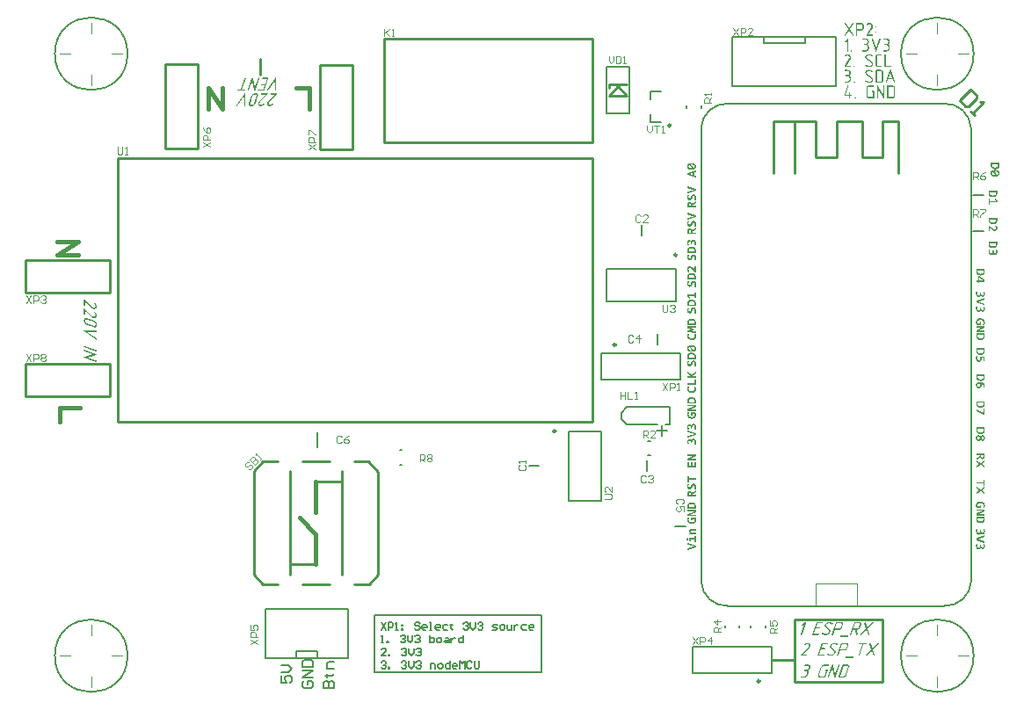
<source format=gto>
G04*
G04 #@! TF.GenerationSoftware,Altium Limited,Altium Designer,19.1.7 (138)*
G04*
G04 Layer_Color=65535*
%FSLAX44Y44*%
%MOMM*%
G71*
G01*
G75*
%ADD10C,0.2500*%
%ADD11C,0.2000*%
%ADD12C,0.2540*%
%ADD13C,0.4000*%
%ADD14C,0.1000*%
%ADD15C,0.1500*%
%ADD16C,0.2030*%
%ADD17C,0.1700*%
G36*
X818663Y641411D02*
X818718Y641397D01*
X818843Y641342D01*
X818913Y641300D01*
X818996Y641231D01*
X819010Y641217D01*
X819037Y641203D01*
X819065Y641162D01*
X819107Y641106D01*
X819190Y640968D01*
X819204Y640898D01*
X819218Y640801D01*
Y640787D01*
Y640760D01*
X819204Y640718D01*
X819190Y640662D01*
X819135Y640524D01*
X819093Y640441D01*
X819024Y640371D01*
X819010Y640357D01*
X818996Y640343D01*
X818954Y640316D01*
X818899Y640274D01*
X818760Y640205D01*
X818691Y640191D01*
X818594Y640177D01*
X818552D01*
X818497Y640191D01*
X818427Y640205D01*
X818289Y640260D01*
X818205Y640302D01*
X818136Y640357D01*
Y640371D01*
X818108Y640399D01*
X818081Y640427D01*
X818053Y640482D01*
X817997Y640621D01*
X817983Y640704D01*
X817970Y640801D01*
Y640815D01*
Y640843D01*
X817983Y640884D01*
X817997Y640954D01*
X818053Y641092D01*
X818094Y641162D01*
X818150Y641231D01*
X818164Y641245D01*
X818178Y641259D01*
X818219Y641286D01*
X818275Y641328D01*
X818413Y641397D01*
X818497Y641411D01*
X818594Y641425D01*
X818621D01*
X818663Y641411D01*
D02*
G37*
G36*
X796182Y644726D02*
X796238Y644712D01*
X796390Y644657D01*
X796460Y644615D01*
X796543Y644546D01*
X796557Y644532D01*
X796571Y644518D01*
X796612Y644476D01*
X796654Y644421D01*
X796723Y644282D01*
X796737Y644199D01*
X796751Y644102D01*
Y644088D01*
Y644074D01*
X796737Y643991D01*
X796709Y643880D01*
X796640Y643755D01*
X793131Y638485D01*
X796640Y633229D01*
X796723Y633049D01*
X796751Y632868D01*
Y632854D01*
Y632827D01*
X796737Y632785D01*
X796723Y632730D01*
X796668Y632591D01*
X796626Y632508D01*
X796557Y632439D01*
X796543Y632425D01*
X796529Y632411D01*
X796488Y632383D01*
X796432Y632355D01*
X796279Y632286D01*
X796182Y632272D01*
X796085Y632258D01*
X796044D01*
X795988Y632272D01*
X795919Y632300D01*
X795836Y632327D01*
X795752Y632369D01*
X795669Y632439D01*
X795586Y632536D01*
X792368Y637362D01*
X789151Y632536D01*
X789137Y632522D01*
X789096Y632466D01*
X789026Y632397D01*
X788915Y632314D01*
X788638Y632258D01*
X788610D01*
X788569Y632272D01*
X788513Y632286D01*
X788374Y632341D01*
X788291Y632383D01*
X788194Y632439D01*
X788180Y632452D01*
X788166Y632466D01*
X788139Y632508D01*
X788097Y632563D01*
X788028Y632702D01*
X788014Y632785D01*
X788000Y632882D01*
Y632896D01*
Y632910D01*
X788014Y632993D01*
X788042Y633104D01*
X788097Y633229D01*
X791620Y638499D01*
X788083Y643755D01*
X788000Y643935D01*
Y644116D01*
Y644129D01*
Y644157D01*
X788014Y644199D01*
X788028Y644254D01*
X788083Y644393D01*
X788125Y644476D01*
X788180Y644546D01*
X788194Y644559D01*
X788222Y644573D01*
X788263Y644601D01*
X788319Y644643D01*
X788458Y644712D01*
X788555Y644726D01*
X788652Y644740D01*
X788707D01*
X788749Y644726D01*
X788818Y644698D01*
X788901Y644670D01*
X788985Y644615D01*
X789068Y644546D01*
X789151Y644448D01*
X792368Y639622D01*
X795586Y644462D01*
X795600Y644490D01*
X795641Y644532D01*
X795711Y644615D01*
X795808Y644684D01*
X795947Y644740D01*
X796141D01*
X796182Y644726D01*
D02*
G37*
G36*
X818663Y636363D02*
X818718Y636349D01*
X818843Y636294D01*
X818913Y636252D01*
X818996Y636183D01*
X819010Y636169D01*
X819037Y636155D01*
X819065Y636114D01*
X819107Y636058D01*
X819190Y635919D01*
X819204Y635850D01*
X819218Y635753D01*
Y635739D01*
Y635711D01*
X819204Y635670D01*
X819190Y635614D01*
X819135Y635476D01*
X819093Y635392D01*
X819024Y635323D01*
X819010Y635309D01*
X818996Y635295D01*
X818954Y635268D01*
X818899Y635226D01*
X818760Y635157D01*
X818691Y635143D01*
X818594Y635129D01*
X818552D01*
X818497Y635143D01*
X818427Y635157D01*
X818289Y635212D01*
X818205Y635254D01*
X818136Y635309D01*
Y635323D01*
X818108Y635351D01*
X818081Y635379D01*
X818053Y635434D01*
X817997Y635573D01*
X817983Y635656D01*
X817970Y635753D01*
Y635767D01*
Y635795D01*
X817983Y635836D01*
X817997Y635906D01*
X818053Y636044D01*
X818094Y636114D01*
X818150Y636183D01*
X818164Y636197D01*
X818178Y636211D01*
X818219Y636238D01*
X818275Y636280D01*
X818413Y636349D01*
X818497Y636363D01*
X818594Y636377D01*
X818621D01*
X818663Y636363D01*
D02*
G37*
G36*
X812159Y644726D02*
X812284Y644712D01*
X812422Y644684D01*
X812589Y644657D01*
X812769Y644615D01*
X812963Y644573D01*
X813157Y644504D01*
X813365Y644421D01*
X813573Y644338D01*
X813781Y644213D01*
X813989Y644088D01*
X814197Y643935D01*
X814392Y643769D01*
X814405Y643755D01*
X814433Y643727D01*
X814489Y643672D01*
X814544Y643603D01*
X814627Y643505D01*
X814710Y643394D01*
X814808Y643270D01*
X814905Y643117D01*
X814988Y642951D01*
X815085Y642784D01*
X815251Y642382D01*
X815307Y642174D01*
X815362Y641952D01*
X815390Y641716D01*
X815404Y641467D01*
Y641453D01*
Y641439D01*
Y641397D01*
Y641328D01*
X815390Y641176D01*
X815349Y640981D01*
X815307Y640746D01*
X815238Y640496D01*
X815141Y640219D01*
X815002Y639927D01*
X810966Y633506D01*
X814877D01*
X814932Y633493D01*
X814988Y633479D01*
X815141Y633423D01*
X815210Y633382D01*
X815279Y633312D01*
X815293Y633298D01*
X815307Y633284D01*
X815335Y633243D01*
X815376Y633187D01*
X815432Y633049D01*
X815446Y632966D01*
X815459Y632882D01*
Y632868D01*
Y632841D01*
X815446Y632799D01*
Y632744D01*
X815390Y632605D01*
X815362Y632536D01*
X815307Y632452D01*
Y632439D01*
X815279Y632425D01*
X815238Y632397D01*
X815196Y632355D01*
X815127Y632314D01*
X815043Y632286D01*
X814946Y632272D01*
X814835Y632258D01*
X809815D01*
X809746Y632272D01*
X809635Y632286D01*
X809510Y632327D01*
X809385Y632383D01*
X809288Y632466D01*
X809205Y632591D01*
X809191Y632674D01*
X809177Y632757D01*
Y632771D01*
Y632799D01*
X809191Y632827D01*
Y632882D01*
X809246Y633035D01*
X809274Y633118D01*
X809330Y633215D01*
X813920Y640565D01*
X813934Y640593D01*
X813962Y640649D01*
X813989Y640746D01*
X814045Y640871D01*
X814087Y641009D01*
X814114Y641162D01*
X814142Y641328D01*
X814156Y641495D01*
Y641508D01*
Y641536D01*
Y641578D01*
X814142Y641633D01*
X814128Y641786D01*
X814073Y641966D01*
X814003Y642188D01*
X813892Y642424D01*
X813740Y642660D01*
X813643Y642770D01*
X813532Y642881D01*
X813518Y642895D01*
X813476Y642923D01*
X813421Y642979D01*
X813338Y643048D01*
X813227Y643117D01*
X813116Y643186D01*
X812838Y643325D01*
X812824Y643339D01*
X812769Y643353D01*
X812686Y643381D01*
X812589Y643408D01*
X812464Y643436D01*
X812311Y643464D01*
X812159Y643492D01*
X811909D01*
X811826Y643478D01*
X811701Y643464D01*
X811562Y643436D01*
X811410Y643381D01*
X811257Y643325D01*
X811091Y643242D01*
X811077Y643228D01*
X811021Y643186D01*
X810938Y643131D01*
X810841Y643048D01*
X810730Y642951D01*
X810605Y642826D01*
X810481Y642673D01*
X810370Y642521D01*
X810356Y642507D01*
X810314Y642451D01*
X810245Y642382D01*
X810134Y642299D01*
X809857Y642243D01*
X809815D01*
X809773Y642257D01*
X809718Y642271D01*
X809565Y642313D01*
X809496Y642354D01*
X809413Y642410D01*
X809399Y642424D01*
X809385Y642438D01*
X809357Y642479D01*
X809316Y642535D01*
X809246Y642673D01*
X809232Y642757D01*
X809219Y642840D01*
Y642868D01*
X809232Y642937D01*
X809260Y643048D01*
X809330Y643200D01*
Y643214D01*
X809343Y643228D01*
X809413Y643311D01*
X809496Y643436D01*
X809635Y643589D01*
X809787Y643755D01*
X809995Y643949D01*
X810217Y644129D01*
X810481Y644296D01*
X810495Y644310D01*
X810550Y644338D01*
X810619Y644365D01*
X810703Y644421D01*
X810814Y644462D01*
X810938Y644518D01*
X811202Y644615D01*
X811216D01*
X811257Y644629D01*
X811340Y644657D01*
X811424Y644684D01*
X811535Y644698D01*
X811659Y644726D01*
X811909Y644740D01*
X812048D01*
X812159Y644726D01*
D02*
G37*
G36*
X804420D02*
X804503Y644712D01*
X804614Y644698D01*
X804850Y644643D01*
X805127Y644559D01*
X805419Y644435D01*
X805571Y644351D01*
X805724Y644254D01*
X805863Y644129D01*
X806001Y644005D01*
X806015Y643991D01*
X806029Y643977D01*
X806070Y643935D01*
X806112Y643880D01*
X806168Y643797D01*
X806237Y643714D01*
X806376Y643505D01*
X806500Y643256D01*
X806625Y642951D01*
X806709Y642618D01*
X806722Y642438D01*
X806736Y642243D01*
Y639747D01*
Y639733D01*
Y639706D01*
Y639650D01*
X806722Y639581D01*
X806709Y639484D01*
X806695Y639387D01*
X806639Y639137D01*
X806556Y638873D01*
X806431Y638568D01*
X806348Y638416D01*
X806251Y638277D01*
X806126Y638125D01*
X806001Y637986D01*
X805987Y637972D01*
X805973Y637958D01*
X805932Y637916D01*
X805876Y637875D01*
X805793Y637819D01*
X805710Y637750D01*
X805502Y637625D01*
X805252Y637487D01*
X804947Y637362D01*
X804614Y637279D01*
X804434Y637265D01*
X804240Y637251D01*
X800495D01*
Y632882D01*
Y632868D01*
Y632827D01*
X800482Y632771D01*
X800468Y632702D01*
X800426Y632549D01*
X800371Y632466D01*
X800315Y632397D01*
X800301D01*
X800287Y632369D01*
X800246Y632355D01*
X800190Y632327D01*
X800052Y632286D01*
X799871Y632258D01*
X799830D01*
X799788Y632272D01*
X799719D01*
X799580Y632327D01*
X799497Y632355D01*
X799428Y632411D01*
X799414Y632425D01*
X799400Y632439D01*
X799372Y632480D01*
X799344Y632522D01*
X799303Y632591D01*
X799275Y632674D01*
X799261Y632771D01*
X799247Y632882D01*
Y644116D01*
Y644129D01*
Y644143D01*
X799261Y644213D01*
X799275Y644310D01*
X799331Y644435D01*
X799400Y644546D01*
X799511Y644643D01*
X799663Y644712D01*
X799760Y644740D01*
X804337D01*
X804420Y644726D01*
D02*
G37*
G36*
X822394Y629665D02*
X822463D01*
X822602Y629609D01*
X822685Y629568D01*
X822768Y629512D01*
X822782Y629498D01*
X822796Y629484D01*
X822824Y629443D01*
X822865Y629387D01*
X822921Y629249D01*
X822934Y629165D01*
X822948Y629068D01*
X822921Y628847D01*
X819176Y617738D01*
Y617724D01*
X819162Y617696D01*
X819148Y617655D01*
X819121Y617599D01*
X819051Y617475D01*
X818954Y617336D01*
X818926Y617322D01*
X818857Y617294D01*
X818746Y617253D01*
X818580Y617197D01*
X818566D01*
X818524Y617211D01*
X818455Y617225D01*
X818372Y617267D01*
X818275Y617336D01*
X818178Y617419D01*
X818081Y617558D01*
X817997Y617738D01*
X814253Y628847D01*
X814211Y629068D01*
Y629082D01*
Y629110D01*
X814225Y629152D01*
X814239Y629193D01*
X814295Y629332D01*
X814336Y629401D01*
X814392Y629471D01*
X814405Y629484D01*
X814433Y629498D01*
X814461Y629540D01*
X814516Y629582D01*
X814669Y629651D01*
X814752Y629665D01*
X814849Y629679D01*
X815016D01*
X815182Y629623D01*
X815210Y629609D01*
X815265Y629540D01*
X815307Y629498D01*
X815349Y629429D01*
X815390Y629346D01*
X815432Y629249D01*
X818580Y619902D01*
X821742Y629249D01*
Y629263D01*
X821756Y629277D01*
X821797Y629360D01*
X821880Y629457D01*
X821978Y629554D01*
X821991D01*
X822005Y629568D01*
X822088Y629623D01*
X822186Y629665D01*
X822310Y629679D01*
X822352D01*
X822394Y629665D01*
D02*
G37*
G36*
X828745Y629637D02*
X828870Y629623D01*
X829023Y629595D01*
X829175Y629568D01*
X829342Y629526D01*
X829536Y629484D01*
X829716Y629415D01*
X829910Y629346D01*
X830105Y629249D01*
X830299Y629138D01*
X830493Y629013D01*
X830673Y628860D01*
X830839Y628694D01*
X830853Y628680D01*
X830867Y628652D01*
X830909Y628611D01*
X830964Y628541D01*
X831020Y628444D01*
X831089Y628347D01*
X831159Y628223D01*
X831242Y628098D01*
X831311Y627945D01*
X831380Y627779D01*
X831505Y627418D01*
X831561Y627224D01*
X831602Y627002D01*
X831616Y626794D01*
X831630Y626558D01*
Y626544D01*
Y626530D01*
Y626489D01*
Y626433D01*
X831616Y626281D01*
X831588Y626101D01*
X831547Y625879D01*
X831491Y625643D01*
X831408Y625407D01*
X831311Y625158D01*
X831297Y625130D01*
X831255Y625047D01*
X831186Y624936D01*
X831089Y624783D01*
X830964Y624603D01*
X830812Y624423D01*
X830618Y624228D01*
X830410Y624034D01*
X830437Y624020D01*
X830493Y623965D01*
X830590Y623868D01*
X830715Y623743D01*
X830839Y623590D01*
X830992Y623410D01*
X831131Y623202D01*
X831269Y622966D01*
Y622952D01*
X831283Y622939D01*
X831325Y622855D01*
X831380Y622717D01*
X831450Y622550D01*
X831505Y622342D01*
X831574Y622107D01*
X831616Y621843D01*
X831630Y621566D01*
Y620317D01*
Y620304D01*
Y620262D01*
Y620193D01*
X831616Y620109D01*
X831602Y619999D01*
X831574Y619860D01*
X831547Y619721D01*
X831519Y619569D01*
X831408Y619222D01*
X831325Y619042D01*
X831242Y618848D01*
X831131Y618667D01*
X831006Y618473D01*
X830867Y618293D01*
X830701Y618112D01*
X830687Y618099D01*
X830659Y618071D01*
X830604Y618029D01*
X830534Y617974D01*
X830451Y617904D01*
X830340Y617821D01*
X830215Y617738D01*
X830091Y617655D01*
X829938Y617572D01*
X829758Y617488D01*
X829397Y617336D01*
X829189Y617280D01*
X828967Y617239D01*
X828745Y617211D01*
X828510Y617197D01*
X825972D01*
X825916Y617211D01*
X825847Y617225D01*
X825694Y617267D01*
X825611Y617308D01*
X825542Y617364D01*
Y617377D01*
X825514Y617405D01*
X825500Y617447D01*
X825472Y617502D01*
X825417Y617641D01*
X825403Y617724D01*
X825389Y617821D01*
Y617835D01*
Y617863D01*
X825403Y617904D01*
Y617946D01*
X825459Y618085D01*
X825486Y618154D01*
X825542Y618237D01*
X825556Y618251D01*
X825570Y618265D01*
X825611Y618307D01*
X825653Y618348D01*
X825722Y618376D01*
X825805Y618418D01*
X825902Y618431D01*
X826013Y618445D01*
X828579D01*
X828634Y618459D01*
X828787Y618473D01*
X828967Y618515D01*
X829161Y618584D01*
X829383Y618667D01*
X829605Y618806D01*
X829827Y618986D01*
X829855Y619014D01*
X829910Y619083D01*
X830007Y619208D01*
X830105Y619361D01*
X830201Y619555D01*
X830299Y619777D01*
X830354Y620040D01*
X830382Y620317D01*
Y621566D01*
Y621580D01*
Y621593D01*
Y621635D01*
X830368Y621690D01*
X830354Y621843D01*
X830312Y622023D01*
X830257Y622217D01*
X830160Y622439D01*
X830021Y622661D01*
X829841Y622883D01*
X829813Y622911D01*
X829744Y622966D01*
X829633Y623063D01*
X829466Y623161D01*
X829272Y623258D01*
X829051Y623355D01*
X828787Y623410D01*
X828496Y623438D01*
X827206D01*
X827150Y623452D01*
X827081Y623466D01*
X826943Y623507D01*
X826859Y623549D01*
X826790Y623604D01*
Y623618D01*
X826762Y623646D01*
X826734Y623688D01*
X826707Y623743D01*
X826651Y623882D01*
X826637Y623965D01*
X826624Y624062D01*
Y624076D01*
Y624104D01*
X826637Y624145D01*
Y624187D01*
X826693Y624325D01*
X826721Y624395D01*
X826776Y624478D01*
X826790Y624492D01*
X826804Y624506D01*
X826845Y624547D01*
X826901Y624589D01*
X826970Y624617D01*
X827039Y624658D01*
X827137Y624672D01*
X827248Y624686D01*
X828579D01*
X828634Y624700D01*
X828787Y624714D01*
X828981Y624755D01*
X829203Y624825D01*
X829425Y624936D01*
X829661Y625074D01*
X829869Y625269D01*
X829883Y625296D01*
X829938Y625366D01*
X830007Y625476D01*
X830105Y625629D01*
X830188Y625823D01*
X830257Y626045D01*
X830312Y626295D01*
X830326Y626572D01*
Y626586D01*
Y626600D01*
Y626642D01*
Y626697D01*
X830299Y626836D01*
X830271Y627016D01*
X830215Y627210D01*
X830146Y627432D01*
X830035Y627640D01*
X829883Y627834D01*
X829855Y627862D01*
X829786Y627917D01*
X829675Y628014D01*
X829522Y628125D01*
X829328Y628223D01*
X829092Y628320D01*
X828815Y628375D01*
X828496Y628403D01*
X825958D01*
X825902Y628417D01*
X825833Y628430D01*
X825694Y628472D01*
X825611Y628514D01*
X825542Y628569D01*
Y628583D01*
X825514Y628611D01*
X825500Y628638D01*
X825472Y628694D01*
X825417Y628847D01*
X825403Y628930D01*
X825389Y629027D01*
Y629041D01*
Y629068D01*
X825403Y629110D01*
Y629165D01*
X825459Y629290D01*
X825486Y629374D01*
X825542Y629443D01*
X825556Y629457D01*
X825570Y629471D01*
X825611Y629512D01*
X825667Y629554D01*
X825736Y629582D01*
X825805Y629623D01*
X825902Y629637D01*
X826013Y629651D01*
X828648D01*
X828745Y629637D01*
D02*
G37*
G36*
X808775D02*
X808900Y629623D01*
X809052Y629595D01*
X809205Y629568D01*
X809371Y629526D01*
X809565Y629484D01*
X809746Y629415D01*
X809940Y629346D01*
X810134Y629249D01*
X810328Y629138D01*
X810522Y629013D01*
X810703Y628860D01*
X810869Y628694D01*
X810883Y628680D01*
X810897Y628652D01*
X810938Y628611D01*
X810994Y628541D01*
X811049Y628444D01*
X811119Y628347D01*
X811188Y628223D01*
X811271Y628098D01*
X811340Y627945D01*
X811410Y627779D01*
X811535Y627418D01*
X811590Y627224D01*
X811632Y627002D01*
X811646Y626794D01*
X811659Y626558D01*
Y626544D01*
Y626530D01*
Y626489D01*
Y626433D01*
X811646Y626281D01*
X811618Y626101D01*
X811576Y625879D01*
X811521Y625643D01*
X811438Y625407D01*
X811340Y625158D01*
X811327Y625130D01*
X811285Y625047D01*
X811216Y624936D01*
X811119Y624783D01*
X810994Y624603D01*
X810841Y624423D01*
X810647Y624228D01*
X810439Y624034D01*
X810467Y624020D01*
X810522Y623965D01*
X810619Y623868D01*
X810744Y623743D01*
X810869Y623590D01*
X811021Y623410D01*
X811160Y623202D01*
X811299Y622966D01*
Y622952D01*
X811313Y622939D01*
X811354Y622855D01*
X811410Y622717D01*
X811479Y622550D01*
X811535Y622342D01*
X811604Y622107D01*
X811646Y621843D01*
X811659Y621566D01*
Y620317D01*
Y620304D01*
Y620262D01*
Y620193D01*
X811646Y620109D01*
X811632Y619999D01*
X811604Y619860D01*
X811576Y619721D01*
X811548Y619569D01*
X811438Y619222D01*
X811354Y619042D01*
X811271Y618848D01*
X811160Y618667D01*
X811035Y618473D01*
X810897Y618293D01*
X810730Y618112D01*
X810716Y618099D01*
X810689Y618071D01*
X810633Y618029D01*
X810564Y617974D01*
X810481Y617904D01*
X810370Y617821D01*
X810245Y617738D01*
X810120Y617655D01*
X809967Y617572D01*
X809787Y617488D01*
X809427Y617336D01*
X809219Y617280D01*
X808997Y617239D01*
X808775Y617211D01*
X808539Y617197D01*
X806001D01*
X805946Y617211D01*
X805876Y617225D01*
X805724Y617267D01*
X805641Y617308D01*
X805571Y617364D01*
Y617377D01*
X805544Y617405D01*
X805530Y617447D01*
X805502Y617502D01*
X805446Y617641D01*
X805433Y617724D01*
X805419Y617821D01*
Y617835D01*
Y617863D01*
X805433Y617904D01*
Y617946D01*
X805488Y618085D01*
X805516Y618154D01*
X805571Y618237D01*
X805585Y618251D01*
X805599Y618265D01*
X805641Y618307D01*
X805682Y618348D01*
X805752Y618376D01*
X805835Y618418D01*
X805932Y618431D01*
X806043Y618445D01*
X808608D01*
X808664Y618459D01*
X808817Y618473D01*
X808997Y618515D01*
X809191Y618584D01*
X809413Y618667D01*
X809635Y618806D01*
X809857Y618986D01*
X809884Y619014D01*
X809940Y619083D01*
X810037Y619208D01*
X810134Y619361D01*
X810231Y619555D01*
X810328Y619777D01*
X810384Y620040D01*
X810411Y620317D01*
Y621566D01*
Y621580D01*
Y621593D01*
Y621635D01*
X810397Y621690D01*
X810384Y621843D01*
X810342Y622023D01*
X810286Y622217D01*
X810189Y622439D01*
X810051Y622661D01*
X809871Y622883D01*
X809843Y622911D01*
X809773Y622966D01*
X809662Y623063D01*
X809496Y623161D01*
X809302Y623258D01*
X809080Y623355D01*
X808817Y623410D01*
X808525Y623438D01*
X807235D01*
X807180Y623452D01*
X807111Y623466D01*
X806972Y623507D01*
X806889Y623549D01*
X806819Y623604D01*
Y623618D01*
X806792Y623646D01*
X806764Y623688D01*
X806736Y623743D01*
X806681Y623882D01*
X806667Y623965D01*
X806653Y624062D01*
Y624076D01*
Y624104D01*
X806667Y624145D01*
Y624187D01*
X806722Y624325D01*
X806750Y624395D01*
X806805Y624478D01*
X806819Y624492D01*
X806833Y624506D01*
X806875Y624547D01*
X806930Y624589D01*
X807000Y624617D01*
X807069Y624658D01*
X807166Y624672D01*
X807277Y624686D01*
X808608D01*
X808664Y624700D01*
X808817Y624714D01*
X809011Y624755D01*
X809232Y624825D01*
X809454Y624936D01*
X809690Y625074D01*
X809898Y625269D01*
X809912Y625296D01*
X809967Y625366D01*
X810037Y625476D01*
X810134Y625629D01*
X810217Y625823D01*
X810286Y626045D01*
X810342Y626295D01*
X810356Y626572D01*
Y626586D01*
Y626600D01*
Y626642D01*
Y626697D01*
X810328Y626836D01*
X810300Y627016D01*
X810245Y627210D01*
X810176Y627432D01*
X810065Y627640D01*
X809912Y627834D01*
X809884Y627862D01*
X809815Y627917D01*
X809704Y628014D01*
X809551Y628125D01*
X809357Y628223D01*
X809122Y628320D01*
X808844Y628375D01*
X808525Y628403D01*
X805987D01*
X805932Y628417D01*
X805863Y628430D01*
X805724Y628472D01*
X805641Y628514D01*
X805571Y628569D01*
Y628583D01*
X805544Y628611D01*
X805530Y628638D01*
X805502Y628694D01*
X805446Y628847D01*
X805433Y628930D01*
X805419Y629027D01*
Y629041D01*
Y629068D01*
X805433Y629110D01*
Y629165D01*
X805488Y629290D01*
X805516Y629374D01*
X805571Y629443D01*
X805585Y629457D01*
X805599Y629471D01*
X805641Y629512D01*
X805696Y629554D01*
X805765Y629582D01*
X805835Y629623D01*
X805932Y629637D01*
X806043Y629651D01*
X808678D01*
X808775Y629637D01*
D02*
G37*
G36*
X794948Y618431D02*
X795004Y618418D01*
X795128Y618362D01*
X795198Y618321D01*
X795281Y618251D01*
X795295Y618237D01*
X795322Y618223D01*
X795350Y618182D01*
X795392Y618126D01*
X795475Y617988D01*
X795489Y617918D01*
X795503Y617821D01*
Y617807D01*
Y617780D01*
X795489Y617738D01*
X795475Y617682D01*
X795420Y617544D01*
X795378Y617461D01*
X795309Y617391D01*
X795295Y617377D01*
X795281Y617364D01*
X795239Y617336D01*
X795184Y617294D01*
X795045Y617225D01*
X794976Y617211D01*
X794879Y617197D01*
X794837D01*
X794782Y617211D01*
X794712Y617225D01*
X794574Y617280D01*
X794490Y617322D01*
X794421Y617377D01*
Y617391D01*
X794393Y617419D01*
X794366Y617447D01*
X794338Y617502D01*
X794282Y617641D01*
X794268Y617724D01*
X794255Y617821D01*
Y617835D01*
Y617863D01*
X794268Y617904D01*
X794282Y617974D01*
X794338Y618112D01*
X794380Y618182D01*
X794435Y618251D01*
X794449Y618265D01*
X794463Y618279D01*
X794504Y618307D01*
X794560Y618348D01*
X794698Y618418D01*
X794782Y618431D01*
X794879Y618445D01*
X794906D01*
X794948Y618431D01*
D02*
G37*
G36*
X791342Y629734D02*
X791467Y629679D01*
X791536Y629637D01*
X791606Y629568D01*
X791620Y629554D01*
X791634Y629526D01*
X791661Y629484D01*
X791689Y629429D01*
X791717Y629360D01*
X791731Y629263D01*
X791758Y629165D01*
Y629041D01*
Y617807D01*
Y617794D01*
Y617766D01*
X791745Y617710D01*
X791731Y617641D01*
X791689Y617488D01*
X791634Y617405D01*
X791578Y617336D01*
X791564D01*
X791550Y617308D01*
X791509Y617294D01*
X791453Y617267D01*
X791314Y617225D01*
X791134Y617197D01*
X791093D01*
X791051Y617211D01*
X790982D01*
X790843Y617267D01*
X790760Y617294D01*
X790691Y617350D01*
X790677Y617364D01*
X790663Y617377D01*
X790635Y617419D01*
X790607Y617461D01*
X790566Y617530D01*
X790538Y617613D01*
X790524Y617696D01*
X790510Y617807D01*
Y627543D01*
X789068Y626115D01*
X789054Y626101D01*
X789040Y626087D01*
X788998Y626059D01*
X788943Y626017D01*
X788804Y625948D01*
X788721Y625934D01*
X788638Y625920D01*
X788596D01*
X788555Y625934D01*
X788499Y625948D01*
X788361Y626003D01*
X788291Y626045D01*
X788208Y626115D01*
X788194Y626128D01*
X788180Y626156D01*
X788139Y626184D01*
X788111Y626239D01*
X788028Y626378D01*
X788014Y626461D01*
X788000Y626558D01*
Y626572D01*
Y626600D01*
X788014Y626642D01*
X788028Y626697D01*
X788083Y626822D01*
X788125Y626905D01*
X788194Y626988D01*
X790691Y629484D01*
X790718Y629512D01*
X790774Y629554D01*
X790843Y629623D01*
X790940Y629679D01*
X790968Y629692D01*
X791037Y629720D01*
X791134Y629748D01*
X791245Y629762D01*
X791273D01*
X791342Y629734D01*
D02*
G37*
G36*
X812006Y614687D02*
X812103D01*
X812325Y614673D01*
X812589Y614632D01*
X812880Y614590D01*
X813199Y614520D01*
X813518Y614423D01*
X813532D01*
X813559Y614410D01*
X813601Y614396D01*
X813670Y614368D01*
X813740Y614340D01*
X813823Y614313D01*
X814045Y614229D01*
X814295Y614118D01*
X814558Y613980D01*
X814849Y613827D01*
X815127Y613647D01*
X815154Y613633D01*
X815196Y613591D01*
X815265Y613508D01*
X815321Y613411D01*
X815335Y613397D01*
X815362Y613342D01*
X815376Y613259D01*
X815390Y613148D01*
Y613134D01*
Y613106D01*
X815376Y613064D01*
X815362Y613009D01*
X815307Y612870D01*
X815265Y612787D01*
X815196Y612704D01*
X815182Y612690D01*
X815168Y612676D01*
X815127Y612634D01*
X815071Y612607D01*
X814932Y612523D01*
X814849Y612510D01*
X814766Y612496D01*
X814738D01*
X814641Y612510D01*
X814530Y612551D01*
X814392Y612621D01*
X814378Y612634D01*
X814336Y612662D01*
X814267Y612704D01*
X814184Y612759D01*
X814073Y612815D01*
X813934Y612898D01*
X813781Y612967D01*
X813615Y613050D01*
X813421Y613134D01*
X813213Y613203D01*
X812769Y613342D01*
X812533Y613397D01*
X812284Y613439D01*
X812020Y613466D01*
X811757Y613480D01*
X811604D01*
X811521Y613466D01*
X811438D01*
X811216Y613425D01*
X810952Y613383D01*
X810675Y613314D01*
X810370Y613217D01*
X810079Y613078D01*
X810065Y613064D01*
X810023Y613050D01*
X809967Y613009D01*
X809884Y612953D01*
X809787Y612884D01*
X809704Y612787D01*
X809607Y612690D01*
X809510Y612579D01*
X809357Y612274D01*
Y612246D01*
X809343Y612177D01*
X809330Y612066D01*
X809316Y611927D01*
Y611913D01*
Y611858D01*
X809330Y611775D01*
X809357Y611678D01*
X809399Y611567D01*
X809468Y611442D01*
X809551Y611331D01*
X809676Y611220D01*
X814295Y607794D01*
X814322Y607780D01*
X814392Y607725D01*
X814489Y607642D01*
X814613Y607517D01*
X814766Y607364D01*
X814919Y607170D01*
X815071Y606948D01*
X815210Y606699D01*
Y606685D01*
X815224Y606671D01*
X815238Y606629D01*
X815265Y606574D01*
X815321Y606435D01*
X815390Y606255D01*
X815459Y606033D01*
X815515Y605797D01*
X815556Y605534D01*
X815570Y605270D01*
Y605256D01*
Y605243D01*
Y605201D01*
Y605145D01*
X815556Y604993D01*
X815529Y604799D01*
X815487Y604577D01*
X815432Y604341D01*
X815349Y604091D01*
X815238Y603842D01*
Y603828D01*
X815224Y603814D01*
X815182Y603731D01*
X815099Y603620D01*
X814988Y603467D01*
X814849Y603301D01*
X814683Y603135D01*
X814475Y602968D01*
X814225Y602816D01*
X814197Y602802D01*
X814128Y602774D01*
X814003Y602719D01*
X813851Y602649D01*
X813656Y602566D01*
X813435Y602483D01*
X813185Y602399D01*
X812922Y602303D01*
X812894D01*
X812811Y602275D01*
X812686Y602261D01*
X812519Y602233D01*
X812325Y602205D01*
X812117Y602178D01*
X811895Y602164D01*
X811673Y602150D01*
X811521D01*
X811451Y602164D01*
X811354D01*
X811133Y602178D01*
X810883Y602219D01*
X810592Y602261D01*
X810300Y602330D01*
X809995Y602413D01*
X809981Y602427D01*
X809926Y602441D01*
X809843Y602469D01*
X809732Y602510D01*
X809607Y602566D01*
X809468Y602621D01*
X809205Y602746D01*
X809191Y602760D01*
X809149Y602774D01*
X809066Y602816D01*
X808969Y602885D01*
X808858Y602954D01*
X808706Y603051D01*
X808539Y603148D01*
X808359Y603273D01*
X808345Y603287D01*
X808317Y603301D01*
X808276Y603343D01*
X808220Y603398D01*
X808165Y603481D01*
X808123Y603564D01*
X808095Y603662D01*
X808081Y603773D01*
Y603786D01*
Y603814D01*
X808095Y603870D01*
X808109Y603939D01*
X808151Y604091D01*
X808192Y604175D01*
X808248Y604244D01*
X808262Y604258D01*
X808276Y604272D01*
X808317Y604300D01*
X808373Y604341D01*
X808511Y604410D01*
X808595Y604424D01*
X808678Y604438D01*
X808706D01*
X808789Y604424D01*
X808900Y604397D01*
X809025Y604327D01*
X809038D01*
X809052Y604313D01*
X809135Y604258D01*
X809274Y604175D01*
X809441Y604078D01*
X809649Y603967D01*
X809871Y603842D01*
X810106Y603731D01*
X810356Y603634D01*
X810370D01*
X810384Y603620D01*
X810467Y603592D01*
X810605Y603564D01*
X810772Y603523D01*
X810980Y603467D01*
X811202Y603440D01*
X811451Y603412D01*
X811701Y603398D01*
X811798D01*
X811868Y603412D01*
X811951D01*
X812048Y603426D01*
X812173Y603440D01*
X812297Y603467D01*
X812602Y603523D01*
X812935Y603620D01*
X813296Y603745D01*
X813670Y603911D01*
X813684Y603925D01*
X813726Y603939D01*
X813767Y603980D01*
X813837Y604036D01*
X813920Y604119D01*
X814003Y604202D01*
X814087Y604313D01*
X814156Y604438D01*
Y604452D01*
X814170Y604466D01*
X814211Y604563D01*
X814267Y604688D01*
X814308Y604827D01*
Y604840D01*
X814322Y604854D01*
Y604896D01*
X814336Y604951D01*
X814350Y605076D01*
X814364Y605229D01*
Y605243D01*
Y605298D01*
X814350Y605381D01*
X814336Y605492D01*
X814322Y605631D01*
X814281Y605770D01*
X814239Y605936D01*
X814170Y606102D01*
X814156Y606116D01*
X814142Y606158D01*
X814100Y606227D01*
X814045Y606310D01*
X813962Y606408D01*
X813865Y606518D01*
X813754Y606643D01*
X813615Y606768D01*
X808969Y610194D01*
X808955Y610207D01*
X808913Y610249D01*
X808844Y610304D01*
X808747Y610388D01*
X808650Y610485D01*
X808553Y610610D01*
X808456Y610762D01*
X808359Y610929D01*
X808345Y610956D01*
X808317Y611012D01*
X808289Y611109D01*
X808248Y611234D01*
X808192Y611386D01*
X808165Y611553D01*
X808137Y611733D01*
X808123Y611927D01*
Y611941D01*
Y611955D01*
Y612038D01*
X808137Y612163D01*
X808165Y612329D01*
X808206Y612523D01*
X808262Y612732D01*
X808331Y612953D01*
X808442Y613175D01*
Y613189D01*
X808456Y613203D01*
X808497Y613272D01*
X808581Y613383D01*
X808692Y613522D01*
X808844Y613688D01*
X809025Y613855D01*
X809246Y614021D01*
X809510Y614174D01*
X809524D01*
X809551Y614202D01*
X809607Y614229D01*
X809690Y614257D01*
X809787Y614299D01*
X809898Y614340D01*
X810037Y614382D01*
X810176Y614437D01*
X810342Y614493D01*
X810508Y614534D01*
X810897Y614618D01*
X811313Y614673D01*
X811770Y614701D01*
X811923D01*
X812006Y614687D01*
D02*
G37*
G36*
X827456D02*
X827511D01*
X827650Y614632D01*
X827733Y614590D01*
X827802Y614534D01*
X827816D01*
X827830Y614507D01*
X827858Y614465D01*
X827899Y614423D01*
X827941Y614354D01*
X827969Y614271D01*
X827983Y614188D01*
X827997Y614077D01*
Y603467D01*
X832393D01*
X832448Y603453D01*
X832504Y603440D01*
X832656Y603384D01*
X832726Y603343D01*
X832795Y603273D01*
X832809Y603259D01*
X832823Y603246D01*
X832850Y603204D01*
X832892Y603148D01*
X832947Y603010D01*
X832961Y602926D01*
X832975Y602843D01*
Y602830D01*
Y602802D01*
X832961Y602760D01*
Y602705D01*
X832906Y602566D01*
X832878Y602497D01*
X832823Y602413D01*
Y602399D01*
X832795Y602386D01*
X832753Y602358D01*
X832712Y602316D01*
X832642Y602275D01*
X832559Y602247D01*
X832462Y602233D01*
X832351Y602219D01*
X827331D01*
X827261Y602233D01*
X827164Y602247D01*
X827053Y602303D01*
X826943Y602372D01*
X826845Y602483D01*
X826776Y602635D01*
X826762Y602732D01*
X826748Y602843D01*
Y614077D01*
Y614091D01*
Y614118D01*
X826762Y614174D01*
X826776Y614229D01*
X826832Y614382D01*
X826873Y614451D01*
X826929Y614534D01*
X826943Y614548D01*
X826970Y614562D01*
X826998Y614590D01*
X827053Y614618D01*
X827192Y614673D01*
X827275Y614701D01*
X827414D01*
X827456Y614687D01*
D02*
G37*
G36*
X823711D02*
X823767Y614673D01*
X823919Y614618D01*
X823988Y614576D01*
X824058Y614507D01*
X824072Y614493D01*
X824086Y614479D01*
X824113Y614437D01*
X824155Y614382D01*
X824210Y614243D01*
X824224Y614160D01*
X824238Y614077D01*
Y614063D01*
Y614035D01*
X824224Y613993D01*
Y613938D01*
X824169Y613799D01*
X824141Y613730D01*
X824086Y613647D01*
Y613633D01*
X824058Y613619D01*
X824016Y613591D01*
X823975Y613550D01*
X823905Y613508D01*
X823822Y613480D01*
X823725Y613466D01*
X823614Y613453D01*
X820410D01*
X820313Y613439D01*
X820189Y613411D01*
X820050Y613369D01*
X819897Y613300D01*
X819759Y613217D01*
X819606Y613092D01*
X819592Y613078D01*
X819578Y613064D01*
X819551Y613023D01*
X819509Y612967D01*
X819426Y612842D01*
X819343Y612676D01*
Y612662D01*
X819329Y612634D01*
X819315Y612593D01*
X819301Y612537D01*
X819273Y612385D01*
X819259Y612205D01*
Y604716D01*
Y604688D01*
Y604632D01*
X819273Y604535D01*
X819301Y604410D01*
X819343Y604258D01*
X819412Y604119D01*
X819495Y603967D01*
X819606Y603814D01*
X819620D01*
X819634Y603786D01*
X819675Y603759D01*
X819731Y603731D01*
X819856Y603634D01*
X820008Y603551D01*
X820022D01*
X820050Y603537D01*
X820105Y603523D01*
X820175Y603509D01*
X820327Y603481D01*
X820494Y603467D01*
X823656D01*
X823711Y603453D01*
X823767Y603440D01*
X823919Y603384D01*
X823988Y603343D01*
X824058Y603273D01*
X824072Y603259D01*
X824086Y603246D01*
X824113Y603204D01*
X824155Y603148D01*
X824210Y603010D01*
X824224Y602926D01*
X824238Y602843D01*
Y602830D01*
Y602802D01*
X824224Y602760D01*
Y602705D01*
X824169Y602566D01*
X824141Y602497D01*
X824086Y602413D01*
Y602399D01*
X824058Y602386D01*
X824016Y602358D01*
X823975Y602316D01*
X823905Y602275D01*
X823822Y602247D01*
X823725Y602233D01*
X823614Y602219D01*
X820397D01*
X820327Y602233D01*
X820230Y602247D01*
X820133Y602261D01*
X819897Y602316D01*
X819620Y602399D01*
X819329Y602524D01*
X819176Y602608D01*
X819037Y602705D01*
X818885Y602816D01*
X818746Y602940D01*
X818732Y602954D01*
X818718Y602968D01*
X818677Y603010D01*
X818635Y603065D01*
X818580Y603135D01*
X818511Y603218D01*
X818386Y603440D01*
X818247Y603689D01*
X818122Y603994D01*
X818039Y604341D01*
X818025Y604521D01*
X818011Y604716D01*
Y612205D01*
Y612218D01*
Y612246D01*
Y612302D01*
X818025Y612385D01*
X818039Y612468D01*
X818053Y612579D01*
X818108Y612815D01*
X818192Y613092D01*
X818316Y613383D01*
X818400Y613536D01*
X818497Y613688D01*
X818608Y613827D01*
X818732Y613966D01*
X818746Y613980D01*
X818760Y613993D01*
X818802Y614035D01*
X818857Y614077D01*
X818926Y614132D01*
X819010Y614202D01*
X819218Y614340D01*
X819481Y614465D01*
X819786Y614590D01*
X820119Y614673D01*
X820300Y614687D01*
X820494Y614701D01*
X823656D01*
X823711Y614687D01*
D02*
G37*
G36*
X797486Y603453D02*
X797542Y603440D01*
X797666Y603384D01*
X797736Y603343D01*
X797819Y603273D01*
X797833Y603259D01*
X797860Y603246D01*
X797888Y603204D01*
X797930Y603148D01*
X798013Y603010D01*
X798027Y602940D01*
X798041Y602843D01*
Y602830D01*
Y602802D01*
X798027Y602760D01*
X798013Y602705D01*
X797958Y602566D01*
X797916Y602483D01*
X797847Y602413D01*
X797833Y602399D01*
X797819Y602386D01*
X797777Y602358D01*
X797722Y602316D01*
X797583Y602247D01*
X797514Y602233D01*
X797417Y602219D01*
X797375D01*
X797320Y602233D01*
X797250Y602247D01*
X797112Y602303D01*
X797028Y602344D01*
X796959Y602399D01*
Y602413D01*
X796931Y602441D01*
X796904Y602469D01*
X796876Y602524D01*
X796820Y602663D01*
X796806Y602746D01*
X796793Y602843D01*
Y602857D01*
Y602885D01*
X796806Y602926D01*
X796820Y602996D01*
X796876Y603135D01*
X796917Y603204D01*
X796973Y603273D01*
X796987Y603287D01*
X797001Y603301D01*
X797042Y603329D01*
X797098Y603370D01*
X797236Y603440D01*
X797320Y603453D01*
X797417Y603467D01*
X797444D01*
X797486Y603453D01*
D02*
G37*
G36*
X790982Y614687D02*
X791106Y614673D01*
X791245Y614645D01*
X791412Y614618D01*
X791592Y614576D01*
X791786Y614534D01*
X791980Y614465D01*
X792188Y614382D01*
X792396Y614299D01*
X792604Y614174D01*
X792812Y614049D01*
X793020Y613896D01*
X793214Y613730D01*
X793228Y613716D01*
X793256Y613688D01*
X793312Y613633D01*
X793367Y613564D01*
X793450Y613466D01*
X793533Y613356D01*
X793631Y613231D01*
X793728Y613078D01*
X793811Y612912D01*
X793908Y612745D01*
X794074Y612343D01*
X794130Y612135D01*
X794185Y611913D01*
X794213Y611678D01*
X794227Y611428D01*
Y611414D01*
Y611400D01*
Y611358D01*
Y611289D01*
X794213Y611137D01*
X794171Y610942D01*
X794130Y610707D01*
X794061Y610457D01*
X793963Y610180D01*
X793825Y609888D01*
X789789Y603467D01*
X793700D01*
X793755Y603453D01*
X793811Y603440D01*
X793963Y603384D01*
X794033Y603343D01*
X794102Y603273D01*
X794116Y603259D01*
X794130Y603246D01*
X794158Y603204D01*
X794199Y603148D01*
X794255Y603010D01*
X794268Y602926D01*
X794282Y602843D01*
Y602830D01*
Y602802D01*
X794268Y602760D01*
Y602705D01*
X794213Y602566D01*
X794185Y602497D01*
X794130Y602413D01*
Y602399D01*
X794102Y602386D01*
X794061Y602358D01*
X794019Y602316D01*
X793950Y602275D01*
X793866Y602247D01*
X793769Y602233D01*
X793658Y602219D01*
X788638D01*
X788569Y602233D01*
X788458Y602247D01*
X788333Y602289D01*
X788208Y602344D01*
X788111Y602427D01*
X788028Y602552D01*
X788014Y602635D01*
X788000Y602719D01*
Y602732D01*
Y602760D01*
X788014Y602788D01*
Y602843D01*
X788069Y602996D01*
X788097Y603079D01*
X788153Y603176D01*
X792743Y610526D01*
X792757Y610554D01*
X792785Y610610D01*
X792812Y610707D01*
X792868Y610831D01*
X792909Y610970D01*
X792937Y611123D01*
X792965Y611289D01*
X792979Y611456D01*
Y611469D01*
Y611497D01*
Y611539D01*
X792965Y611594D01*
X792951Y611747D01*
X792896Y611927D01*
X792826Y612149D01*
X792715Y612385D01*
X792563Y612621D01*
X792466Y612732D01*
X792355Y612842D01*
X792341Y612856D01*
X792299Y612884D01*
X792244Y612939D01*
X792160Y613009D01*
X792050Y613078D01*
X791939Y613148D01*
X791661Y613286D01*
X791647Y613300D01*
X791592Y613314D01*
X791509Y613342D01*
X791412Y613369D01*
X791287Y613397D01*
X791134Y613425D01*
X790982Y613453D01*
X790732D01*
X790649Y613439D01*
X790524Y613425D01*
X790385Y613397D01*
X790233Y613342D01*
X790080Y613286D01*
X789914Y613203D01*
X789900Y613189D01*
X789845Y613148D01*
X789761Y613092D01*
X789664Y613009D01*
X789553Y612912D01*
X789428Y612787D01*
X789304Y612634D01*
X789193Y612482D01*
X789179Y612468D01*
X789137Y612412D01*
X789068Y612343D01*
X788957Y612260D01*
X788680Y612205D01*
X788638D01*
X788596Y612218D01*
X788541Y612232D01*
X788388Y612274D01*
X788319Y612315D01*
X788236Y612371D01*
X788222Y612385D01*
X788208Y612399D01*
X788180Y612440D01*
X788139Y612496D01*
X788069Y612634D01*
X788055Y612718D01*
X788042Y612801D01*
Y612829D01*
X788055Y612898D01*
X788083Y613009D01*
X788153Y613161D01*
Y613175D01*
X788166Y613189D01*
X788236Y613272D01*
X788319Y613397D01*
X788458Y613550D01*
X788610Y613716D01*
X788818Y613910D01*
X789040Y614091D01*
X789304Y614257D01*
X789317Y614271D01*
X789373Y614299D01*
X789442Y614326D01*
X789526Y614382D01*
X789637Y614423D01*
X789761Y614479D01*
X790025Y614576D01*
X790039D01*
X790080Y614590D01*
X790163Y614618D01*
X790247Y614645D01*
X790358Y614659D01*
X790482Y614687D01*
X790732Y614701D01*
X790871D01*
X790982Y614687D01*
D02*
G37*
G36*
X812020Y599515D02*
X812117D01*
X812339Y599501D01*
X812602Y599459D01*
X812894Y599418D01*
X813213Y599348D01*
X813532Y599251D01*
X813546D01*
X813573Y599238D01*
X813615Y599224D01*
X813684Y599196D01*
X813754Y599168D01*
X813837Y599141D01*
X814059Y599057D01*
X814308Y598946D01*
X814572Y598808D01*
X814863Y598655D01*
X815141Y598475D01*
X815168Y598461D01*
X815210Y598419D01*
X815279Y598336D01*
X815335Y598239D01*
X815349Y598225D01*
X815376Y598170D01*
X815390Y598087D01*
X815404Y597976D01*
Y597962D01*
Y597934D01*
X815390Y597892D01*
X815376Y597837D01*
X815321Y597698D01*
X815279Y597615D01*
X815210Y597532D01*
X815196Y597518D01*
X815182Y597504D01*
X815141Y597462D01*
X815085Y597435D01*
X814946Y597351D01*
X814863Y597338D01*
X814780Y597324D01*
X814752D01*
X814655Y597338D01*
X814544Y597379D01*
X814405Y597449D01*
X814392Y597462D01*
X814350Y597490D01*
X814281Y597532D01*
X814197Y597587D01*
X814087Y597643D01*
X813948Y597726D01*
X813795Y597795D01*
X813629Y597878D01*
X813435Y597962D01*
X813227Y598031D01*
X812783Y598170D01*
X812547Y598225D01*
X812297Y598267D01*
X812034Y598294D01*
X811770Y598308D01*
X811618D01*
X811535Y598294D01*
X811451D01*
X811230Y598253D01*
X810966Y598211D01*
X810689Y598142D01*
X810384Y598045D01*
X810092Y597906D01*
X810079Y597892D01*
X810037Y597878D01*
X809981Y597837D01*
X809898Y597781D01*
X809801Y597712D01*
X809718Y597615D01*
X809621Y597518D01*
X809524Y597407D01*
X809371Y597102D01*
Y597074D01*
X809357Y597005D01*
X809343Y596894D01*
X809330Y596755D01*
Y596741D01*
Y596686D01*
X809343Y596603D01*
X809371Y596506D01*
X809413Y596395D01*
X809482Y596270D01*
X809565Y596159D01*
X809690Y596048D01*
X814308Y592622D01*
X814336Y592608D01*
X814405Y592553D01*
X814502Y592470D01*
X814627Y592345D01*
X814780Y592192D01*
X814932Y591998D01*
X815085Y591776D01*
X815224Y591527D01*
Y591513D01*
X815238Y591499D01*
X815251Y591457D01*
X815279Y591402D01*
X815335Y591263D01*
X815404Y591083D01*
X815473Y590861D01*
X815529Y590625D01*
X815570Y590362D01*
X815584Y590098D01*
Y590084D01*
Y590070D01*
Y590029D01*
Y589973D01*
X815570Y589821D01*
X815543Y589627D01*
X815501Y589405D01*
X815446Y589169D01*
X815362Y588919D01*
X815251Y588670D01*
Y588656D01*
X815238Y588642D01*
X815196Y588559D01*
X815113Y588448D01*
X815002Y588295D01*
X814863Y588129D01*
X814697Y587962D01*
X814489Y587796D01*
X814239Y587644D01*
X814211Y587630D01*
X814142Y587602D01*
X814017Y587547D01*
X813865Y587477D01*
X813670Y587394D01*
X813448Y587311D01*
X813199Y587228D01*
X812935Y587130D01*
X812908D01*
X812824Y587103D01*
X812700Y587089D01*
X812533Y587061D01*
X812339Y587033D01*
X812131Y587006D01*
X811909Y586992D01*
X811687Y586978D01*
X811535D01*
X811465Y586992D01*
X811368D01*
X811146Y587006D01*
X810897Y587047D01*
X810605Y587089D01*
X810314Y587158D01*
X810009Y587241D01*
X809995Y587255D01*
X809940Y587269D01*
X809857Y587297D01*
X809746Y587338D01*
X809621Y587394D01*
X809482Y587449D01*
X809219Y587574D01*
X809205Y587588D01*
X809163Y587602D01*
X809080Y587644D01*
X808983Y587713D01*
X808872Y587782D01*
X808719Y587879D01*
X808553Y587976D01*
X808373Y588101D01*
X808359Y588115D01*
X808331Y588129D01*
X808289Y588171D01*
X808234Y588226D01*
X808178Y588309D01*
X808137Y588392D01*
X808109Y588489D01*
X808095Y588601D01*
Y588614D01*
Y588642D01*
X808109Y588698D01*
X808123Y588767D01*
X808165Y588919D01*
X808206Y589003D01*
X808262Y589072D01*
X808276Y589086D01*
X808289Y589100D01*
X808331Y589128D01*
X808387Y589169D01*
X808525Y589238D01*
X808608Y589252D01*
X808692Y589266D01*
X808719D01*
X808803Y589252D01*
X808913Y589225D01*
X809038Y589155D01*
X809052D01*
X809066Y589141D01*
X809149Y589086D01*
X809288Y589003D01*
X809454Y588906D01*
X809662Y588795D01*
X809884Y588670D01*
X810120Y588559D01*
X810370Y588462D01*
X810384D01*
X810397Y588448D01*
X810481Y588420D01*
X810619Y588392D01*
X810786Y588351D01*
X810994Y588295D01*
X811216Y588268D01*
X811465Y588240D01*
X811715Y588226D01*
X811812D01*
X811881Y588240D01*
X811965D01*
X812062Y588254D01*
X812187Y588268D01*
X812311Y588295D01*
X812616Y588351D01*
X812949Y588448D01*
X813310Y588573D01*
X813684Y588739D01*
X813698Y588753D01*
X813740Y588767D01*
X813781Y588809D01*
X813851Y588864D01*
X813934Y588947D01*
X814017Y589030D01*
X814100Y589141D01*
X814170Y589266D01*
Y589280D01*
X814184Y589294D01*
X814225Y589391D01*
X814281Y589516D01*
X814322Y589655D01*
Y589668D01*
X814336Y589682D01*
Y589724D01*
X814350Y589779D01*
X814364Y589904D01*
X814378Y590057D01*
Y590070D01*
Y590126D01*
X814364Y590209D01*
X814350Y590320D01*
X814336Y590459D01*
X814295Y590597D01*
X814253Y590764D01*
X814184Y590930D01*
X814170Y590944D01*
X814156Y590986D01*
X814114Y591055D01*
X814059Y591138D01*
X813976Y591236D01*
X813878Y591346D01*
X813767Y591471D01*
X813629Y591596D01*
X808983Y595022D01*
X808969Y595035D01*
X808927Y595077D01*
X808858Y595132D01*
X808761Y595216D01*
X808664Y595313D01*
X808567Y595438D01*
X808470Y595590D01*
X808373Y595757D01*
X808359Y595784D01*
X808331Y595840D01*
X808303Y595937D01*
X808262Y596062D01*
X808206Y596214D01*
X808178Y596381D01*
X808151Y596561D01*
X808137Y596755D01*
Y596769D01*
Y596783D01*
Y596866D01*
X808151Y596991D01*
X808178Y597157D01*
X808220Y597351D01*
X808276Y597560D01*
X808345Y597781D01*
X808456Y598003D01*
Y598017D01*
X808470Y598031D01*
X808511Y598100D01*
X808595Y598211D01*
X808706Y598350D01*
X808858Y598516D01*
X809038Y598683D01*
X809260Y598849D01*
X809524Y599002D01*
X809538D01*
X809565Y599030D01*
X809621Y599057D01*
X809704Y599085D01*
X809801Y599127D01*
X809912Y599168D01*
X810051Y599210D01*
X810189Y599265D01*
X810356Y599321D01*
X810522Y599362D01*
X810911Y599446D01*
X811327Y599501D01*
X811784Y599529D01*
X811937D01*
X812020Y599515D01*
D02*
G37*
G36*
X832531Y599640D02*
X832601Y599626D01*
X832684Y599584D01*
X832781Y599529D01*
X832878Y599432D01*
X832961Y599293D01*
X833045Y599113D01*
X836775Y587865D01*
X836831Y587644D01*
Y587630D01*
Y587602D01*
X836817Y587560D01*
X836803Y587505D01*
X836775Y587435D01*
X836747Y587366D01*
X836692Y587283D01*
X836623Y587214D01*
X836609D01*
X836595Y587186D01*
X836553Y587158D01*
X836498Y587130D01*
X836359Y587075D01*
X836276Y587061D01*
X836179Y587047D01*
X836151D01*
X836096Y587061D01*
X836012Y587075D01*
X835901Y587103D01*
X835874Y587117D01*
X835846Y587144D01*
X835804Y587172D01*
X835763Y587228D01*
X835721Y587297D01*
X835666Y587380D01*
X835610Y587477D01*
X834709Y590182D01*
X830188D01*
X829286Y587477D01*
Y587463D01*
X829272Y587449D01*
X829231Y587352D01*
X829161Y587255D01*
X829051Y587144D01*
X829023Y587130D01*
X828967Y587103D01*
X828856Y587075D01*
X828718Y587047D01*
X828676D01*
X828634Y587061D01*
X828565Y587075D01*
X828426Y587117D01*
X828343Y587158D01*
X828274Y587214D01*
X828260Y587228D01*
X828246Y587241D01*
X828218Y587283D01*
X828177Y587325D01*
X828107Y587463D01*
X828093Y587547D01*
X828080Y587644D01*
X828121Y587865D01*
X831866Y599113D01*
X831880Y599141D01*
X831907Y599196D01*
X831949Y599279D01*
X832018Y599390D01*
X832102Y599487D01*
X832199Y599570D01*
X832323Y599626D01*
X832462Y599654D01*
X832476D01*
X832531Y599640D01*
D02*
G37*
G36*
X823198Y599515D02*
X823281Y599501D01*
X823392Y599487D01*
X823628Y599432D01*
X823905Y599348D01*
X824196Y599224D01*
X824349Y599141D01*
X824502Y599043D01*
X824640Y598919D01*
X824779Y598794D01*
X824793Y598780D01*
X824807Y598766D01*
X824848Y598724D01*
X824890Y598669D01*
X824945Y598586D01*
X825015Y598503D01*
X825153Y598294D01*
X825278Y598045D01*
X825403Y597740D01*
X825486Y597407D01*
X825500Y597227D01*
X825514Y597033D01*
Y589543D01*
Y589530D01*
Y589502D01*
Y589446D01*
X825500Y589377D01*
X825486Y589280D01*
X825472Y589183D01*
X825417Y588933D01*
X825334Y588670D01*
X825209Y588365D01*
X825126Y588212D01*
X825029Y588074D01*
X824904Y587921D01*
X824779Y587782D01*
X824765Y587768D01*
X824751Y587755D01*
X824710Y587713D01*
X824654Y587671D01*
X824571Y587616D01*
X824488Y587547D01*
X824280Y587422D01*
X824030Y587283D01*
X823725Y587158D01*
X823392Y587075D01*
X823212Y587061D01*
X823018Y587047D01*
X818621D01*
X818552Y587061D01*
X818455Y587075D01*
X818344Y587130D01*
X818219Y587200D01*
X818122Y587311D01*
X818053Y587463D01*
X818039Y587560D01*
X818025Y587671D01*
Y598905D01*
Y598919D01*
Y598932D01*
X818039Y599002D01*
X818053Y599099D01*
X818108Y599224D01*
X818178Y599335D01*
X818289Y599432D01*
X818441Y599501D01*
X818538Y599529D01*
X823115D01*
X823198Y599515D01*
D02*
G37*
G36*
X797500Y588282D02*
X797555Y588268D01*
X797680Y588212D01*
X797749Y588171D01*
X797833Y588101D01*
X797847Y588087D01*
X797874Y588074D01*
X797902Y588032D01*
X797944Y587976D01*
X798027Y587838D01*
X798041Y587768D01*
X798055Y587671D01*
Y587657D01*
Y587630D01*
X798041Y587588D01*
X798027Y587533D01*
X797971Y587394D01*
X797930Y587311D01*
X797860Y587241D01*
X797847Y587228D01*
X797833Y587214D01*
X797791Y587186D01*
X797736Y587144D01*
X797597Y587075D01*
X797528Y587061D01*
X797430Y587047D01*
X797389D01*
X797333Y587061D01*
X797264Y587075D01*
X797125Y587130D01*
X797042Y587172D01*
X796973Y587228D01*
Y587241D01*
X796945Y587269D01*
X796917Y587297D01*
X796890Y587352D01*
X796834Y587491D01*
X796820Y587574D01*
X796806Y587671D01*
Y587685D01*
Y587713D01*
X796820Y587755D01*
X796834Y587824D01*
X796890Y587962D01*
X796931Y588032D01*
X796987Y588101D01*
X797001Y588115D01*
X797014Y588129D01*
X797056Y588157D01*
X797112Y588198D01*
X797250Y588268D01*
X797333Y588282D01*
X797430Y588295D01*
X797458D01*
X797500Y588282D01*
D02*
G37*
G36*
X791356Y599487D02*
X791481Y599473D01*
X791634Y599446D01*
X791786Y599418D01*
X791953Y599376D01*
X792147Y599335D01*
X792327Y599265D01*
X792521Y599196D01*
X792715Y599099D01*
X792909Y598988D01*
X793104Y598863D01*
X793284Y598711D01*
X793450Y598544D01*
X793464Y598530D01*
X793478Y598503D01*
X793520Y598461D01*
X793575Y598392D01*
X793631Y598294D01*
X793700Y598197D01*
X793769Y598073D01*
X793852Y597948D01*
X793922Y597795D01*
X793991Y597629D01*
X794116Y597268D01*
X794171Y597074D01*
X794213Y596852D01*
X794227Y596644D01*
X794241Y596408D01*
Y596395D01*
Y596381D01*
Y596339D01*
Y596284D01*
X794227Y596131D01*
X794199Y595951D01*
X794158Y595729D01*
X794102Y595493D01*
X794019Y595257D01*
X793922Y595008D01*
X793908Y594980D01*
X793866Y594897D01*
X793797Y594786D01*
X793700Y594633D01*
X793575Y594453D01*
X793422Y594273D01*
X793228Y594078D01*
X793020Y593884D01*
X793048Y593871D01*
X793104Y593815D01*
X793201Y593718D01*
X793326Y593593D01*
X793450Y593441D01*
X793603Y593260D01*
X793742Y593052D01*
X793880Y592817D01*
Y592803D01*
X793894Y592789D01*
X793936Y592705D01*
X793991Y592567D01*
X794061Y592400D01*
X794116Y592192D01*
X794185Y591957D01*
X794227Y591693D01*
X794241Y591416D01*
Y590168D01*
Y590154D01*
Y590112D01*
Y590043D01*
X794227Y589960D01*
X794213Y589849D01*
X794185Y589710D01*
X794158Y589571D01*
X794130Y589419D01*
X794019Y589072D01*
X793936Y588892D01*
X793852Y588698D01*
X793742Y588517D01*
X793617Y588323D01*
X793478Y588143D01*
X793312Y587962D01*
X793298Y587949D01*
X793270Y587921D01*
X793214Y587879D01*
X793145Y587824D01*
X793062Y587755D01*
X792951Y587671D01*
X792826Y587588D01*
X792701Y587505D01*
X792549Y587422D01*
X792368Y587338D01*
X792008Y587186D01*
X791800Y587130D01*
X791578Y587089D01*
X791356Y587061D01*
X791120Y587047D01*
X788583D01*
X788527Y587061D01*
X788458Y587075D01*
X788305Y587117D01*
X788222Y587158D01*
X788153Y587214D01*
Y587228D01*
X788125Y587255D01*
X788111Y587297D01*
X788083Y587352D01*
X788028Y587491D01*
X788014Y587574D01*
X788000Y587671D01*
Y587685D01*
Y587713D01*
X788014Y587755D01*
Y587796D01*
X788069Y587935D01*
X788097Y588004D01*
X788153Y588087D01*
X788166Y588101D01*
X788180Y588115D01*
X788222Y588157D01*
X788263Y588198D01*
X788333Y588226D01*
X788416Y588268D01*
X788513Y588282D01*
X788624Y588295D01*
X791190D01*
X791245Y588309D01*
X791398Y588323D01*
X791578Y588365D01*
X791772Y588434D01*
X791994Y588517D01*
X792216Y588656D01*
X792438Y588836D01*
X792466Y588864D01*
X792521Y588933D01*
X792618Y589058D01*
X792715Y589211D01*
X792812Y589405D01*
X792909Y589627D01*
X792965Y589890D01*
X792993Y590168D01*
Y591416D01*
Y591430D01*
Y591443D01*
Y591485D01*
X792979Y591541D01*
X792965Y591693D01*
X792923Y591873D01*
X792868Y592068D01*
X792771Y592290D01*
X792632Y592511D01*
X792452Y592733D01*
X792424Y592761D01*
X792355Y592817D01*
X792244Y592914D01*
X792077Y593011D01*
X791883Y593108D01*
X791661Y593205D01*
X791398Y593260D01*
X791106Y593288D01*
X789817D01*
X789761Y593302D01*
X789692Y593316D01*
X789553Y593357D01*
X789470Y593399D01*
X789401Y593454D01*
Y593468D01*
X789373Y593496D01*
X789345Y593538D01*
X789317Y593593D01*
X789262Y593732D01*
X789248Y593815D01*
X789234Y593912D01*
Y593926D01*
Y593954D01*
X789248Y593995D01*
Y594037D01*
X789304Y594176D01*
X789331Y594245D01*
X789387Y594328D01*
X789401Y594342D01*
X789415Y594356D01*
X789456Y594398D01*
X789512Y594439D01*
X789581Y594467D01*
X789650Y594508D01*
X789747Y594522D01*
X789858Y594536D01*
X791190D01*
X791245Y594550D01*
X791398Y594564D01*
X791592Y594605D01*
X791814Y594675D01*
X792036Y594786D01*
X792271Y594925D01*
X792479Y595119D01*
X792493Y595146D01*
X792549Y595216D01*
X792618Y595327D01*
X792715Y595479D01*
X792798Y595673D01*
X792868Y595895D01*
X792923Y596145D01*
X792937Y596422D01*
Y596436D01*
Y596450D01*
Y596492D01*
Y596547D01*
X792909Y596686D01*
X792882Y596866D01*
X792826Y597060D01*
X792757Y597282D01*
X792646Y597490D01*
X792493Y597684D01*
X792466Y597712D01*
X792396Y597767D01*
X792285Y597865D01*
X792133Y597976D01*
X791939Y598073D01*
X791703Y598170D01*
X791425Y598225D01*
X791106Y598253D01*
X788569D01*
X788513Y598267D01*
X788444Y598281D01*
X788305Y598322D01*
X788222Y598364D01*
X788153Y598419D01*
Y598433D01*
X788125Y598461D01*
X788111Y598489D01*
X788083Y598544D01*
X788028Y598697D01*
X788014Y598780D01*
X788000Y598877D01*
Y598891D01*
Y598919D01*
X788014Y598960D01*
Y599016D01*
X788069Y599141D01*
X788097Y599224D01*
X788153Y599293D01*
X788166Y599307D01*
X788180Y599321D01*
X788222Y599362D01*
X788277Y599404D01*
X788347Y599432D01*
X788416Y599473D01*
X788513Y599487D01*
X788624Y599501D01*
X791259D01*
X791356Y599487D01*
D02*
G37*
G36*
X826166Y584468D02*
X826221D01*
X826360Y584412D01*
X826429Y584384D01*
X826513Y584329D01*
X826526Y584315D01*
X826540Y584301D01*
X826568Y584260D01*
X826610Y584204D01*
X826651Y584135D01*
X826679Y584066D01*
X826693Y583968D01*
X826707Y583857D01*
Y572693D01*
Y572680D01*
Y572638D01*
X826693Y572583D01*
X826679Y572513D01*
X826637Y572361D01*
X826582Y572277D01*
X826526Y572194D01*
X826346Y572042D01*
X826332D01*
X826277Y572028D01*
X826207Y572014D01*
X826124Y572000D01*
X826069D01*
X825999Y572014D01*
X825916Y572042D01*
X825819Y572097D01*
X825722Y572153D01*
X825611Y572250D01*
X825528Y572374D01*
X820480Y581361D01*
Y572610D01*
Y572596D01*
Y572569D01*
X820466Y572513D01*
X820452Y572444D01*
X820410Y572291D01*
X820355Y572208D01*
X820300Y572139D01*
X820286D01*
X820272Y572111D01*
X820230Y572097D01*
X820175Y572069D01*
X820036Y572028D01*
X819856Y572000D01*
X819814D01*
X819772Y572014D01*
X819703D01*
X819565Y572069D01*
X819481Y572097D01*
X819412Y572153D01*
X819398Y572166D01*
X819384Y572180D01*
X819357Y572222D01*
X819329Y572263D01*
X819287Y572333D01*
X819259Y572416D01*
X819246Y572513D01*
X819232Y572624D01*
Y583788D01*
Y583802D01*
Y583844D01*
X819246Y583899D01*
X819259Y583982D01*
X819301Y584149D01*
X819343Y584232D01*
X819398Y584301D01*
X819412Y584315D01*
X819426Y584329D01*
X819509Y584398D01*
X819648Y584454D01*
X819731Y584468D01*
X819814Y584482D01*
X819870D01*
X819939Y584468D01*
X820022Y584426D01*
X820119Y584384D01*
X820216Y584315D01*
X820313Y584218D01*
X820397Y584079D01*
X825459Y575107D01*
Y583844D01*
Y583857D01*
Y583885D01*
X825472Y583941D01*
X825486Y583996D01*
X825542Y584149D01*
X825583Y584232D01*
X825639Y584315D01*
X825653Y584329D01*
X825680Y584343D01*
X825708Y584371D01*
X825764Y584398D01*
X825902Y584454D01*
X825985Y584482D01*
X826124D01*
X826166Y584468D01*
D02*
G37*
G36*
X834390D02*
X834473Y584454D01*
X834584Y584440D01*
X834820Y584384D01*
X835097Y584301D01*
X835388Y584176D01*
X835541Y584093D01*
X835693Y583996D01*
X835832Y583871D01*
X835971Y583746D01*
X835985Y583733D01*
X835999Y583719D01*
X836040Y583677D01*
X836082Y583622D01*
X836137Y583539D01*
X836207Y583455D01*
X836345Y583247D01*
X836470Y582998D01*
X836595Y582692D01*
X836678Y582360D01*
X836692Y582179D01*
X836706Y581985D01*
Y574496D01*
Y574482D01*
Y574455D01*
Y574399D01*
X836692Y574330D01*
X836678Y574233D01*
X836664Y574136D01*
X836609Y573886D01*
X836525Y573623D01*
X836401Y573317D01*
X836318Y573165D01*
X836220Y573026D01*
X836096Y572874D01*
X835971Y572735D01*
X835957Y572721D01*
X835943Y572707D01*
X835901Y572666D01*
X835846Y572624D01*
X835763Y572569D01*
X835680Y572499D01*
X835471Y572374D01*
X835222Y572236D01*
X834917Y572111D01*
X834584Y572028D01*
X834404Y572014D01*
X834210Y572000D01*
X829813D01*
X829744Y572014D01*
X829647Y572028D01*
X829536Y572083D01*
X829411Y572153D01*
X829314Y572263D01*
X829245Y572416D01*
X829231Y572513D01*
X829217Y572624D01*
Y583857D01*
Y583871D01*
Y583885D01*
X829231Y583955D01*
X829245Y584052D01*
X829300Y584176D01*
X829369Y584287D01*
X829480Y584384D01*
X829633Y584454D01*
X829730Y584482D01*
X834307D01*
X834390Y584468D01*
D02*
G37*
G36*
X816195D02*
X816264Y584454D01*
X816403Y584398D01*
X816472Y584357D01*
X816541Y584287D01*
X816555Y584273D01*
X816569Y584260D01*
X816597Y584218D01*
X816638Y584163D01*
X816708Y584024D01*
X816721Y583941D01*
X816735Y583857D01*
Y583844D01*
Y583816D01*
X816721Y583774D01*
Y583719D01*
X816666Y583580D01*
X816624Y583511D01*
X816569Y583428D01*
Y583414D01*
X816541Y583400D01*
X816500Y583372D01*
X816458Y583330D01*
X816389Y583289D01*
X816305Y583261D01*
X816222Y583247D01*
X816111Y583233D01*
X811659D01*
X811562Y583219D01*
X811438Y583192D01*
X811285Y583150D01*
X811146Y583081D01*
X810994Y582998D01*
X810841Y582873D01*
X810827Y582859D01*
X810814Y582845D01*
X810786Y582803D01*
X810744Y582748D01*
X810661Y582623D01*
X810578Y582457D01*
Y582443D01*
X810564Y582415D01*
X810550Y582374D01*
X810536Y582318D01*
X810508Y582165D01*
X810495Y581985D01*
Y574496D01*
Y574469D01*
Y574413D01*
X810508Y574316D01*
X810536Y574191D01*
X810578Y574039D01*
X810647Y573900D01*
X810730Y573747D01*
X810841Y573595D01*
X810855D01*
X810869Y573567D01*
X810911Y573539D01*
X810966Y573512D01*
X811091Y573415D01*
X811243Y573331D01*
X811257D01*
X811285Y573317D01*
X811340Y573304D01*
X811410Y573290D01*
X811562Y573262D01*
X811743Y573248D01*
X815487D01*
Y578241D01*
X814821D01*
X814766Y578255D01*
X814697Y578269D01*
X814544Y578310D01*
X814461Y578352D01*
X814392Y578407D01*
Y578421D01*
X814364Y578449D01*
X814350Y578476D01*
X814322Y578532D01*
X814267Y578685D01*
X814253Y578768D01*
X814239Y578865D01*
Y578879D01*
Y578907D01*
X814253Y578948D01*
Y579003D01*
X814308Y579128D01*
X814336Y579212D01*
X814392Y579281D01*
X814405Y579295D01*
X814419Y579309D01*
X814461Y579350D01*
X814516Y579392D01*
X814586Y579420D01*
X814655Y579461D01*
X814752Y579475D01*
X814863Y579489D01*
X816139D01*
X816208Y579475D01*
X816305Y579461D01*
X816430Y579406D01*
X816541Y579336D01*
X816638Y579225D01*
X816708Y579073D01*
X816735Y578976D01*
Y578865D01*
Y572624D01*
Y572596D01*
X816721Y572527D01*
X816708Y572430D01*
X816652Y572319D01*
X816583Y572194D01*
X816472Y572097D01*
X816319Y572028D01*
X816222Y572014D01*
X816111Y572000D01*
X811646D01*
X811576Y572014D01*
X811479Y572028D01*
X811382Y572042D01*
X811133Y572097D01*
X810869Y572180D01*
X810564Y572305D01*
X810411Y572388D01*
X810273Y572485D01*
X810120Y572596D01*
X809981Y572721D01*
X809967Y572735D01*
X809954Y572749D01*
X809912Y572790D01*
X809871Y572846D01*
X809815Y572915D01*
X809746Y572999D01*
X809621Y573220D01*
X809482Y573470D01*
X809357Y573775D01*
X809274Y574122D01*
X809260Y574302D01*
X809246Y574496D01*
Y581985D01*
Y581999D01*
Y582027D01*
Y582082D01*
X809260Y582165D01*
X809274Y582249D01*
X809288Y582360D01*
X809343Y582595D01*
X809427Y582873D01*
X809551Y583164D01*
X809635Y583317D01*
X809732Y583469D01*
X809843Y583608D01*
X809967Y583746D01*
X809981Y583760D01*
X809995Y583774D01*
X810037Y583816D01*
X810092Y583857D01*
X810162Y583913D01*
X810245Y583982D01*
X810467Y584121D01*
X810716Y584246D01*
X811021Y584371D01*
X811368Y584454D01*
X811548Y584468D01*
X811743Y584482D01*
X816153D01*
X816195Y584468D01*
D02*
G37*
G36*
X798706Y573234D02*
X798762Y573220D01*
X798887Y573165D01*
X798956Y573123D01*
X799039Y573054D01*
X799053Y573040D01*
X799081Y573026D01*
X799109Y572985D01*
X799150Y572929D01*
X799233Y572790D01*
X799247Y572721D01*
X799261Y572624D01*
Y572610D01*
Y572583D01*
X799247Y572541D01*
X799233Y572485D01*
X799178Y572347D01*
X799136Y572263D01*
X799067Y572194D01*
X799053Y572180D01*
X799039Y572166D01*
X798998Y572139D01*
X798942Y572097D01*
X798803Y572028D01*
X798734Y572014D01*
X798637Y572000D01*
X798596D01*
X798540Y572014D01*
X798471Y572028D01*
X798332Y572083D01*
X798249Y572125D01*
X798179Y572180D01*
Y572194D01*
X798152Y572222D01*
X798124Y572250D01*
X798096Y572305D01*
X798041Y572444D01*
X798027Y572527D01*
X798013Y572624D01*
Y572638D01*
Y572666D01*
X798027Y572707D01*
X798041Y572777D01*
X798096Y572915D01*
X798138Y572985D01*
X798193Y573054D01*
X798207Y573068D01*
X798221Y573082D01*
X798263Y573110D01*
X798318Y573151D01*
X798457Y573220D01*
X798540Y573234D01*
X798637Y573248D01*
X798665D01*
X798706Y573234D01*
D02*
G37*
G36*
X791204Y584468D02*
X791273Y584454D01*
X791412Y584412D01*
X791495Y584357D01*
X791564Y584301D01*
X791578Y584287D01*
X791592Y584273D01*
X791620Y584232D01*
X791661Y584176D01*
X791731Y584038D01*
X791745Y583955D01*
X791758Y583857D01*
X791731Y583677D01*
X789470Y575731D01*
X792396D01*
Y577603D01*
Y577617D01*
Y577644D01*
X792410Y577700D01*
X792424Y577755D01*
X792479Y577908D01*
X792521Y577977D01*
X792577Y578060D01*
X792590Y578074D01*
X792618Y578088D01*
X792646Y578116D01*
X792701Y578144D01*
X792840Y578199D01*
X792923Y578227D01*
X793062D01*
X793104Y578213D01*
X793159D01*
X793298Y578158D01*
X793381Y578116D01*
X793450Y578060D01*
X793464D01*
X793478Y578033D01*
X793506Y577991D01*
X793547Y577949D01*
X793589Y577880D01*
X793617Y577797D01*
X793631Y577714D01*
X793644Y577603D01*
Y575731D01*
X794920D01*
X794976Y575717D01*
X795031Y575703D01*
X795184Y575647D01*
X795253Y575606D01*
X795322Y575536D01*
X795336Y575523D01*
X795350Y575509D01*
X795378Y575467D01*
X795420Y575412D01*
X795475Y575273D01*
X795489Y575190D01*
X795503Y575107D01*
Y575093D01*
Y575065D01*
X795489Y575023D01*
Y574968D01*
X795434Y574829D01*
X795406Y574760D01*
X795350Y574677D01*
Y574663D01*
X795322Y574649D01*
X795281Y574621D01*
X795239Y574580D01*
X795170Y574538D01*
X795087Y574510D01*
X794990Y574496D01*
X794879Y574482D01*
X793644D01*
Y572610D01*
Y572596D01*
Y572569D01*
X793631Y572513D01*
X793617Y572444D01*
X793575Y572291D01*
X793520Y572208D01*
X793464Y572139D01*
X793450D01*
X793436Y572111D01*
X793395Y572097D01*
X793339Y572069D01*
X793201Y572028D01*
X793020Y572000D01*
X792979D01*
X792937Y572014D01*
X792868D01*
X792729Y572069D01*
X792646Y572097D01*
X792577Y572153D01*
X792563Y572166D01*
X792549Y572180D01*
X792521Y572222D01*
X792493Y572263D01*
X792452Y572333D01*
X792424Y572416D01*
X792410Y572499D01*
X792396Y572610D01*
Y574482D01*
X788610D01*
X788541Y574496D01*
X788430Y574510D01*
X788319Y574552D01*
X788208Y574607D01*
X788097Y574691D01*
X788028Y574815D01*
X788014Y574898D01*
X788000Y574982D01*
X788014Y575134D01*
X788042Y575273D01*
X790538Y584024D01*
Y584038D01*
X790552Y584052D01*
X790593Y584135D01*
X790649Y584246D01*
X790760Y584357D01*
X790871Y584426D01*
X790885Y584440D01*
X790940Y584454D01*
X791023Y584468D01*
X791106Y584482D01*
X791148D01*
X791204Y584468D01*
D02*
G37*
G36*
X224132Y591967D02*
X224187D01*
X224312Y591912D01*
X224381Y591884D01*
X224437Y591829D01*
Y591815D01*
X224451Y591801D01*
X224478Y591759D01*
X224492Y591718D01*
X224506Y591648D01*
Y591565D01*
X224492Y591468D01*
X224465Y591357D01*
X220665Y580193D01*
Y580179D01*
X220637Y580137D01*
X220623Y580082D01*
X220581Y579999D01*
X220471Y579832D01*
X220401Y579749D01*
X220318Y579680D01*
X220304Y579666D01*
X220276Y579652D01*
X220235Y579624D01*
X220179Y579583D01*
X220027Y579527D01*
X219944Y579513D01*
X219846Y579500D01*
X219791D01*
X219736Y579513D01*
X219652Y579555D01*
X219583Y579597D01*
X219500Y579666D01*
X219444Y579763D01*
X219389Y579902D01*
X217392Y588875D01*
X214424Y580137D01*
Y580124D01*
X214410Y580096D01*
X214382Y580040D01*
X214355Y579985D01*
X214299Y579916D01*
X214244Y579832D01*
X214160Y579749D01*
X214077Y579666D01*
X214063Y579652D01*
X214036Y579638D01*
X213994Y579610D01*
X213925Y579583D01*
X213772Y579527D01*
X213689Y579500D01*
X213550D01*
X213509Y579513D01*
X213453D01*
X213328Y579569D01*
X213259Y579597D01*
X213204Y579652D01*
Y579666D01*
X213190Y579680D01*
X213162Y579721D01*
X213148Y579777D01*
X213134Y579846D01*
Y579916D01*
X213148Y580013D01*
X213176Y580124D01*
X216962Y591288D01*
Y591302D01*
X216976Y591343D01*
X217003Y591399D01*
X217045Y591468D01*
X217156Y591621D01*
X217309Y591787D01*
X217544Y591940D01*
X217558D01*
X217614Y591953D01*
X217697Y591967D01*
X217780Y591981D01*
X217836D01*
X217905Y591967D01*
X217974Y591940D01*
X218057Y591884D01*
X218141Y591829D01*
X218196Y591731D01*
X218252Y591607D01*
X220249Y582620D01*
X223216Y591371D01*
Y591385D01*
X223230Y591413D01*
X223258Y591468D01*
X223300Y591537D01*
X223397Y591690D01*
X223480Y591773D01*
X223563Y591842D01*
X223577D01*
X223605Y591870D01*
X223646Y591884D01*
X223702Y591912D01*
X223854Y591953D01*
X224049Y591981D01*
X224090D01*
X224132Y591967D01*
D02*
G37*
G36*
X240344D02*
X240413Y591953D01*
X240483Y591912D01*
X240552Y591842D01*
X240621Y591759D01*
X240663Y591621D01*
X240691Y591440D01*
X240649Y580332D01*
X240607Y580110D01*
Y580096D01*
X240594Y580068D01*
X240566Y580027D01*
X240538Y579985D01*
X240497Y579916D01*
X240441Y579846D01*
X240372Y579777D01*
X240289Y579708D01*
X240275Y579694D01*
X240247Y579680D01*
X240191Y579638D01*
X240136Y579597D01*
X239970Y579527D01*
X239872Y579513D01*
X239775Y579500D01*
X239609D01*
X239470Y579555D01*
X239456Y579569D01*
X239415Y579638D01*
X239387Y579680D01*
X239373Y579749D01*
X239359Y579832D01*
X239345Y579930D01*
X239359Y589277D01*
X233035Y579930D01*
X233022Y579916D01*
X233008Y579902D01*
X232938Y579819D01*
X232827Y579721D01*
X232689Y579624D01*
X232675D01*
X232647Y579610D01*
X232564Y579555D01*
X232439Y579513D01*
X232314Y579500D01*
X232273D01*
X232231Y579513D01*
X232176D01*
X232051Y579569D01*
X231981Y579610D01*
X231912Y579666D01*
Y579680D01*
X231898Y579694D01*
X231870Y579735D01*
X231856Y579791D01*
X231843Y579930D01*
X231856Y580013D01*
X231884Y580110D01*
X231995Y580332D01*
X239512Y591440D01*
Y591454D01*
X239540Y591482D01*
X239567Y591524D01*
X239609Y591579D01*
X239734Y591704D01*
X239872Y591842D01*
X239900Y591856D01*
X239970Y591884D01*
X240108Y591926D01*
X240289Y591981D01*
X240302D01*
X240344Y591967D01*
D02*
G37*
G36*
X232897D02*
X232980Y591953D01*
X233077Y591912D01*
X233174Y591842D01*
X233230Y591731D01*
X233243Y591662D01*
X233257Y591593D01*
X233243Y591496D01*
X233216Y591399D01*
X229388Y580124D01*
Y580110D01*
X229374Y580096D01*
X229346Y580027D01*
X229291Y579930D01*
X229208Y579805D01*
X229097Y579694D01*
X228944Y579597D01*
X228764Y579527D01*
X228667Y579500D01*
X223508D01*
X223466Y579513D01*
X223411Y579527D01*
X223286Y579583D01*
X223230Y579624D01*
X223189Y579694D01*
Y579708D01*
X223175Y579721D01*
X223147Y579763D01*
X223133Y579819D01*
X223119Y579957D01*
Y580040D01*
X223147Y580124D01*
Y580137D01*
X223161Y580165D01*
X223175Y580207D01*
X223203Y580262D01*
X223300Y580401D01*
X223355Y580484D01*
X223438Y580554D01*
X223452Y580567D01*
X223480Y580581D01*
X223522Y580609D01*
X223591Y580651D01*
X223674Y580692D01*
X223757Y580720D01*
X223868Y580734D01*
X223979Y580748D01*
X228348D01*
X229624Y584492D01*
X226448D01*
X226406Y584506D01*
X226351Y584520D01*
X226226Y584575D01*
X226171Y584617D01*
X226129Y584686D01*
Y584700D01*
X226115Y584714D01*
X226087Y584756D01*
X226073Y584811D01*
X226059Y584950D01*
Y585033D01*
X226087Y585116D01*
Y585130D01*
X226101Y585158D01*
X226115Y585200D01*
X226157Y585255D01*
X226240Y585394D01*
X226309Y585477D01*
X226392Y585546D01*
X226406Y585560D01*
X226434Y585574D01*
X226476Y585602D01*
X226545Y585643D01*
X226614Y585685D01*
X226711Y585713D01*
X226808Y585727D01*
X226919Y585740D01*
X230054D01*
X231746Y590733D01*
X227321D01*
X227280Y590747D01*
X227225Y590761D01*
X227100Y590816D01*
X227044Y590858D01*
X227003Y590927D01*
Y590941D01*
X226989Y590955D01*
X226961Y590997D01*
X226947Y591052D01*
X226933Y591191D01*
Y591274D01*
X226961Y591357D01*
Y591371D01*
X226975Y591399D01*
X226989Y591440D01*
X227030Y591496D01*
X227113Y591634D01*
X227183Y591718D01*
X227266Y591787D01*
X227280Y591801D01*
X227308Y591815D01*
X227349Y591842D01*
X227419Y591884D01*
X227488Y591926D01*
X227585Y591953D01*
X227682Y591967D01*
X227793Y591981D01*
X232827D01*
X232897Y591967D01*
D02*
G37*
G36*
X211026D02*
X211082D01*
X211206Y591912D01*
X211276Y591884D01*
X211331Y591829D01*
Y591815D01*
X211345Y591801D01*
X211373Y591759D01*
X211387Y591718D01*
X211401Y591648D01*
Y591565D01*
X211387Y591468D01*
X211359Y591357D01*
X207753Y580748D01*
X210291D01*
X210347Y580734D01*
X210402Y580720D01*
X210541Y580678D01*
X210596Y580637D01*
X210652Y580581D01*
Y580567D01*
X210666Y580540D01*
X210679Y580498D01*
X210693Y580443D01*
Y580304D01*
Y580221D01*
X210666Y580124D01*
Y580110D01*
X210652Y580082D01*
X210638Y580040D01*
X210596Y579999D01*
X210513Y579860D01*
X210444Y579791D01*
X210374Y579708D01*
X210361Y579694D01*
X210333Y579680D01*
X210277Y579638D01*
X210222Y579597D01*
X210139Y579569D01*
X210042Y579527D01*
X209944Y579513D01*
X209834Y579500D01*
X203551D01*
X203510Y579513D01*
X203440Y579527D01*
X203329Y579583D01*
X203260Y579624D01*
X203218Y579694D01*
Y579708D01*
X203204Y579721D01*
X203177Y579763D01*
X203163Y579819D01*
X203149Y579957D01*
Y580040D01*
X203177Y580124D01*
Y580137D01*
X203190Y580165D01*
X203204Y580207D01*
X203246Y580262D01*
X203329Y580401D01*
X203399Y580470D01*
X203482Y580554D01*
X203496Y580567D01*
X203523Y580581D01*
X203565Y580609D01*
X203634Y580651D01*
X203704Y580692D01*
X203801Y580720D01*
X203898Y580734D01*
X204009Y580748D01*
X206505D01*
X210111Y591357D01*
Y591371D01*
X210125Y591413D01*
X210152Y591468D01*
X210194Y591537D01*
X210291Y591690D01*
X210374Y591773D01*
X210458Y591842D01*
X210471D01*
X210499Y591870D01*
X210541Y591884D01*
X210596Y591912D01*
X210749Y591953D01*
X210943Y591981D01*
X210985D01*
X211026Y591967D01*
D02*
G37*
G36*
X240954Y576989D02*
X241065Y576976D01*
X241162Y576934D01*
X241273Y576878D01*
X241343Y576795D01*
X241370Y576740D01*
X241384Y576670D01*
Y576587D01*
X241356Y576504D01*
Y576490D01*
X241343Y576462D01*
X241315Y576435D01*
X241287Y576379D01*
X241204Y576227D01*
X241134Y576143D01*
X241051Y576046D01*
X233965Y568696D01*
X233951Y568668D01*
X233895Y568613D01*
X233826Y568516D01*
X233743Y568391D01*
X233645Y568252D01*
X233562Y568100D01*
X233479Y567933D01*
X233410Y567767D01*
Y567753D01*
X233396Y567725D01*
X233382Y567684D01*
X233368Y567628D01*
X233340Y567476D01*
X233327Y567295D01*
Y567074D01*
X233354Y566838D01*
X233438Y566602D01*
X233493Y566491D01*
X233562Y566380D01*
X233576Y566366D01*
X233604Y566339D01*
X233645Y566283D01*
X233701Y566214D01*
X233784Y566144D01*
X233867Y566075D01*
X233978Y566006D01*
X234103Y565936D01*
X234117Y565922D01*
X234159Y565909D01*
X234228Y565881D01*
X234325Y565853D01*
X234436Y565825D01*
X234575Y565798D01*
X234713Y565770D01*
X234963D01*
X235060Y565784D01*
X235185Y565798D01*
X235324Y565825D01*
X235504Y565881D01*
X235684Y565936D01*
X235878Y566020D01*
X235906Y566033D01*
X235962Y566075D01*
X236073Y566130D01*
X236197Y566214D01*
X236350Y566311D01*
X236502Y566436D01*
X236669Y566588D01*
X236835Y566741D01*
X236849Y566754D01*
X236919Y566810D01*
X237016Y566879D01*
X237154Y566963D01*
X237446Y567018D01*
X237487D01*
X237529Y567004D01*
X237584Y566990D01*
X237709Y566949D01*
X237778Y566907D01*
X237834Y566852D01*
Y566838D01*
X237848Y566824D01*
X237875Y566782D01*
X237889Y566727D01*
X237917Y566588D01*
Y566505D01*
X237889Y566422D01*
X237875Y566394D01*
X237848Y566325D01*
X237778Y566214D01*
X237723Y566144D01*
X237654Y566061D01*
X237640Y566047D01*
X237626Y566033D01*
X237584Y565992D01*
X237543Y565950D01*
X237404Y565825D01*
X237224Y565673D01*
X236988Y565506D01*
X236738Y565312D01*
X236447Y565132D01*
X236128Y564966D01*
X236114Y564952D01*
X236059Y564924D01*
X235975Y564896D01*
X235865Y564841D01*
X235740Y564799D01*
X235601Y564744D01*
X235296Y564646D01*
X235282D01*
X235226Y564633D01*
X235143Y564605D01*
X235046Y564577D01*
X234935Y564563D01*
X234811Y564536D01*
X234547Y564522D01*
X234408D01*
X234311Y564536D01*
X234186Y564549D01*
X234048Y564577D01*
X233895Y564605D01*
X233729Y564646D01*
X233549Y564688D01*
X233382Y564757D01*
X233202Y564841D01*
X233022Y564924D01*
X232841Y565049D01*
X232689Y565173D01*
X232536Y565326D01*
X232397Y565493D01*
X232383Y565506D01*
X232370Y565534D01*
X232342Y565590D01*
X232300Y565659D01*
X232259Y565756D01*
X232203Y565867D01*
X232162Y565992D01*
X232120Y566144D01*
X232078Y566311D01*
X232051Y566477D01*
X232023Y566671D01*
Y566879D01*
Y567087D01*
X232051Y567309D01*
X232106Y567545D01*
X232176Y567795D01*
Y567808D01*
X232189Y567822D01*
X232203Y567864D01*
X232231Y567933D01*
X232286Y568086D01*
X232383Y568280D01*
X232508Y568516D01*
X232675Y568765D01*
X232869Y569043D01*
X233091Y569334D01*
X239304Y575755D01*
X235393D01*
X235351Y575769D01*
X235282Y575783D01*
X235171Y575838D01*
X235102Y575880D01*
X235060Y575949D01*
Y575963D01*
X235046Y575977D01*
X235032Y576019D01*
X235019Y576074D01*
X234991Y576213D01*
X235005Y576296D01*
X235019Y576379D01*
Y576393D01*
X235032Y576421D01*
X235060Y576462D01*
X235088Y576518D01*
X235185Y576657D01*
X235324Y576809D01*
X235338Y576823D01*
X235365Y576837D01*
X235407Y576865D01*
X235476Y576906D01*
X235559Y576948D01*
X235643Y576976D01*
X235753Y576989D01*
X235865Y577003D01*
X240885D01*
X240954Y576989D01*
D02*
G37*
G36*
X232217D02*
X232328Y576976D01*
X232425Y576934D01*
X232536Y576878D01*
X232605Y576795D01*
X232633Y576740D01*
X232647Y576670D01*
Y576587D01*
X232619Y576504D01*
Y576490D01*
X232605Y576462D01*
X232578Y576435D01*
X232550Y576379D01*
X232467Y576227D01*
X232397Y576143D01*
X232314Y576046D01*
X225227Y568696D01*
X225214Y568668D01*
X225158Y568613D01*
X225089Y568516D01*
X225005Y568391D01*
X224908Y568252D01*
X224825Y568100D01*
X224742Y567933D01*
X224673Y567767D01*
Y567753D01*
X224659Y567725D01*
X224645Y567684D01*
X224631Y567628D01*
X224603Y567476D01*
X224590Y567295D01*
Y567074D01*
X224617Y566838D01*
X224700Y566602D01*
X224756Y566491D01*
X224825Y566380D01*
X224839Y566366D01*
X224867Y566339D01*
X224908Y566283D01*
X224964Y566214D01*
X225047Y566144D01*
X225130Y566075D01*
X225241Y566006D01*
X225366Y565936D01*
X225380Y565922D01*
X225422Y565909D01*
X225491Y565881D01*
X225588Y565853D01*
X225699Y565825D01*
X225838Y565798D01*
X225976Y565770D01*
X226226D01*
X226323Y565784D01*
X226448Y565798D01*
X226586Y565825D01*
X226767Y565881D01*
X226947Y565936D01*
X227141Y566020D01*
X227169Y566033D01*
X227225Y566075D01*
X227335Y566130D01*
X227460Y566214D01*
X227613Y566311D01*
X227765Y566436D01*
X227932Y566588D01*
X228098Y566741D01*
X228112Y566754D01*
X228181Y566810D01*
X228279Y566879D01*
X228417Y566963D01*
X228708Y567018D01*
X228750D01*
X228792Y567004D01*
X228847Y566990D01*
X228972Y566949D01*
X229041Y566907D01*
X229097Y566852D01*
Y566838D01*
X229111Y566824D01*
X229138Y566782D01*
X229152Y566727D01*
X229180Y566588D01*
Y566505D01*
X229152Y566422D01*
X229138Y566394D01*
X229111Y566325D01*
X229041Y566214D01*
X228986Y566144D01*
X228916Y566061D01*
X228902Y566047D01*
X228889Y566033D01*
X228847Y565992D01*
X228806Y565950D01*
X228667Y565825D01*
X228486Y565673D01*
X228251Y565506D01*
X228001Y565312D01*
X227710Y565132D01*
X227391Y564966D01*
X227377Y564952D01*
X227321Y564924D01*
X227238Y564896D01*
X227127Y564841D01*
X227003Y564799D01*
X226864Y564744D01*
X226559Y564646D01*
X226545D01*
X226489Y564633D01*
X226406Y564605D01*
X226309Y564577D01*
X226198Y564563D01*
X226073Y564536D01*
X225810Y564522D01*
X225671D01*
X225574Y564536D01*
X225449Y564549D01*
X225311Y564577D01*
X225158Y564605D01*
X224992Y564646D01*
X224811Y564688D01*
X224645Y564757D01*
X224465Y564841D01*
X224284Y564924D01*
X224104Y565049D01*
X223951Y565173D01*
X223799Y565326D01*
X223660Y565493D01*
X223646Y565506D01*
X223633Y565534D01*
X223605Y565590D01*
X223563Y565659D01*
X223522Y565756D01*
X223466Y565867D01*
X223424Y565992D01*
X223383Y566144D01*
X223341Y566311D01*
X223314Y566477D01*
X223286Y566671D01*
Y566879D01*
Y567087D01*
X223314Y567309D01*
X223369Y567545D01*
X223438Y567795D01*
Y567808D01*
X223452Y567822D01*
X223466Y567864D01*
X223494Y567933D01*
X223549Y568086D01*
X223646Y568280D01*
X223771Y568516D01*
X223938Y568765D01*
X224132Y569043D01*
X224354Y569334D01*
X230567Y575755D01*
X226656D01*
X226614Y575769D01*
X226545Y575783D01*
X226434Y575838D01*
X226365Y575880D01*
X226323Y575949D01*
Y575963D01*
X226309Y575977D01*
X226295Y576019D01*
X226281Y576074D01*
X226254Y576213D01*
X226268Y576296D01*
X226281Y576379D01*
Y576393D01*
X226295Y576421D01*
X226323Y576462D01*
X226351Y576518D01*
X226448Y576657D01*
X226586Y576809D01*
X226600Y576823D01*
X226628Y576837D01*
X226670Y576865D01*
X226739Y576906D01*
X226822Y576948D01*
X226905Y576976D01*
X227016Y576989D01*
X227127Y577003D01*
X232148D01*
X232217Y576989D01*
D02*
G37*
G36*
X221427D02*
X221525Y576976D01*
X221635Y576962D01*
X221871Y576906D01*
X222149Y576809D01*
X222287Y576740D01*
X222426Y576670D01*
X222565Y576573D01*
X222689Y576476D01*
X222814Y576352D01*
X222925Y576213D01*
Y576199D01*
X222953Y576171D01*
X222967Y576130D01*
X223008Y576074D01*
X223036Y575991D01*
X223078Y575908D01*
X223106Y575797D01*
X223147Y575672D01*
X223203Y575381D01*
X223216Y575048D01*
X223203Y574868D01*
X223175Y574673D01*
X223133Y574465D01*
X223064Y574257D01*
X220692Y567268D01*
Y567254D01*
X220679Y567212D01*
X220651Y567157D01*
X220623Y567087D01*
X220568Y566990D01*
X220512Y566879D01*
X220373Y566616D01*
X220165Y566325D01*
X220054Y566158D01*
X219916Y565992D01*
X219777Y565839D01*
X219611Y565673D01*
X219430Y565506D01*
X219236Y565354D01*
X219222Y565340D01*
X219181Y565312D01*
X219125Y565271D01*
X219042Y565229D01*
X218945Y565160D01*
X218834Y565090D01*
X218695Y565021D01*
X218557Y564938D01*
X218224Y564785D01*
X217849Y564646D01*
X217641Y564605D01*
X217433Y564563D01*
X217225Y564536D01*
X217017Y564522D01*
X216157D01*
X216088Y564536D01*
X215991Y564549D01*
X215880Y564563D01*
X215644Y564619D01*
X215367Y564716D01*
X215228Y564785D01*
X215090Y564855D01*
X214965Y564952D01*
X214826Y565063D01*
X214715Y565187D01*
X214604Y565326D01*
Y565340D01*
X214576Y565368D01*
X214563Y565409D01*
X214521Y565465D01*
X214493Y565548D01*
X214452Y565645D01*
X214410Y565742D01*
X214382Y565867D01*
X214327Y566158D01*
X214313Y566477D01*
X214327Y566671D01*
X214341Y566852D01*
X214382Y567060D01*
X214452Y567268D01*
X216823Y574257D01*
Y574271D01*
X216837Y574313D01*
X216865Y574368D01*
X216906Y574451D01*
X216948Y574549D01*
X217003Y574660D01*
X217156Y574923D01*
X217350Y575228D01*
X217475Y575381D01*
X217600Y575547D01*
X217752Y575714D01*
X217919Y575880D01*
X218099Y576046D01*
X218293Y576199D01*
X218307Y576213D01*
X218335Y576227D01*
X218404Y576268D01*
X218473Y576324D01*
X218571Y576379D01*
X218695Y576449D01*
X218820Y576532D01*
X218973Y576601D01*
X219306Y576754D01*
X219680Y576878D01*
X219874Y576934D01*
X220082Y576962D01*
X220290Y576989D01*
X220498Y577003D01*
X221358D01*
X221427Y576989D01*
D02*
G37*
G36*
X210957D02*
X211026Y576976D01*
X211096Y576934D01*
X211165Y576865D01*
X211234Y576781D01*
X211276Y576643D01*
X211304Y576462D01*
X211262Y565354D01*
X211220Y565132D01*
Y565118D01*
X211206Y565090D01*
X211179Y565049D01*
X211151Y565007D01*
X211109Y564938D01*
X211054Y564868D01*
X210985Y564799D01*
X210901Y564730D01*
X210888Y564716D01*
X210860Y564702D01*
X210804Y564660D01*
X210749Y564619D01*
X210582Y564549D01*
X210485Y564536D01*
X210388Y564522D01*
X210222D01*
X210083Y564577D01*
X210069Y564591D01*
X210028Y564660D01*
X210000Y564702D01*
X209986Y564771D01*
X209972Y564855D01*
X209958Y564952D01*
X209972Y574299D01*
X203648Y564952D01*
X203634Y564938D01*
X203620Y564924D01*
X203551Y564841D01*
X203440Y564744D01*
X203302Y564646D01*
X203288D01*
X203260Y564633D01*
X203177Y564577D01*
X203052Y564536D01*
X202927Y564522D01*
X202885D01*
X202844Y564536D01*
X202788D01*
X202663Y564591D01*
X202594Y564633D01*
X202525Y564688D01*
Y564702D01*
X202511Y564716D01*
X202483Y564757D01*
X202469Y564813D01*
X202456Y564952D01*
X202469Y565035D01*
X202497Y565132D01*
X202608Y565354D01*
X210125Y576462D01*
Y576476D01*
X210152Y576504D01*
X210180Y576546D01*
X210222Y576601D01*
X210347Y576726D01*
X210485Y576865D01*
X210513Y576878D01*
X210582Y576906D01*
X210721Y576948D01*
X210901Y577003D01*
X210915D01*
X210957Y576989D01*
D02*
G37*
G36*
X774010Y67398D02*
X774093D01*
X774315Y67385D01*
X774565Y67343D01*
X774842Y67301D01*
X775134Y67232D01*
X775425Y67135D01*
X775439D01*
X775467Y67121D01*
X775494Y67107D01*
X775550Y67079D01*
X775702Y67024D01*
X775882Y66941D01*
X776090Y66830D01*
X776326Y66691D01*
X776548Y66539D01*
X776770Y66358D01*
X776784Y66344D01*
X776826Y66303D01*
X776853Y66220D01*
X776881Y66122D01*
Y66109D01*
X776895Y66053D01*
Y65970D01*
X776867Y65859D01*
Y65845D01*
X776853Y65817D01*
X776826Y65776D01*
X776798Y65720D01*
X776756Y65651D01*
X776687Y65582D01*
X776618Y65498D01*
X776520Y65415D01*
X776507Y65401D01*
X776479Y65388D01*
X776423Y65346D01*
X776354Y65318D01*
X776201Y65235D01*
X776104Y65221D01*
X776021Y65207D01*
X775993D01*
X775910Y65221D01*
X775799Y65263D01*
X775688Y65332D01*
X775675Y65346D01*
X775647Y65374D01*
X775591Y65415D01*
X775522Y65471D01*
X775439Y65526D01*
X775328Y65609D01*
X775203Y65679D01*
X775050Y65762D01*
X774898Y65845D01*
X774718Y65915D01*
X774523Y65998D01*
X774315Y66053D01*
X774093Y66109D01*
X773858Y66150D01*
X773608Y66178D01*
X773345Y66192D01*
X773192D01*
X773109Y66178D01*
X773012D01*
X772776Y66136D01*
X772513Y66095D01*
X772207Y66025D01*
X771875Y65928D01*
X771542Y65790D01*
X771528Y65776D01*
X771472Y65762D01*
X771403Y65720D01*
X771292Y65665D01*
X771181Y65595D01*
X771056Y65498D01*
X770931Y65401D01*
X770793Y65290D01*
X770543Y64985D01*
X770529Y64958D01*
X770488Y64888D01*
X770432Y64777D01*
X770363Y64639D01*
Y64625D01*
X770349Y64569D01*
X770335Y64486D01*
Y64389D01*
Y64278D01*
X770363Y64153D01*
X770418Y64042D01*
X770502Y63931D01*
X773955Y60506D01*
X773969Y60492D01*
X774024Y60437D01*
X774093Y60353D01*
X774191Y60229D01*
X774274Y60076D01*
X774371Y59882D01*
X774440Y59660D01*
X774496Y59410D01*
Y59396D01*
Y59383D01*
X774510Y59341D01*
Y59285D01*
X774523Y59147D01*
Y58966D01*
X774510Y58745D01*
X774482Y58509D01*
X774440Y58245D01*
X774357Y57982D01*
Y57968D01*
X774343Y57954D01*
X774329Y57912D01*
X774302Y57857D01*
X774246Y57704D01*
X774163Y57510D01*
X774038Y57288D01*
X773899Y57053D01*
X773733Y56803D01*
X773539Y56553D01*
Y56540D01*
X773511Y56526D01*
X773442Y56442D01*
X773331Y56331D01*
X773164Y56179D01*
X772970Y56013D01*
X772748Y55846D01*
X772485Y55680D01*
X772194Y55527D01*
X772180D01*
X772166Y55513D01*
X772124Y55499D01*
X772069Y55486D01*
X771930Y55430D01*
X771750Y55361D01*
X771528Y55277D01*
X771278Y55194D01*
X771001Y55111D01*
X770710Y55014D01*
X770682D01*
X770640Y55000D01*
X770585Y54986D01*
X770446Y54972D01*
X770280Y54945D01*
X770072Y54917D01*
X769850Y54889D01*
X769628Y54875D01*
X769406Y54861D01*
X769267D01*
X769184Y54875D01*
X769101D01*
X768893Y54889D01*
X768643Y54931D01*
X768380Y54972D01*
X768102Y55042D01*
X767825Y55125D01*
X767811Y55139D01*
X767756Y55153D01*
X767686Y55180D01*
X767589Y55222D01*
X767367Y55333D01*
X767145Y55458D01*
X767132Y55472D01*
X767104Y55486D01*
X767035Y55527D01*
X766965Y55596D01*
X766868Y55666D01*
X766757Y55763D01*
X766618Y55860D01*
X766480Y55985D01*
X766466Y55999D01*
X766452Y56013D01*
X766410Y56054D01*
X766383Y56109D01*
X766355Y56193D01*
X766341Y56276D01*
Y56373D01*
X766369Y56484D01*
Y56498D01*
X766383Y56526D01*
X766410Y56581D01*
X766438Y56650D01*
X766535Y56803D01*
X766605Y56886D01*
X766688Y56955D01*
X766702Y56969D01*
X766729Y56983D01*
X766785Y57011D01*
X766840Y57053D01*
X767007Y57122D01*
X767104Y57136D01*
X767201Y57150D01*
X767229D01*
X767298Y57136D01*
X767395Y57108D01*
X767506Y57039D01*
X767534Y57025D01*
X767603Y56969D01*
X767700Y56886D01*
X767839Y56789D01*
X768005Y56678D01*
X768186Y56553D01*
X768394Y56442D01*
X768602Y56345D01*
X768629Y56331D01*
X768699Y56304D01*
X768823Y56276D01*
X768976Y56234D01*
X769170Y56179D01*
X769378Y56151D01*
X769614Y56123D01*
X769864Y56109D01*
X769961D01*
X770030Y56123D01*
X770113D01*
X770224Y56137D01*
X770349Y56151D01*
X770488Y56179D01*
X770640Y56207D01*
X770807Y56234D01*
X771167Y56331D01*
X771569Y56456D01*
X772013Y56623D01*
X772027Y56637D01*
X772069Y56650D01*
X772138Y56692D01*
X772221Y56747D01*
X772332Y56831D01*
X772443Y56914D01*
X772554Y57025D01*
X772679Y57150D01*
X772693Y57164D01*
X772707Y57177D01*
X772776Y57274D01*
X772859Y57399D01*
X772942Y57538D01*
Y57552D01*
X772970Y57566D01*
X772984Y57607D01*
X773012Y57663D01*
X773081Y57788D01*
X773137Y57940D01*
Y57954D01*
X773164Y58010D01*
X773178Y58093D01*
X773206Y58204D01*
X773234Y58342D01*
X773248Y58481D01*
X773261Y58647D01*
X773248Y58814D01*
Y58828D01*
X773234Y58869D01*
X773220Y58939D01*
X773192Y59022D01*
X773137Y59119D01*
X773081Y59230D01*
X773012Y59355D01*
X772915Y59480D01*
X769448Y62905D01*
X769434Y62919D01*
X769406Y62961D01*
X769351Y63016D01*
X769295Y63099D01*
X769226Y63196D01*
X769170Y63321D01*
X769115Y63474D01*
X769073Y63640D01*
Y63668D01*
X769059Y63723D01*
Y63820D01*
Y63945D01*
X769073Y64098D01*
X769087Y64264D01*
X769129Y64444D01*
X769184Y64639D01*
Y64653D01*
X769198Y64666D01*
X769226Y64750D01*
X769281Y64874D01*
X769364Y65041D01*
X769462Y65235D01*
X769586Y65443D01*
X769739Y65665D01*
X769919Y65887D01*
Y65901D01*
X769947Y65915D01*
X770016Y65984D01*
X770127Y66095D01*
X770294Y66234D01*
X770502Y66400D01*
X770737Y66566D01*
X771015Y66733D01*
X771334Y66885D01*
X771348D01*
X771389Y66913D01*
X771459Y66941D01*
X771542Y66968D01*
X771653Y67010D01*
X771777Y67052D01*
X771930Y67093D01*
X772083Y67149D01*
X772263Y67204D01*
X772457Y67246D01*
X772873Y67329D01*
X773317Y67385D01*
X773774Y67412D01*
X773927D01*
X774010Y67398D01*
D02*
G37*
G36*
X815629D02*
X815685Y67385D01*
X815824Y67329D01*
X815893Y67288D01*
X815948Y67218D01*
Y67204D01*
X815962Y67190D01*
X815990Y67149D01*
X816004Y67093D01*
X816018Y66955D01*
Y66871D01*
X815990Y66774D01*
Y66761D01*
X815976Y66747D01*
X815948Y66663D01*
X815879Y66552D01*
X815768Y66428D01*
X810456Y61158D01*
X812190Y55901D01*
X812204Y55721D01*
X812176Y55541D01*
Y55527D01*
X812162Y55499D01*
X812134Y55458D01*
X812107Y55402D01*
X812051Y55333D01*
X811996Y55264D01*
X811926Y55180D01*
X811829Y55111D01*
X811815Y55097D01*
X811788Y55083D01*
X811732Y55055D01*
X811677Y55028D01*
X811497Y54959D01*
X811400Y54945D01*
X811302Y54931D01*
X811261D01*
X811205Y54945D01*
X811150Y54972D01*
X811080Y55000D01*
X811011Y55042D01*
X810956Y55111D01*
X810900Y55208D01*
X809319Y60034D01*
X804465Y55208D01*
X804451Y55194D01*
X804382Y55139D01*
X804285Y55069D01*
X804146Y54986D01*
X803855Y54931D01*
X803827D01*
X803730Y54959D01*
X803619Y55014D01*
X803550Y55055D01*
X803481Y55111D01*
Y55125D01*
X803467Y55139D01*
X803439Y55180D01*
X803425Y55236D01*
X803397Y55374D01*
Y55458D01*
X803425Y55555D01*
Y55569D01*
X803439Y55582D01*
X803481Y55666D01*
X803536Y55777D01*
X803647Y55901D01*
X808945Y61171D01*
X807211Y66428D01*
X807184Y66608D01*
X807239Y66788D01*
Y66802D01*
X807253Y66830D01*
X807281Y66871D01*
X807308Y66927D01*
X807419Y67066D01*
X807489Y67149D01*
X807572Y67218D01*
X807586Y67232D01*
X807613Y67246D01*
X807669Y67274D01*
X807738Y67315D01*
X807918Y67385D01*
X808016Y67398D01*
X808113Y67412D01*
X808154D01*
X808210Y67398D01*
X808279Y67371D01*
X808335Y67343D01*
X808404Y67288D01*
X808459Y67218D01*
X808515Y67121D01*
X810082Y62295D01*
X814950Y67135D01*
X814977Y67163D01*
X815033Y67204D01*
X815130Y67288D01*
X815255Y67357D01*
X815407Y67412D01*
X815588D01*
X815629Y67398D01*
D02*
G37*
G36*
X802635D02*
X802732Y67385D01*
X802829Y67371D01*
X803051Y67315D01*
X803300Y67232D01*
X803564Y67107D01*
X803675Y67024D01*
X803800Y66927D01*
X803897Y66802D01*
X803994Y66677D01*
Y66663D01*
X804008Y66649D01*
X804035Y66608D01*
X804063Y66552D01*
X804091Y66469D01*
X804133Y66386D01*
X804188Y66178D01*
X804243Y65928D01*
X804257Y65623D01*
X804243Y65457D01*
X804216Y65290D01*
X804174Y65110D01*
X804119Y64916D01*
X803273Y62420D01*
Y62406D01*
X803259Y62378D01*
X803231Y62323D01*
X803203Y62253D01*
X803162Y62156D01*
X803106Y62059D01*
X802981Y61810D01*
X802801Y61546D01*
X802565Y61241D01*
X802427Y61088D01*
X802288Y60950D01*
X802122Y60797D01*
X801941Y60658D01*
X801927Y60644D01*
X801900Y60631D01*
X801844Y60589D01*
X801775Y60547D01*
X801678Y60492D01*
X801581Y60423D01*
X801456Y60353D01*
X801317Y60298D01*
X801012Y60159D01*
X800679Y60034D01*
X800319Y59951D01*
X800125Y59937D01*
X799930Y59923D01*
X799806D01*
X800957Y55888D01*
Y55749D01*
X800943Y55541D01*
Y55527D01*
X800929Y55499D01*
X800901Y55458D01*
X800873Y55402D01*
X800818Y55333D01*
X800762Y55250D01*
X800693Y55180D01*
X800596Y55097D01*
X800582D01*
X800554Y55069D01*
X800499Y55042D01*
X800430Y55014D01*
X800263Y54959D01*
X800180Y54945D01*
X800083Y54931D01*
X800000D01*
X799917Y54945D01*
X799833Y54972D01*
X799819Y54986D01*
X799778Y55028D01*
X799722Y55097D01*
X799681Y55208D01*
X798335Y59923D01*
X796186D01*
X794702Y55555D01*
Y55541D01*
X794688Y55499D01*
X794660Y55444D01*
X794619Y55374D01*
X794522Y55222D01*
X794438Y55139D01*
X794355Y55069D01*
X794341D01*
X794314Y55042D01*
X794272Y55028D01*
X794217Y55000D01*
X794064Y54959D01*
X793870Y54931D01*
X793828D01*
X793787Y54945D01*
X793731D01*
X793606Y55000D01*
X793537Y55028D01*
X793482Y55083D01*
Y55097D01*
X793468Y55111D01*
X793440Y55153D01*
X793426Y55194D01*
X793412Y55264D01*
Y55347D01*
X793426Y55444D01*
X793454Y55555D01*
X797268Y66788D01*
Y66802D01*
X797281Y66816D01*
X797309Y66885D01*
X797365Y66982D01*
X797448Y67107D01*
X797559Y67218D01*
X797711Y67315D01*
X797892Y67385D01*
X797989Y67412D01*
X802565D01*
X802635Y67398D01*
D02*
G37*
G36*
X785161D02*
X785258Y67385D01*
X785355Y67371D01*
X785576Y67315D01*
X785826Y67232D01*
X786090Y67107D01*
X786201Y67024D01*
X786325Y66927D01*
X786423Y66802D01*
X786520Y66677D01*
Y66663D01*
X786534Y66649D01*
X786561Y66608D01*
X786589Y66552D01*
X786617Y66469D01*
X786658Y66386D01*
X786714Y66178D01*
X786769Y65928D01*
X786783Y65623D01*
X786769Y65457D01*
X786741Y65290D01*
X786700Y65110D01*
X786644Y64916D01*
X785798Y62420D01*
Y62406D01*
X785785Y62378D01*
X785757Y62323D01*
X785729Y62253D01*
X785687Y62156D01*
X785632Y62059D01*
X785507Y61810D01*
X785327Y61546D01*
X785091Y61241D01*
X784952Y61088D01*
X784814Y60950D01*
X784647Y60797D01*
X784467Y60658D01*
X784453Y60644D01*
X784426Y60631D01*
X784370Y60589D01*
X784301Y60547D01*
X784204Y60492D01*
X784107Y60423D01*
X783982Y60353D01*
X783843Y60298D01*
X783538Y60159D01*
X783205Y60034D01*
X782844Y59951D01*
X782650Y59937D01*
X782456Y59923D01*
X778712D01*
X777228Y55555D01*
Y55541D01*
X777214Y55499D01*
X777186Y55444D01*
X777144Y55374D01*
X777048Y55222D01*
X776964Y55139D01*
X776881Y55069D01*
X776867D01*
X776839Y55042D01*
X776798Y55028D01*
X776742Y55000D01*
X776590Y54959D01*
X776396Y54931D01*
X776354D01*
X776312Y54945D01*
X776257D01*
X776132Y55000D01*
X776063Y55028D01*
X776007Y55083D01*
Y55097D01*
X775993Y55111D01*
X775966Y55153D01*
X775952Y55194D01*
X775938Y55264D01*
Y55347D01*
X775952Y55444D01*
X775980Y55555D01*
X779793Y66788D01*
Y66802D01*
X779807Y66816D01*
X779835Y66885D01*
X779891Y66982D01*
X779974Y67107D01*
X780085Y67218D01*
X780237Y67315D01*
X780417Y67385D01*
X780515Y67412D01*
X785091D01*
X785161Y67398D01*
D02*
G37*
G36*
X766993D02*
X767048Y67385D01*
X767173Y67329D01*
X767229Y67288D01*
X767270Y67218D01*
Y67204D01*
X767284Y67190D01*
X767312Y67149D01*
X767326Y67093D01*
X767340Y66955D01*
Y66871D01*
X767312Y66788D01*
Y66774D01*
X767298Y66747D01*
X767284Y66705D01*
X767256Y66649D01*
X767159Y66511D01*
X767104Y66428D01*
X767021Y66358D01*
X767007Y66344D01*
X766979Y66331D01*
X766937Y66303D01*
X766868Y66261D01*
X766785Y66220D01*
X766702Y66192D01*
X766591Y66178D01*
X766480Y66164D01*
X762111D01*
X760835Y62420D01*
X764011D01*
X764053Y62406D01*
X764108Y62392D01*
X764233Y62337D01*
X764288Y62295D01*
X764330Y62225D01*
Y62212D01*
X764344Y62198D01*
X764372Y62156D01*
X764386Y62101D01*
X764399Y61962D01*
Y61879D01*
X764372Y61796D01*
Y61782D01*
X764358Y61754D01*
X764344Y61712D01*
X764302Y61657D01*
X764219Y61518D01*
X764150Y61435D01*
X764067Y61366D01*
X764053Y61352D01*
X764025Y61338D01*
X763983Y61310D01*
X763914Y61269D01*
X763845Y61227D01*
X763748Y61199D01*
X763651Y61185D01*
X763540Y61171D01*
X760405D01*
X758713Y56179D01*
X763138D01*
X763179Y56165D01*
X763234Y56151D01*
X763359Y56096D01*
X763415Y56054D01*
X763456Y55985D01*
Y55971D01*
X763470Y55957D01*
X763498Y55915D01*
X763512Y55860D01*
X763526Y55721D01*
Y55638D01*
X763498Y55555D01*
Y55541D01*
X763484Y55513D01*
X763470Y55472D01*
X763429Y55416D01*
X763345Y55277D01*
X763276Y55194D01*
X763193Y55125D01*
X763179Y55111D01*
X763151Y55097D01*
X763110Y55069D01*
X763040Y55028D01*
X762971Y54986D01*
X762874Y54959D01*
X762777Y54945D01*
X762666Y54931D01*
X757632D01*
X757562Y54945D01*
X757479Y54959D01*
X757382Y55000D01*
X757285Y55069D01*
X757230Y55180D01*
X757216Y55250D01*
X757202Y55319D01*
X757216Y55416D01*
X757243Y55513D01*
X761071Y66788D01*
Y66802D01*
X761085Y66816D01*
X761113Y66885D01*
X761168Y66982D01*
X761251Y67107D01*
X761362Y67218D01*
X761515Y67315D01*
X761695Y67385D01*
X761792Y67412D01*
X766951D01*
X766993Y67398D01*
D02*
G37*
G36*
X750919Y67468D02*
X751016Y67412D01*
X751058Y67371D01*
X751114Y67301D01*
Y67288D01*
X751127Y67260D01*
X751141Y67218D01*
Y67163D01*
Y67093D01*
Y66996D01*
X751114Y66899D01*
X751086Y66774D01*
X747272Y55541D01*
Y55527D01*
X747258Y55499D01*
X747230Y55444D01*
X747189Y55374D01*
X747092Y55222D01*
X747009Y55139D01*
X746925Y55069D01*
X746911D01*
X746884Y55042D01*
X746842Y55028D01*
X746787Y55000D01*
X746634Y54959D01*
X746440Y54931D01*
X746398D01*
X746357Y54945D01*
X746301D01*
X746176Y55000D01*
X746107Y55028D01*
X746052Y55083D01*
Y55097D01*
X746038Y55111D01*
X746010Y55153D01*
X745996Y55194D01*
X745982Y55264D01*
Y55347D01*
X745996Y55430D01*
X746024Y55541D01*
X749324Y65277D01*
X747411Y63848D01*
X747397Y63834D01*
X747369Y63820D01*
X747314Y63793D01*
X747258Y63751D01*
X747092Y63682D01*
X747009Y63668D01*
X746911Y63654D01*
X746870D01*
X746828Y63668D01*
X746787Y63682D01*
X746662Y63737D01*
X746592Y63779D01*
X746537Y63848D01*
Y63862D01*
X746523Y63890D01*
X746509Y63917D01*
X746481Y63973D01*
X746468Y64112D01*
Y64195D01*
X746495Y64292D01*
Y64306D01*
X746509Y64334D01*
X746537Y64375D01*
X746565Y64431D01*
X746606Y64486D01*
X746662Y64555D01*
X746745Y64639D01*
X746828Y64722D01*
X750171Y67218D01*
X750184D01*
X750198Y67246D01*
X750268Y67288D01*
X750378Y67357D01*
X750490Y67412D01*
X750503D01*
X750517Y67426D01*
X750600Y67454D01*
X750697Y67482D01*
X750822Y67495D01*
X750850D01*
X750919Y67468D01*
D02*
G37*
G36*
X791332Y53003D02*
X783857D01*
X784287Y54251D01*
X791762D01*
X791332Y53003D01*
D02*
G37*
G36*
X55905Y378416D02*
X55919D01*
X55947Y378402D01*
X55975Y378374D01*
X56030Y378346D01*
X56183Y378263D01*
X56266Y378194D01*
X56363Y378111D01*
X63713Y371024D01*
X63741Y371010D01*
X63796Y370955D01*
X63893Y370885D01*
X64018Y370802D01*
X64157Y370705D01*
X64310Y370622D01*
X64476Y370539D01*
X64642Y370469D01*
X64656D01*
X64684Y370455D01*
X64726Y370442D01*
X64781Y370428D01*
X64934Y370400D01*
X65114Y370386D01*
X65336D01*
X65572Y370414D01*
X65807Y370497D01*
X65918Y370552D01*
X66029Y370622D01*
X66043Y370636D01*
X66071Y370663D01*
X66126Y370705D01*
X66196Y370760D01*
X66265Y370844D01*
X66334Y370927D01*
X66404Y371038D01*
X66473Y371163D01*
X66487Y371176D01*
X66501Y371218D01*
X66529Y371287D01*
X66556Y371385D01*
X66584Y371496D01*
X66612Y371634D01*
X66639Y371773D01*
Y372023D01*
X66626Y372120D01*
X66612Y372244D01*
X66584Y372383D01*
X66529Y372563D01*
X66473Y372744D01*
X66390Y372938D01*
X66376Y372966D01*
X66334Y373021D01*
X66279Y373132D01*
X66196Y373257D01*
X66099Y373409D01*
X65974Y373562D01*
X65821Y373728D01*
X65669Y373895D01*
X65655Y373909D01*
X65599Y373978D01*
X65530Y374075D01*
X65447Y374214D01*
X65391Y374505D01*
Y374547D01*
X65405Y374588D01*
X65419Y374644D01*
X65461Y374768D01*
X65502Y374838D01*
X65558Y374893D01*
X65572D01*
X65585Y374907D01*
X65627Y374935D01*
X65683Y374949D01*
X65821Y374976D01*
X65904D01*
X65988Y374949D01*
X66015Y374935D01*
X66085Y374907D01*
X66196Y374838D01*
X66265Y374782D01*
X66348Y374713D01*
X66362Y374699D01*
X66376Y374685D01*
X66418Y374644D01*
X66459Y374602D01*
X66584Y374463D01*
X66736Y374283D01*
X66903Y374047D01*
X67097Y373798D01*
X67277Y373506D01*
X67444Y373187D01*
X67458Y373173D01*
X67485Y373118D01*
X67513Y373035D01*
X67569Y372924D01*
X67610Y372799D01*
X67666Y372660D01*
X67763Y372355D01*
Y372341D01*
X67777Y372286D01*
X67804Y372203D01*
X67832Y372106D01*
X67846Y371995D01*
X67874Y371870D01*
X67888Y371606D01*
Y371468D01*
X67874Y371371D01*
X67860Y371246D01*
X67832Y371107D01*
X67804Y370955D01*
X67763Y370788D01*
X67721Y370608D01*
X67652Y370442D01*
X67569Y370261D01*
X67485Y370081D01*
X67361Y369901D01*
X67236Y369748D01*
X67083Y369595D01*
X66917Y369457D01*
X66903Y369443D01*
X66875Y369429D01*
X66820Y369401D01*
X66750Y369360D01*
X66653Y369318D01*
X66542Y369263D01*
X66418Y369221D01*
X66265Y369179D01*
X66099Y369138D01*
X65932Y369110D01*
X65738Y369082D01*
X65530D01*
X65322D01*
X65100Y369110D01*
X64864Y369166D01*
X64615Y369235D01*
X64601D01*
X64587Y369249D01*
X64545Y369263D01*
X64476Y369290D01*
X64323Y369346D01*
X64129Y369443D01*
X63893Y369568D01*
X63644Y369734D01*
X63366Y369928D01*
X63075Y370150D01*
X56654Y376363D01*
Y372452D01*
X56640Y372411D01*
X56627Y372341D01*
X56571Y372230D01*
X56529Y372161D01*
X56460Y372120D01*
X56446D01*
X56432Y372106D01*
X56391Y372092D01*
X56335Y372078D01*
X56197Y372050D01*
X56113Y372064D01*
X56030Y372078D01*
X56016D01*
X55988Y372092D01*
X55947Y372120D01*
X55891Y372147D01*
X55753Y372244D01*
X55600Y372383D01*
X55586Y372397D01*
X55573Y372425D01*
X55545Y372466D01*
X55503Y372536D01*
X55462Y372619D01*
X55434Y372702D01*
X55420Y372813D01*
X55406Y372924D01*
Y377944D01*
X55420Y378014D01*
X55434Y378125D01*
X55475Y378222D01*
X55531Y378333D01*
X55614Y378402D01*
X55670Y378430D01*
X55739Y378443D01*
X55822D01*
X55905Y378416D01*
D02*
G37*
G36*
Y369679D02*
X55919D01*
X55947Y369665D01*
X55975Y369637D01*
X56030Y369609D01*
X56183Y369526D01*
X56266Y369457D01*
X56363Y369374D01*
X63713Y362287D01*
X63741Y362273D01*
X63796Y362217D01*
X63893Y362148D01*
X64018Y362065D01*
X64157Y361968D01*
X64310Y361885D01*
X64476Y361801D01*
X64642Y361732D01*
X64656D01*
X64684Y361718D01*
X64726Y361704D01*
X64781Y361690D01*
X64934Y361663D01*
X65114Y361649D01*
X65336D01*
X65572Y361677D01*
X65807Y361760D01*
X65918Y361815D01*
X66029Y361885D01*
X66043Y361898D01*
X66071Y361926D01*
X66126Y361968D01*
X66196Y362023D01*
X66265Y362107D01*
X66334Y362190D01*
X66404Y362301D01*
X66473Y362425D01*
X66487Y362439D01*
X66501Y362481D01*
X66529Y362550D01*
X66556Y362647D01*
X66584Y362758D01*
X66612Y362897D01*
X66639Y363036D01*
Y363285D01*
X66626Y363382D01*
X66612Y363507D01*
X66584Y363646D01*
X66529Y363826D01*
X66473Y364007D01*
X66390Y364201D01*
X66376Y364228D01*
X66334Y364284D01*
X66279Y364395D01*
X66196Y364520D01*
X66099Y364672D01*
X65974Y364825D01*
X65821Y364991D01*
X65669Y365158D01*
X65655Y365172D01*
X65599Y365241D01*
X65530Y365338D01*
X65447Y365477D01*
X65391Y365768D01*
Y365809D01*
X65405Y365851D01*
X65419Y365906D01*
X65461Y366031D01*
X65502Y366101D01*
X65558Y366156D01*
X65572D01*
X65585Y366170D01*
X65627Y366198D01*
X65683Y366212D01*
X65821Y366239D01*
X65904D01*
X65988Y366212D01*
X66015Y366198D01*
X66085Y366170D01*
X66196Y366101D01*
X66265Y366045D01*
X66348Y365976D01*
X66362Y365962D01*
X66376Y365948D01*
X66418Y365906D01*
X66459Y365865D01*
X66584Y365726D01*
X66736Y365546D01*
X66903Y365310D01*
X67097Y365061D01*
X67277Y364769D01*
X67444Y364450D01*
X67458Y364436D01*
X67485Y364381D01*
X67513Y364298D01*
X67569Y364187D01*
X67610Y364062D01*
X67666Y363923D01*
X67763Y363618D01*
Y363604D01*
X67777Y363549D01*
X67804Y363466D01*
X67832Y363369D01*
X67846Y363258D01*
X67874Y363133D01*
X67888Y362869D01*
Y362731D01*
X67874Y362634D01*
X67860Y362509D01*
X67832Y362370D01*
X67804Y362217D01*
X67763Y362051D01*
X67721Y361871D01*
X67652Y361704D01*
X67569Y361524D01*
X67485Y361344D01*
X67361Y361163D01*
X67236Y361011D01*
X67083Y360858D01*
X66917Y360720D01*
X66903Y360706D01*
X66875Y360692D01*
X66820Y360664D01*
X66750Y360623D01*
X66653Y360581D01*
X66542Y360526D01*
X66418Y360484D01*
X66265Y360442D01*
X66099Y360401D01*
X65932Y360373D01*
X65738Y360345D01*
X65530D01*
X65322D01*
X65100Y360373D01*
X64864Y360429D01*
X64615Y360498D01*
X64601D01*
X64587Y360512D01*
X64545Y360526D01*
X64476Y360553D01*
X64323Y360609D01*
X64129Y360706D01*
X63893Y360831D01*
X63644Y360997D01*
X63366Y361191D01*
X63075Y361413D01*
X56654Y367626D01*
Y363715D01*
X56640Y363674D01*
X56627Y363604D01*
X56571Y363493D01*
X56529Y363424D01*
X56460Y363382D01*
X56446D01*
X56432Y363369D01*
X56391Y363355D01*
X56335Y363341D01*
X56197Y363313D01*
X56113Y363327D01*
X56030Y363341D01*
X56016D01*
X55988Y363355D01*
X55947Y363382D01*
X55891Y363410D01*
X55753Y363507D01*
X55600Y363646D01*
X55586Y363660D01*
X55573Y363688D01*
X55545Y363729D01*
X55503Y363798D01*
X55462Y363882D01*
X55434Y363965D01*
X55420Y364076D01*
X55406Y364187D01*
Y369207D01*
X55420Y369277D01*
X55434Y369388D01*
X55475Y369485D01*
X55531Y369595D01*
X55614Y369665D01*
X55670Y369693D01*
X55739Y369706D01*
X55822D01*
X55905Y369679D01*
D02*
G37*
G36*
X57542Y360262D02*
X57736Y360234D01*
X57944Y360193D01*
X58152Y360123D01*
X65142Y357752D01*
X65156D01*
X65197Y357738D01*
X65253Y357710D01*
X65322Y357682D01*
X65419Y357627D01*
X65530Y357572D01*
X65793Y357433D01*
X66085Y357225D01*
X66251Y357114D01*
X66418Y356975D01*
X66570Y356837D01*
X66736Y356670D01*
X66903Y356490D01*
X67056Y356296D01*
X67069Y356282D01*
X67097Y356240D01*
X67139Y356185D01*
X67180Y356101D01*
X67250Y356004D01*
X67319Y355894D01*
X67388Y355755D01*
X67472Y355616D01*
X67624Y355283D01*
X67763Y354909D01*
X67804Y354701D01*
X67846Y354493D01*
X67874Y354285D01*
X67888Y354077D01*
Y353217D01*
X67874Y353148D01*
X67860Y353050D01*
X67846Y352940D01*
X67790Y352704D01*
X67694Y352426D01*
X67624Y352288D01*
X67555Y352149D01*
X67458Y352024D01*
X67347Y351886D01*
X67222Y351775D01*
X67083Y351664D01*
X67069D01*
X67042Y351636D01*
X67000Y351622D01*
X66945Y351581D01*
X66861Y351553D01*
X66764Y351511D01*
X66667Y351469D01*
X66542Y351442D01*
X66251Y351386D01*
X65932Y351372D01*
X65738Y351386D01*
X65558Y351400D01*
X65350Y351442D01*
X65142Y351511D01*
X58152Y353883D01*
X58138D01*
X58096Y353896D01*
X58041Y353924D01*
X57958Y353966D01*
X57861Y354007D01*
X57750Y354063D01*
X57486Y354215D01*
X57181Y354410D01*
X57029Y354534D01*
X56862Y354659D01*
X56696Y354812D01*
X56529Y354978D01*
X56363Y355159D01*
X56210Y355353D01*
X56197Y355367D01*
X56183Y355394D01*
X56141Y355464D01*
X56086Y355533D01*
X56030Y355630D01*
X55961Y355755D01*
X55878Y355880D01*
X55808Y356032D01*
X55656Y356365D01*
X55531Y356740D01*
X55475Y356934D01*
X55448Y357142D01*
X55420Y357350D01*
X55406Y357558D01*
Y358418D01*
X55420Y358487D01*
X55434Y358584D01*
X55448Y358695D01*
X55503Y358931D01*
X55600Y359208D01*
X55670Y359347D01*
X55739Y359485D01*
X55836Y359624D01*
X55933Y359749D01*
X56058Y359874D01*
X56197Y359985D01*
X56210D01*
X56238Y360012D01*
X56280Y360026D01*
X56335Y360068D01*
X56418Y360096D01*
X56502Y360137D01*
X56613Y360165D01*
X56737Y360207D01*
X57029Y360262D01*
X57361Y360276D01*
X57542Y360262D01*
D02*
G37*
G36*
X67056Y348321D02*
X67277Y348280D01*
X67291D01*
X67319Y348266D01*
X67361Y348238D01*
X67402Y348210D01*
X67472Y348169D01*
X67541Y348113D01*
X67610Y348044D01*
X67680Y347961D01*
X67694Y347947D01*
X67707Y347919D01*
X67749Y347864D01*
X67790Y347808D01*
X67860Y347642D01*
X67874Y347545D01*
X67888Y347448D01*
Y347281D01*
X67832Y347143D01*
X67818Y347129D01*
X67749Y347087D01*
X67707Y347059D01*
X67638Y347046D01*
X67555Y347032D01*
X67458Y347018D01*
X58110Y347032D01*
X67458Y340708D01*
X67472Y340694D01*
X67485Y340680D01*
X67569Y340611D01*
X67666Y340500D01*
X67763Y340361D01*
Y340347D01*
X67777Y340319D01*
X67832Y340236D01*
X67874Y340111D01*
X67888Y339986D01*
Y339945D01*
X67874Y339903D01*
Y339848D01*
X67818Y339723D01*
X67777Y339654D01*
X67721Y339584D01*
X67707D01*
X67694Y339570D01*
X67652Y339543D01*
X67596Y339529D01*
X67458Y339515D01*
X67375Y339529D01*
X67277Y339557D01*
X67056Y339668D01*
X55947Y347184D01*
X55933D01*
X55905Y347212D01*
X55864Y347240D01*
X55808Y347281D01*
X55683Y347406D01*
X55545Y347545D01*
X55531Y347573D01*
X55503Y347642D01*
X55462Y347780D01*
X55406Y347961D01*
Y347975D01*
X55420Y348016D01*
X55434Y348086D01*
X55475Y348155D01*
X55545Y348224D01*
X55628Y348294D01*
X55767Y348335D01*
X55947Y348363D01*
X67056Y348321D01*
D02*
G37*
G36*
X55919Y333413D02*
X56030Y333385D01*
X67263Y329571D01*
X67277D01*
X67305Y329557D01*
X67361Y329530D01*
X67416Y329502D01*
X67485Y329446D01*
X67569Y329391D01*
X67638Y329308D01*
X67721Y329225D01*
X67735Y329211D01*
X67749Y329183D01*
X67777Y329141D01*
X67804Y329072D01*
X67860Y328919D01*
X67888Y328836D01*
Y328698D01*
X67874Y328656D01*
Y328601D01*
X67818Y328476D01*
X67777Y328406D01*
X67721Y328351D01*
X67694Y328337D01*
X67652Y328309D01*
X67610Y328295D01*
X67541Y328282D01*
X67458D01*
X67375Y328295D01*
X67263Y328323D01*
X56030Y332137D01*
X56016D01*
X55975Y332151D01*
X55919Y332179D01*
X55850Y332220D01*
X55697Y332317D01*
X55614Y332401D01*
X55545Y332484D01*
Y332497D01*
X55517Y332525D01*
X55503Y332567D01*
X55475Y332622D01*
X55434Y332775D01*
X55406Y332969D01*
Y333011D01*
X55420Y333052D01*
Y333108D01*
X55475Y333233D01*
X55503Y333302D01*
X55559Y333357D01*
X55573D01*
X55586Y333371D01*
X55628Y333399D01*
X55670Y333413D01*
X55739Y333427D01*
X55822D01*
X55919Y333413D01*
D02*
G37*
G36*
Y329668D02*
X56030Y329641D01*
X67194Y325841D01*
X67208D01*
X67250Y325813D01*
X67305Y325799D01*
X67388Y325757D01*
X67555Y325647D01*
X67638Y325577D01*
X67707Y325494D01*
X67721Y325480D01*
X67735Y325452D01*
X67763Y325411D01*
X67804Y325355D01*
X67860Y325203D01*
X67874Y325120D01*
X67888Y325023D01*
Y324967D01*
X67874Y324911D01*
X67832Y324828D01*
X67790Y324759D01*
X67721Y324676D01*
X67624Y324620D01*
X67485Y324565D01*
X58513Y322568D01*
X67250Y319600D01*
X67263D01*
X67291Y319586D01*
X67347Y319558D01*
X67402Y319531D01*
X67472Y319475D01*
X67555Y319420D01*
X67638Y319336D01*
X67721Y319253D01*
X67735Y319239D01*
X67749Y319212D01*
X67777Y319170D01*
X67804Y319101D01*
X67860Y318948D01*
X67888Y318865D01*
Y318726D01*
X67874Y318685D01*
Y318629D01*
X67818Y318504D01*
X67790Y318435D01*
X67735Y318379D01*
X67721D01*
X67707Y318366D01*
X67666Y318338D01*
X67610Y318324D01*
X67541Y318310D01*
X67472D01*
X67375Y318324D01*
X67263Y318352D01*
X56100Y322138D01*
X56086D01*
X56044Y322152D01*
X55988Y322179D01*
X55919Y322221D01*
X55767Y322332D01*
X55600Y322485D01*
X55448Y322720D01*
Y322734D01*
X55434Y322790D01*
X55420Y322873D01*
X55406Y322956D01*
Y323012D01*
X55420Y323081D01*
X55448Y323150D01*
X55503Y323233D01*
X55559Y323317D01*
X55656Y323372D01*
X55781Y323428D01*
X64767Y325425D01*
X56016Y328392D01*
X56002D01*
X55975Y328406D01*
X55919Y328434D01*
X55850Y328476D01*
X55697Y328573D01*
X55614Y328656D01*
X55545Y328739D01*
Y328753D01*
X55517Y328781D01*
X55503Y328822D01*
X55475Y328878D01*
X55434Y329030D01*
X55406Y329225D01*
Y329266D01*
X55420Y329308D01*
Y329363D01*
X55475Y329488D01*
X55503Y329557D01*
X55559Y329613D01*
X55573D01*
X55586Y329627D01*
X55628Y329655D01*
X55670Y329668D01*
X55739Y329682D01*
X55822D01*
X55919Y329668D01*
D02*
G37*
G36*
X779048Y47395D02*
X779131D01*
X779353Y47382D01*
X779603Y47340D01*
X779880Y47298D01*
X780172Y47229D01*
X780463Y47132D01*
X780477D01*
X780504Y47118D01*
X780532Y47104D01*
X780588Y47076D01*
X780740Y47021D01*
X780920Y46938D01*
X781128Y46827D01*
X781364Y46688D01*
X781586Y46536D01*
X781808Y46355D01*
X781822Y46341D01*
X781863Y46300D01*
X781891Y46217D01*
X781919Y46119D01*
Y46106D01*
X781933Y46050D01*
Y45967D01*
X781905Y45856D01*
Y45842D01*
X781891Y45814D01*
X781863Y45773D01*
X781836Y45717D01*
X781794Y45648D01*
X781725Y45579D01*
X781656Y45495D01*
X781558Y45412D01*
X781544Y45398D01*
X781517Y45384D01*
X781461Y45343D01*
X781392Y45315D01*
X781239Y45232D01*
X781142Y45218D01*
X781059Y45204D01*
X781031D01*
X780948Y45218D01*
X780837Y45260D01*
X780726Y45329D01*
X780712Y45343D01*
X780685Y45371D01*
X780629Y45412D01*
X780560Y45468D01*
X780477Y45523D01*
X780366Y45606D01*
X780241Y45676D01*
X780088Y45759D01*
X779936Y45842D01*
X779755Y45911D01*
X779561Y45995D01*
X779353Y46050D01*
X779131Y46106D01*
X778896Y46147D01*
X778646Y46175D01*
X778382Y46189D01*
X778230D01*
X778147Y46175D01*
X778050D01*
X777814Y46133D01*
X777550Y46092D01*
X777245Y46022D01*
X776913Y45925D01*
X776580Y45787D01*
X776566Y45773D01*
X776510Y45759D01*
X776441Y45717D01*
X776330Y45662D01*
X776219Y45592D01*
X776094Y45495D01*
X775969Y45398D01*
X775831Y45287D01*
X775581Y44982D01*
X775567Y44955D01*
X775526Y44885D01*
X775470Y44774D01*
X775401Y44636D01*
Y44622D01*
X775387Y44566D01*
X775373Y44483D01*
Y44386D01*
Y44275D01*
X775401Y44150D01*
X775456Y44039D01*
X775539Y43928D01*
X778993Y40503D01*
X779007Y40489D01*
X779062Y40434D01*
X779131Y40350D01*
X779229Y40225D01*
X779312Y40073D01*
X779409Y39879D01*
X779478Y39657D01*
X779534Y39407D01*
Y39393D01*
Y39379D01*
X779548Y39338D01*
Y39282D01*
X779561Y39144D01*
Y38963D01*
X779548Y38742D01*
X779520Y38506D01*
X779478Y38242D01*
X779395Y37979D01*
Y37965D01*
X779381Y37951D01*
X779367Y37909D01*
X779339Y37854D01*
X779284Y37701D01*
X779201Y37507D01*
X779076Y37285D01*
X778937Y37050D01*
X778771Y36800D01*
X778577Y36550D01*
Y36537D01*
X778549Y36523D01*
X778480Y36439D01*
X778369Y36328D01*
X778202Y36176D01*
X778008Y36010D01*
X777786Y35843D01*
X777523Y35677D01*
X777231Y35524D01*
X777218D01*
X777204Y35510D01*
X777162Y35496D01*
X777107Y35482D01*
X776968Y35427D01*
X776788Y35358D01*
X776566Y35274D01*
X776316Y35191D01*
X776039Y35108D01*
X775748Y35011D01*
X775720D01*
X775678Y34997D01*
X775623Y34983D01*
X775484Y34969D01*
X775318Y34942D01*
X775110Y34914D01*
X774888Y34886D01*
X774666Y34872D01*
X774444Y34858D01*
X774305D01*
X774222Y34872D01*
X774139D01*
X773931Y34886D01*
X773681Y34928D01*
X773418Y34969D01*
X773140Y35039D01*
X772863Y35122D01*
X772849Y35136D01*
X772794Y35150D01*
X772724Y35177D01*
X772627Y35219D01*
X772405Y35330D01*
X772183Y35455D01*
X772169Y35469D01*
X772142Y35482D01*
X772072Y35524D01*
X772003Y35593D01*
X771906Y35663D01*
X771795Y35760D01*
X771656Y35857D01*
X771518Y35982D01*
X771504Y35996D01*
X771490Y36010D01*
X771448Y36051D01*
X771421Y36107D01*
X771393Y36190D01*
X771379Y36273D01*
Y36370D01*
X771407Y36481D01*
Y36495D01*
X771421Y36523D01*
X771448Y36578D01*
X771476Y36647D01*
X771573Y36800D01*
X771643Y36883D01*
X771726Y36953D01*
X771740Y36966D01*
X771767Y36980D01*
X771823Y37008D01*
X771878Y37050D01*
X772045Y37119D01*
X772142Y37133D01*
X772239Y37147D01*
X772267D01*
X772336Y37133D01*
X772433Y37105D01*
X772544Y37036D01*
X772572Y37022D01*
X772641Y36966D01*
X772738Y36883D01*
X772877Y36786D01*
X773043Y36675D01*
X773223Y36550D01*
X773431Y36439D01*
X773640Y36342D01*
X773667Y36328D01*
X773737Y36301D01*
X773861Y36273D01*
X774014Y36231D01*
X774208Y36176D01*
X774416Y36148D01*
X774652Y36120D01*
X774902Y36107D01*
X774999D01*
X775068Y36120D01*
X775151D01*
X775262Y36134D01*
X775387Y36148D01*
X775526Y36176D01*
X775678Y36204D01*
X775845Y36231D01*
X776205Y36328D01*
X776607Y36453D01*
X777051Y36620D01*
X777065Y36634D01*
X777107Y36647D01*
X777176Y36689D01*
X777259Y36744D01*
X777370Y36828D01*
X777481Y36911D01*
X777592Y37022D01*
X777717Y37147D01*
X777731Y37160D01*
X777745Y37174D01*
X777814Y37271D01*
X777897Y37396D01*
X777980Y37535D01*
Y37549D01*
X778008Y37563D01*
X778022Y37604D01*
X778050Y37660D01*
X778119Y37785D01*
X778175Y37937D01*
Y37951D01*
X778202Y38006D01*
X778216Y38090D01*
X778244Y38201D01*
X778272Y38339D01*
X778285Y38478D01*
X778299Y38644D01*
X778285Y38811D01*
Y38825D01*
X778272Y38866D01*
X778258Y38936D01*
X778230Y39019D01*
X778175Y39116D01*
X778119Y39227D01*
X778050Y39352D01*
X777953Y39477D01*
X774485Y42902D01*
X774472Y42916D01*
X774444Y42958D01*
X774388Y43013D01*
X774333Y43096D01*
X774264Y43193D01*
X774208Y43318D01*
X774153Y43471D01*
X774111Y43637D01*
Y43665D01*
X774097Y43720D01*
Y43817D01*
Y43942D01*
X774111Y44095D01*
X774125Y44261D01*
X774166Y44441D01*
X774222Y44636D01*
Y44650D01*
X774236Y44663D01*
X774264Y44746D01*
X774319Y44871D01*
X774402Y45038D01*
X774499Y45232D01*
X774624Y45440D01*
X774777Y45662D01*
X774957Y45884D01*
Y45898D01*
X774985Y45911D01*
X775054Y45981D01*
X775165Y46092D01*
X775331Y46231D01*
X775539Y46397D01*
X775775Y46563D01*
X776053Y46730D01*
X776372Y46882D01*
X776385D01*
X776427Y46910D01*
X776496Y46938D01*
X776580Y46965D01*
X776691Y47007D01*
X776815Y47049D01*
X776968Y47090D01*
X777121Y47146D01*
X777301Y47201D01*
X777495Y47243D01*
X777911Y47326D01*
X778355Y47382D01*
X778812Y47409D01*
X778965D01*
X779048Y47395D01*
D02*
G37*
G36*
X820667Y47395D02*
X820723Y47382D01*
X820861Y47326D01*
X820931Y47284D01*
X820986Y47215D01*
Y47201D01*
X821000Y47187D01*
X821028Y47146D01*
X821042Y47090D01*
X821056Y46952D01*
Y46868D01*
X821028Y46771D01*
Y46757D01*
X821014Y46744D01*
X820986Y46660D01*
X820917Y46550D01*
X820806Y46425D01*
X815494Y41155D01*
X817228Y35898D01*
X817242Y35718D01*
X817214Y35538D01*
Y35524D01*
X817200Y35496D01*
X817172Y35455D01*
X817145Y35399D01*
X817089Y35330D01*
X817034Y35261D01*
X816964Y35177D01*
X816867Y35108D01*
X816853Y35094D01*
X816826Y35080D01*
X816770Y35052D01*
X816715Y35025D01*
X816535Y34955D01*
X816437Y34942D01*
X816340Y34928D01*
X816299D01*
X816243Y34942D01*
X816188Y34969D01*
X816118Y34997D01*
X816049Y35039D01*
X815994Y35108D01*
X815938Y35205D01*
X814357Y40031D01*
X809503Y35205D01*
X809489Y35191D01*
X809420Y35136D01*
X809323Y35066D01*
X809184Y34983D01*
X808893Y34928D01*
X808865D01*
X808768Y34955D01*
X808657Y35011D01*
X808588Y35052D01*
X808519Y35108D01*
Y35122D01*
X808505Y35136D01*
X808477Y35177D01*
X808463Y35233D01*
X808435Y35371D01*
Y35455D01*
X808463Y35552D01*
Y35566D01*
X808477Y35580D01*
X808519Y35663D01*
X808574Y35774D01*
X808685Y35898D01*
X813983Y41168D01*
X812249Y46425D01*
X812221Y46605D01*
X812277Y46785D01*
Y46799D01*
X812291Y46827D01*
X812318Y46868D01*
X812346Y46924D01*
X812457Y47063D01*
X812526Y47146D01*
X812610Y47215D01*
X812624Y47229D01*
X812651Y47243D01*
X812707Y47271D01*
X812776Y47312D01*
X812956Y47382D01*
X813054Y47395D01*
X813151Y47409D01*
X813192D01*
X813248Y47395D01*
X813317Y47368D01*
X813372Y47340D01*
X813442Y47284D01*
X813497Y47215D01*
X813553Y47118D01*
X815120Y42292D01*
X819988Y47132D01*
X820015Y47160D01*
X820071Y47201D01*
X820168Y47284D01*
X820293Y47354D01*
X820445Y47409D01*
X820626D01*
X820667Y47395D01*
D02*
G37*
G36*
X809462Y47395D02*
X809531Y47382D01*
X809642Y47326D01*
X809711Y47284D01*
X809753Y47215D01*
Y47201D01*
X809767Y47187D01*
X809794Y47146D01*
X809808Y47090D01*
X809822Y46952D01*
Y46868D01*
X809794Y46785D01*
Y46771D01*
X809781Y46744D01*
X809767Y46702D01*
X809725Y46646D01*
X809642Y46508D01*
X809573Y46438D01*
X809489Y46355D01*
X809475Y46341D01*
X809448Y46328D01*
X809406Y46300D01*
X809337Y46258D01*
X809267Y46217D01*
X809170Y46189D01*
X809073Y46175D01*
X808962Y46161D01*
X806466D01*
X802860Y35552D01*
Y35538D01*
X802846Y35496D01*
X802819Y35441D01*
X802777Y35371D01*
X802680Y35219D01*
X802597Y35136D01*
X802514Y35066D01*
X802500D01*
X802472Y35039D01*
X802430Y35025D01*
X802375Y34997D01*
X802222Y34955D01*
X802028Y34928D01*
X801986D01*
X801945Y34942D01*
X801889D01*
X801765Y34997D01*
X801695Y35025D01*
X801640Y35080D01*
Y35094D01*
X801626Y35108D01*
X801598Y35150D01*
X801584Y35191D01*
X801571Y35261D01*
Y35344D01*
X801584Y35441D01*
X801612Y35552D01*
X805218Y46161D01*
X802680D01*
X802625Y46175D01*
X802569Y46189D01*
X802430Y46231D01*
X802375Y46272D01*
X802319Y46328D01*
Y46341D01*
X802306Y46369D01*
X802292Y46411D01*
X802278Y46466D01*
Y46605D01*
Y46688D01*
X802306Y46785D01*
Y46799D01*
X802319Y46827D01*
X802333Y46868D01*
X802375Y46910D01*
X802458Y47049D01*
X802527Y47118D01*
X802597Y47201D01*
X802611Y47215D01*
X802638Y47229D01*
X802694Y47271D01*
X802749Y47312D01*
X802832Y47340D01*
X802930Y47382D01*
X803027Y47395D01*
X803138Y47409D01*
X809420D01*
X809462Y47395D01*
D02*
G37*
G36*
X790198D02*
X790295Y47382D01*
X790393Y47368D01*
X790614Y47312D01*
X790864Y47229D01*
X791128Y47104D01*
X791238Y47021D01*
X791363Y46924D01*
X791460Y46799D01*
X791557Y46674D01*
Y46660D01*
X791571Y46646D01*
X791599Y46605D01*
X791627Y46549D01*
X791655Y46466D01*
X791696Y46383D01*
X791752Y46175D01*
X791807Y45925D01*
X791821Y45620D01*
X791807Y45454D01*
X791779Y45287D01*
X791738Y45107D01*
X791682Y44913D01*
X790836Y42417D01*
Y42403D01*
X790823Y42375D01*
X790795Y42320D01*
X790767Y42250D01*
X790725Y42153D01*
X790670Y42056D01*
X790545Y41806D01*
X790365Y41543D01*
X790129Y41238D01*
X789990Y41085D01*
X789852Y40947D01*
X789685Y40794D01*
X789505Y40655D01*
X789491Y40641D01*
X789463Y40628D01*
X789408Y40586D01*
X789339Y40544D01*
X789241Y40489D01*
X789144Y40420D01*
X789020Y40350D01*
X788881Y40295D01*
X788576Y40156D01*
X788243Y40031D01*
X787882Y39948D01*
X787688Y39934D01*
X787494Y39920D01*
X783750D01*
X782266Y35552D01*
Y35538D01*
X782252Y35496D01*
X782224Y35441D01*
X782182Y35371D01*
X782085Y35219D01*
X782002Y35136D01*
X781919Y35066D01*
X781905D01*
X781877Y35039D01*
X781836Y35025D01*
X781780Y34997D01*
X781628Y34955D01*
X781434Y34928D01*
X781392D01*
X781350Y34942D01*
X781295D01*
X781170Y34997D01*
X781101Y35025D01*
X781045Y35080D01*
Y35094D01*
X781031Y35108D01*
X781004Y35150D01*
X780990Y35191D01*
X780976Y35261D01*
Y35344D01*
X780990Y35441D01*
X781018Y35552D01*
X784831Y46785D01*
Y46799D01*
X784845Y46813D01*
X784873Y46882D01*
X784928Y46979D01*
X785012Y47104D01*
X785123Y47215D01*
X785275Y47312D01*
X785455Y47382D01*
X785553Y47409D01*
X790129D01*
X790198Y47395D01*
D02*
G37*
G36*
X772031D02*
X772086Y47382D01*
X772211Y47326D01*
X772267Y47284D01*
X772308Y47215D01*
Y47201D01*
X772322Y47187D01*
X772350Y47146D01*
X772364Y47090D01*
X772377Y46952D01*
Y46868D01*
X772350Y46785D01*
Y46771D01*
X772336Y46744D01*
X772322Y46702D01*
X772294Y46646D01*
X772197Y46508D01*
X772142Y46425D01*
X772058Y46355D01*
X772045Y46341D01*
X772017Y46328D01*
X771975Y46300D01*
X771906Y46258D01*
X771823Y46217D01*
X771740Y46189D01*
X771629Y46175D01*
X771518Y46161D01*
X767149D01*
X765873Y42417D01*
X769049D01*
X769091Y42403D01*
X769146Y42389D01*
X769271Y42333D01*
X769326Y42292D01*
X769368Y42222D01*
Y42209D01*
X769382Y42195D01*
X769410Y42153D01*
X769424Y42098D01*
X769437Y41959D01*
Y41876D01*
X769410Y41793D01*
Y41779D01*
X769396Y41751D01*
X769382Y41709D01*
X769340Y41654D01*
X769257Y41515D01*
X769188Y41432D01*
X769105Y41363D01*
X769091Y41349D01*
X769063Y41335D01*
X769021Y41307D01*
X768952Y41266D01*
X768883Y41224D01*
X768786Y41196D01*
X768689Y41182D01*
X768578Y41168D01*
X765443D01*
X763751Y36176D01*
X768175D01*
X768217Y36162D01*
X768272Y36148D01*
X768397Y36093D01*
X768453Y36051D01*
X768494Y35982D01*
Y35968D01*
X768508Y35954D01*
X768536Y35912D01*
X768550Y35857D01*
X768564Y35718D01*
Y35635D01*
X768536Y35552D01*
Y35538D01*
X768522Y35510D01*
X768508Y35469D01*
X768467Y35413D01*
X768383Y35274D01*
X768314Y35191D01*
X768231Y35122D01*
X768217Y35108D01*
X768189Y35094D01*
X768148Y35066D01*
X768078Y35025D01*
X768009Y34983D01*
X767912Y34955D01*
X767815Y34942D01*
X767704Y34928D01*
X762670D01*
X762600Y34942D01*
X762517Y34955D01*
X762420Y34997D01*
X762323Y35066D01*
X762267Y35177D01*
X762254Y35247D01*
X762240Y35316D01*
X762254Y35413D01*
X762281Y35510D01*
X766109Y46785D01*
Y46799D01*
X766123Y46813D01*
X766151Y46882D01*
X766206Y46979D01*
X766289Y47104D01*
X766400Y47215D01*
X766553Y47312D01*
X766733Y47382D01*
X766830Y47409D01*
X771989D01*
X772031Y47395D01*
D02*
G37*
G36*
X753017D02*
X753142Y47382D01*
X753281Y47354D01*
X753433Y47326D01*
X753600Y47284D01*
X753780Y47243D01*
X753946Y47174D01*
X754127Y47090D01*
X754307Y47007D01*
X754487Y46882D01*
X754640Y46757D01*
X754792Y46605D01*
X754931Y46438D01*
X754945Y46425D01*
X754959Y46397D01*
X754986Y46341D01*
X755028Y46272D01*
X755070Y46175D01*
X755125Y46064D01*
X755167Y45939D01*
X755208Y45787D01*
X755250Y45620D01*
X755278Y45454D01*
X755305Y45260D01*
Y45052D01*
Y44844D01*
X755278Y44622D01*
X755222Y44386D01*
X755153Y44136D01*
Y44123D01*
X755139Y44109D01*
X755125Y44067D01*
X755098Y43998D01*
X755042Y43845D01*
X754945Y43651D01*
X754820Y43415D01*
X754654Y43165D01*
X754460Y42888D01*
X754238Y42597D01*
X748025Y36176D01*
X751936D01*
X751977Y36162D01*
X752046Y36148D01*
X752157Y36093D01*
X752227Y36051D01*
X752268Y35982D01*
Y35968D01*
X752282Y35954D01*
X752296Y35912D01*
X752310Y35857D01*
X752338Y35718D01*
X752324Y35635D01*
X752310Y35552D01*
Y35538D01*
X752296Y35510D01*
X752268Y35469D01*
X752241Y35413D01*
X752143Y35274D01*
X752005Y35122D01*
X751991Y35108D01*
X751963Y35094D01*
X751922Y35066D01*
X751852Y35025D01*
X751769Y34983D01*
X751686Y34955D01*
X751575Y34942D01*
X751464Y34928D01*
X746444D01*
X746374Y34942D01*
X746263Y34955D01*
X746166Y34997D01*
X746055Y35052D01*
X745986Y35136D01*
X745958Y35191D01*
X745944Y35261D01*
Y35344D01*
X745972Y35427D01*
Y35441D01*
X745986Y35469D01*
X746014Y35496D01*
X746041Y35552D01*
X746125Y35704D01*
X746194Y35788D01*
X746277Y35885D01*
X753364Y43235D01*
X753378Y43263D01*
X753433Y43318D01*
X753503Y43415D01*
X753586Y43540D01*
X753683Y43679D01*
X753766Y43831D01*
X753849Y43998D01*
X753919Y44164D01*
Y44178D01*
X753932Y44206D01*
X753946Y44247D01*
X753960Y44303D01*
X753988Y44455D01*
X754002Y44636D01*
Y44858D01*
X753974Y45093D01*
X753891Y45329D01*
X753835Y45440D01*
X753766Y45551D01*
X753752Y45565D01*
X753725Y45592D01*
X753683Y45648D01*
X753627Y45717D01*
X753544Y45787D01*
X753461Y45856D01*
X753350Y45925D01*
X753225Y45995D01*
X753211Y46009D01*
X753170Y46022D01*
X753100Y46050D01*
X753003Y46078D01*
X752892Y46106D01*
X752754Y46133D01*
X752615Y46161D01*
X752365D01*
X752268Y46147D01*
X752143Y46133D01*
X752005Y46106D01*
X751824Y46050D01*
X751644Y45995D01*
X751450Y45911D01*
X751422Y45898D01*
X751367Y45856D01*
X751256Y45800D01*
X751131Y45717D01*
X750979Y45620D01*
X750826Y45495D01*
X750660Y45343D01*
X750493Y45190D01*
X750479Y45177D01*
X750410Y45121D01*
X750313Y45052D01*
X750174Y44968D01*
X749883Y44913D01*
X749841D01*
X749800Y44927D01*
X749744Y44941D01*
X749620Y44982D01*
X749550Y45024D01*
X749495Y45079D01*
Y45093D01*
X749481Y45107D01*
X749453Y45149D01*
X749439Y45204D01*
X749411Y45343D01*
Y45426D01*
X749439Y45509D01*
X749453Y45537D01*
X749481Y45606D01*
X749550Y45717D01*
X749606Y45787D01*
X749675Y45870D01*
X749689Y45884D01*
X749703Y45898D01*
X749744Y45939D01*
X749786Y45981D01*
X749925Y46106D01*
X750105Y46258D01*
X750341Y46425D01*
X750590Y46619D01*
X750882Y46799D01*
X751200Y46965D01*
X751214Y46979D01*
X751270Y47007D01*
X751353Y47035D01*
X751464Y47090D01*
X751589Y47132D01*
X751728Y47187D01*
X752033Y47284D01*
X752046D01*
X752102Y47298D01*
X752185Y47326D01*
X752282Y47354D01*
X752393Y47368D01*
X752518Y47395D01*
X752782Y47409D01*
X752920D01*
X753017Y47395D01*
D02*
G37*
G36*
X796370Y33000D02*
X788895D01*
X789325Y34248D01*
X796800D01*
X796370Y33000D01*
D02*
G37*
G36*
X783176Y26430D02*
X783231D01*
X783356Y26374D01*
X783425Y26347D01*
X783481Y26291D01*
Y26277D01*
X783495Y26263D01*
X783522Y26222D01*
X783536Y26166D01*
X783550Y26097D01*
Y26028D01*
X783536Y25931D01*
X783509Y25820D01*
X779723Y14656D01*
Y14642D01*
X779709Y14600D01*
X779681Y14545D01*
X779639Y14475D01*
X779528Y14323D01*
X779376Y14156D01*
X779140Y14004D01*
X779126D01*
X779071Y13990D01*
X778987Y13976D01*
X778904Y13962D01*
X778849D01*
X778779Y13976D01*
X778710Y14004D01*
X778627Y14059D01*
X778544Y14115D01*
X778488Y14212D01*
X778433Y14337D01*
X776436Y23323D01*
X773468Y14572D01*
Y14559D01*
X773454Y14531D01*
X773426Y14475D01*
X773385Y14406D01*
X773288Y14253D01*
X773204Y14170D01*
X773121Y14101D01*
X773107D01*
X773080Y14073D01*
X773038Y14059D01*
X772982Y14031D01*
X772830Y13990D01*
X772636Y13962D01*
X772594D01*
X772552Y13976D01*
X772497D01*
X772372Y14031D01*
X772303Y14059D01*
X772247Y14115D01*
Y14129D01*
X772234Y14143D01*
X772206Y14184D01*
X772192Y14226D01*
X772178Y14295D01*
Y14378D01*
X772192Y14475D01*
X772220Y14586D01*
X776020Y25750D01*
Y25764D01*
X776047Y25806D01*
X776061Y25861D01*
X776103Y25944D01*
X776214Y26111D01*
X776283Y26194D01*
X776366Y26263D01*
X776380Y26277D01*
X776408Y26291D01*
X776450Y26319D01*
X776505Y26360D01*
X776658Y26416D01*
X776741Y26430D01*
X776838Y26444D01*
X776893D01*
X776949Y26430D01*
X777032Y26388D01*
X777101Y26347D01*
X777185Y26277D01*
X777240Y26180D01*
X777296Y26042D01*
X779293Y17069D01*
X782260Y25806D01*
Y25820D01*
X782274Y25847D01*
X782302Y25903D01*
X782330Y25958D01*
X782385Y26028D01*
X782441Y26111D01*
X782524Y26194D01*
X782607Y26277D01*
X782621Y26291D01*
X782649Y26305D01*
X782690Y26333D01*
X782760Y26360D01*
X782912Y26416D01*
X782995Y26444D01*
X783134D01*
X783176Y26430D01*
D02*
G37*
G36*
X791386D02*
X791483Y26416D01*
X791580Y26402D01*
X791802Y26347D01*
X792051Y26263D01*
X792315Y26139D01*
X792426Y26055D01*
X792551Y25958D01*
X792648Y25833D01*
X792745Y25709D01*
Y25695D01*
X792759Y25681D01*
X792786Y25639D01*
X792814Y25584D01*
X792842Y25501D01*
X792884Y25417D01*
X792939Y25209D01*
X792995Y24960D01*
X793008Y24655D01*
X792995Y24488D01*
X792967Y24322D01*
X792925Y24142D01*
X792870Y23947D01*
X790332Y16458D01*
Y16445D01*
X790318Y16417D01*
X790290Y16361D01*
X790263Y16292D01*
X790221Y16195D01*
X790165Y16098D01*
X790041Y15848D01*
X789860Y15585D01*
X789624Y15280D01*
X789486Y15127D01*
X789347Y14988D01*
X789181Y14836D01*
X789000Y14697D01*
X788987Y14683D01*
X788959Y14670D01*
X788903Y14628D01*
X788834Y14586D01*
X788737Y14531D01*
X788640Y14461D01*
X788515Y14392D01*
X788376Y14337D01*
X788071Y14198D01*
X787738Y14073D01*
X787378Y13990D01*
X787184Y13976D01*
X786990Y13962D01*
X782593D01*
X782524Y13976D01*
X782441Y13990D01*
X782330Y14045D01*
X782246Y14115D01*
X782177Y14226D01*
X782163Y14295D01*
Y14378D01*
X782177Y14475D01*
X782205Y14586D01*
X786019Y25820D01*
Y25833D01*
X786033Y25847D01*
X786060Y25917D01*
X786116Y26014D01*
X786199Y26139D01*
X786310Y26250D01*
X786462Y26347D01*
X786643Y26416D01*
X786740Y26444D01*
X791317D01*
X791386Y26430D01*
D02*
G37*
G36*
X773204D02*
X773274Y26416D01*
X773385Y26360D01*
X773454Y26319D01*
X773496Y26250D01*
Y26236D01*
X773509Y26222D01*
X773537Y26180D01*
X773551Y26125D01*
X773565Y25986D01*
Y25903D01*
X773537Y25820D01*
Y25806D01*
X773523Y25778D01*
X773509Y25736D01*
X773468Y25681D01*
X773385Y25542D01*
X773315Y25473D01*
X773232Y25390D01*
X773218Y25376D01*
X773191Y25362D01*
X773149Y25334D01*
X773080Y25293D01*
X773010Y25251D01*
X772913Y25223D01*
X772816Y25209D01*
X772705Y25196D01*
X768253D01*
X768142Y25182D01*
X768018Y25154D01*
X767865Y25112D01*
X767685Y25043D01*
X767504Y24960D01*
X767324Y24835D01*
X767310Y24821D01*
X767282Y24807D01*
X767241Y24766D01*
X767185Y24710D01*
X767061Y24585D01*
X766922Y24419D01*
Y24405D01*
X766894Y24377D01*
X766867Y24336D01*
X766825Y24280D01*
X766742Y24128D01*
X766658Y23947D01*
X764120Y16458D01*
Y16431D01*
X764093Y16375D01*
X764079Y16278D01*
X764065Y16153D01*
X764051Y16001D01*
X764065Y15862D01*
X764107Y15710D01*
X764176Y15557D01*
X764204Y15529D01*
X764259Y15474D01*
X764356Y15377D01*
X764481Y15294D01*
X764495D01*
X764523Y15280D01*
X764564Y15266D01*
X764634Y15252D01*
X764772Y15224D01*
X764939Y15210D01*
X768683D01*
X770375Y20203D01*
X769709D01*
X769654Y20217D01*
X769598Y20231D01*
X769460Y20272D01*
X769404Y20314D01*
X769349Y20369D01*
Y20383D01*
X769335Y20411D01*
X769321Y20439D01*
X769307Y20494D01*
Y20647D01*
X769321Y20730D01*
X769349Y20827D01*
Y20841D01*
X769363Y20869D01*
X769390Y20910D01*
X769418Y20966D01*
X769501Y21091D01*
X769571Y21174D01*
X769654Y21243D01*
X769668Y21257D01*
X769696Y21271D01*
X769751Y21312D01*
X769807Y21354D01*
X769973Y21423D01*
X770070Y21437D01*
X770181Y21451D01*
X771457D01*
X771526Y21437D01*
X771609Y21423D01*
X771720Y21368D01*
X771804Y21299D01*
X771873Y21188D01*
X771887Y21118D01*
Y21035D01*
X771873Y20938D01*
X771845Y20827D01*
X769723Y14586D01*
X769709Y14559D01*
X769682Y14489D01*
X769626Y14392D01*
X769543Y14281D01*
X769432Y14156D01*
X769280Y14059D01*
X769113Y13990D01*
X769002Y13976D01*
X768891Y13962D01*
X764426D01*
X764356Y13976D01*
X764273Y13990D01*
X764176Y14004D01*
X763954Y14059D01*
X763705Y14143D01*
X763441Y14267D01*
X763330Y14351D01*
X763205Y14448D01*
X763094Y14559D01*
X762997Y14683D01*
Y14697D01*
X762983Y14711D01*
X762956Y14753D01*
X762928Y14808D01*
X762900Y14878D01*
X762859Y14961D01*
X762803Y15183D01*
X762747Y15432D01*
X762734Y15737D01*
X762747Y15904D01*
X762775Y16084D01*
X762817Y16264D01*
X762872Y16458D01*
X765410Y23947D01*
Y23961D01*
X765424Y23989D01*
X765452Y24044D01*
X765480Y24128D01*
X765521Y24211D01*
X765577Y24322D01*
X765715Y24558D01*
X765896Y24835D01*
X766131Y25126D01*
X766409Y25431D01*
X766561Y25570D01*
X766742Y25709D01*
X766756Y25723D01*
X766783Y25736D01*
X766839Y25778D01*
X766908Y25820D01*
X767005Y25875D01*
X767102Y25944D01*
X767227Y26014D01*
X767352Y26083D01*
X767657Y26208D01*
X768004Y26333D01*
X768364Y26416D01*
X768558Y26430D01*
X768753Y26444D01*
X773163D01*
X773204Y26430D01*
D02*
G37*
G36*
X753317Y26402D02*
X753442Y26388D01*
X753567Y26360D01*
X753886Y26291D01*
X754038Y26250D01*
X754219Y26180D01*
X754385Y26111D01*
X754551Y26014D01*
X754704Y25903D01*
X754843Y25778D01*
X754981Y25626D01*
X755092Y25459D01*
Y25445D01*
X755106Y25417D01*
X755134Y25376D01*
X755162Y25306D01*
X755189Y25209D01*
X755217Y25112D01*
X755259Y24988D01*
X755286Y24863D01*
X755300Y24710D01*
X755314Y24544D01*
Y24183D01*
X755300Y23989D01*
X755273Y23767D01*
X755217Y23559D01*
X755148Y23323D01*
Y23310D01*
X755134Y23296D01*
X755120Y23254D01*
X755092Y23198D01*
X755037Y23046D01*
X754954Y22866D01*
X754843Y22644D01*
X754704Y22408D01*
X754551Y22172D01*
X754371Y21923D01*
X754343Y21895D01*
X754274Y21812D01*
X754163Y21701D01*
X754010Y21548D01*
X753830Y21368D01*
X753608Y21188D01*
X753345Y20993D01*
X753067Y20799D01*
X753081Y20785D01*
X753123Y20730D01*
X753192Y20633D01*
X753275Y20508D01*
X753359Y20356D01*
X753442Y20175D01*
X753511Y19967D01*
X753567Y19731D01*
Y19718D01*
Y19704D01*
X753580Y19620D01*
X753594Y19482D01*
Y19315D01*
Y19107D01*
X753567Y18872D01*
X753525Y18608D01*
X753456Y18331D01*
X753026Y17083D01*
Y17069D01*
X753012Y17027D01*
X752984Y16958D01*
X752943Y16875D01*
X752887Y16764D01*
X752832Y16625D01*
X752748Y16486D01*
X752651Y16334D01*
X752554Y16167D01*
X752430Y15987D01*
X752291Y15807D01*
X752138Y15612D01*
X751972Y15432D01*
X751792Y15238D01*
X751583Y15058D01*
X751362Y14878D01*
X751348Y14864D01*
X751306Y14836D01*
X751237Y14794D01*
X751154Y14739D01*
X751043Y14670D01*
X750904Y14586D01*
X750751Y14503D01*
X750585Y14420D01*
X750405Y14337D01*
X750210Y14253D01*
X749781Y14101D01*
X749559Y14045D01*
X749323Y14004D01*
X749087Y13976D01*
X748851Y13962D01*
X746313D01*
X746258Y13976D01*
X746189Y13990D01*
X746064Y14031D01*
X745994Y14073D01*
X745939Y14129D01*
Y14143D01*
X745925Y14170D01*
X745911Y14212D01*
Y14267D01*
Y14406D01*
Y14489D01*
X745939Y14586D01*
Y14600D01*
X745953Y14628D01*
X745967Y14670D01*
X746008Y14711D01*
X746092Y14850D01*
X746161Y14919D01*
X746230Y15002D01*
X746244Y15016D01*
X746272Y15030D01*
X746327Y15072D01*
X746383Y15113D01*
X746466Y15141D01*
X746563Y15183D01*
X746660Y15196D01*
X746771Y15210D01*
X749351D01*
X749406Y15224D01*
X749559Y15238D01*
X749753Y15280D01*
X749975Y15349D01*
X750238Y15432D01*
X750502Y15571D01*
X750779Y15751D01*
X750793D01*
X750807Y15779D01*
X750904Y15848D01*
X751029Y15973D01*
X751181Y16126D01*
X751348Y16320D01*
X751514Y16542D01*
X751653Y16805D01*
X751778Y17083D01*
X752208Y18331D01*
Y18345D01*
X752221Y18359D01*
X752235Y18400D01*
Y18455D01*
X752263Y18608D01*
X752291Y18788D01*
Y18982D01*
X752277Y19204D01*
X752221Y19426D01*
X752166Y19537D01*
X752111Y19648D01*
X752097Y19676D01*
X752041Y19731D01*
X751958Y19828D01*
X751833Y19926D01*
X751681Y20023D01*
X751472Y20120D01*
X751237Y20175D01*
X750959Y20203D01*
X749670D01*
X749614Y20217D01*
X749559Y20231D01*
X749420Y20272D01*
X749364Y20314D01*
X749309Y20369D01*
Y20383D01*
X749295Y20411D01*
X749281Y20453D01*
Y20508D01*
Y20647D01*
Y20730D01*
X749309Y20827D01*
Y20841D01*
X749323Y20869D01*
X749337Y20910D01*
X749378Y20952D01*
X749462Y21091D01*
X749531Y21160D01*
X749600Y21243D01*
X749614Y21257D01*
X749642Y21271D01*
X749684Y21312D01*
X749753Y21354D01*
X749836Y21382D01*
X749919Y21423D01*
X750030Y21437D01*
X750141Y21451D01*
X751472D01*
X751528Y21465D01*
X751611D01*
X751694Y21479D01*
X751902Y21521D01*
X752138Y21590D01*
X752402Y21701D01*
X752679Y21839D01*
X752956Y22034D01*
X752970D01*
X752984Y22061D01*
X753067Y22131D01*
X753178Y22242D01*
X753303Y22394D01*
X753456Y22588D01*
X753608Y22810D01*
X753747Y23060D01*
X753858Y23337D01*
Y23351D01*
X753872Y23365D01*
X753886Y23407D01*
X753900Y23462D01*
X753927Y23601D01*
X753955Y23781D01*
X753969Y23975D01*
X753955Y24197D01*
X753927Y24405D01*
X753844Y24599D01*
X753830Y24627D01*
X753789Y24682D01*
X753705Y24780D01*
X753580Y24890D01*
X753414Y24988D01*
X753206Y25085D01*
X752956Y25140D01*
X752651Y25168D01*
X750113D01*
X750058Y25182D01*
X750003Y25196D01*
X749864Y25237D01*
X749808Y25279D01*
X749753Y25334D01*
Y25348D01*
X749739Y25376D01*
X749725Y25404D01*
X749711Y25459D01*
Y25612D01*
Y25695D01*
X749739Y25792D01*
Y25806D01*
X749753Y25833D01*
X749781Y25875D01*
X749808Y25931D01*
X749905Y26055D01*
X750044Y26208D01*
X750058Y26222D01*
X750086Y26236D01*
X750141Y26277D01*
X750197Y26319D01*
X750280Y26347D01*
X750377Y26388D01*
X750474Y26402D01*
X750585Y26416D01*
X753220D01*
X753317Y26402D01*
D02*
G37*
G36*
X641140Y509669D02*
X641246D01*
X641362Y509658D01*
X641489Y509647D01*
X641774Y509626D01*
X642081Y509584D01*
X642398Y509521D01*
X642704Y509447D01*
X642715D01*
X642736Y509436D01*
X642778Y509426D01*
X642842Y509404D01*
X642905Y509383D01*
X642990Y509352D01*
X643180Y509278D01*
X643391Y509193D01*
X643613Y509077D01*
X643845Y508939D01*
X644067Y508792D01*
X644078D01*
X644089Y508770D01*
X644162Y508718D01*
X644258Y508623D01*
X644374Y508506D01*
X644511Y508358D01*
X644659Y508179D01*
X644786Y507978D01*
X644913Y507756D01*
Y507745D01*
X644923Y507724D01*
X644934Y507693D01*
X644955Y507650D01*
X644976Y507587D01*
X645008Y507523D01*
X645050Y507355D01*
X645103Y507143D01*
X645156Y506900D01*
X645187Y506636D01*
X645198Y506351D01*
Y506234D01*
X645187Y506171D01*
Y506108D01*
X645166Y505939D01*
X645145Y505738D01*
X645103Y505527D01*
X645039Y505305D01*
X644966Y505083D01*
Y505072D01*
X644955Y505062D01*
X644944Y505030D01*
X644923Y504988D01*
X644860Y504882D01*
X644775Y504745D01*
X644670Y504586D01*
X644543Y504417D01*
X644384Y504248D01*
X644205Y504079D01*
X644194D01*
X644184Y504058D01*
X644152Y504037D01*
X644110Y504016D01*
X644057Y503973D01*
X643993Y503941D01*
X643845Y503846D01*
X643655Y503741D01*
X643433Y503635D01*
X643169Y503529D01*
X642884Y503434D01*
X642873D01*
X642842Y503424D01*
X642799Y503413D01*
X642736Y503403D01*
X642662Y503382D01*
X642567Y503360D01*
X642461Y503339D01*
X642334Y503318D01*
X642197Y503297D01*
X642049Y503276D01*
X641891Y503255D01*
X641722Y503234D01*
X641352Y503213D01*
X640950Y503202D01*
X640940D01*
X640908D01*
X640855D01*
X640781D01*
X640686Y503213D01*
X640580D01*
X640464Y503223D01*
X640337Y503234D01*
X640052Y503255D01*
X639746Y503297D01*
X639429Y503350D01*
X639122Y503424D01*
X639112D01*
X639090Y503434D01*
X639048Y503445D01*
X638985Y503466D01*
X638922Y503487D01*
X638837Y503519D01*
X638647Y503593D01*
X638435Y503677D01*
X638214Y503794D01*
X637981Y503920D01*
X637770Y504068D01*
X637759Y504079D01*
X637749Y504090D01*
X637717Y504111D01*
X637675Y504142D01*
X637579Y504237D01*
X637453Y504364D01*
X637315Y504512D01*
X637168Y504702D01*
X637030Y504903D01*
X636914Y505125D01*
Y505135D01*
X636903Y505157D01*
X636882Y505188D01*
X636872Y505231D01*
X636840Y505294D01*
X636819Y505368D01*
X636766Y505537D01*
X636713Y505738D01*
X636660Y505981D01*
X636629Y506245D01*
X636618Y506530D01*
Y506646D01*
X636629Y506710D01*
Y506773D01*
X636650Y506942D01*
X636681Y507143D01*
X636724Y507355D01*
X636777Y507566D01*
X636861Y507788D01*
Y507798D01*
X636872Y507809D01*
X636882Y507840D01*
X636903Y507883D01*
X636967Y507989D01*
X637051Y508126D01*
X637157Y508284D01*
X637284Y508453D01*
X637442Y508623D01*
X637622Y508781D01*
X637632D01*
X637643Y508802D01*
X637675Y508823D01*
X637717Y508855D01*
X637759Y508887D01*
X637823Y508929D01*
X637981Y509024D01*
X638171Y509130D01*
X638393Y509235D01*
X638647Y509341D01*
X638943Y509436D01*
X638953D01*
X638974Y509447D01*
X639027Y509457D01*
X639090Y509478D01*
X639165Y509489D01*
X639260Y509510D01*
X639365Y509531D01*
X639482Y509563D01*
X639619Y509584D01*
X639767Y509605D01*
X639925Y509626D01*
X640094Y509637D01*
X640464Y509669D01*
X640876Y509679D01*
X640887D01*
X640919D01*
X640971D01*
X641045D01*
X641140Y509669D01*
D02*
G37*
G36*
X645050Y501120D02*
X643412Y500666D01*
Y497760D01*
X645050Y497295D01*
Y495742D01*
X636755Y498204D01*
Y500381D01*
X645050Y502843D01*
Y501120D01*
D02*
G37*
G36*
Y484844D02*
Y482783D01*
X636755Y480258D01*
Y482023D01*
X641753Y483417D01*
X643391Y483872D01*
X641658Y484337D01*
X636755Y485731D01*
Y487390D01*
X645050Y484844D01*
D02*
G37*
G36*
X642725Y479582D02*
X642789D01*
X642947Y479561D01*
X643138Y479529D01*
X643338Y479487D01*
X643539Y479423D01*
X643740Y479339D01*
X643750D01*
X643761Y479328D01*
X643824Y479296D01*
X643909Y479233D01*
X644025Y479159D01*
X644162Y479053D01*
X644300Y478937D01*
X644437Y478789D01*
X644564Y478631D01*
X644575Y478610D01*
X644617Y478557D01*
X644670Y478462D01*
X644744Y478335D01*
X644818Y478176D01*
X644902Y477997D01*
X644976Y477785D01*
X645039Y477564D01*
Y477553D01*
X645050Y477532D01*
Y477500D01*
X645061Y477458D01*
X645071Y477394D01*
X645092Y477331D01*
X645113Y477162D01*
X645145Y476961D01*
X645177Y476729D01*
X645187Y476475D01*
X645198Y476200D01*
Y475957D01*
X645187Y475799D01*
X645177Y475598D01*
X645166Y475387D01*
X645145Y475165D01*
X645124Y474933D01*
Y474901D01*
X645113Y474869D01*
Y474827D01*
X645092Y474711D01*
X645061Y474563D01*
X645029Y474373D01*
X644987Y474172D01*
X644934Y473960D01*
X644870Y473739D01*
X643328D01*
Y473749D01*
X643349Y473791D01*
X643370Y473844D01*
X643391Y473918D01*
X643423Y474013D01*
X643455Y474108D01*
X643528Y474341D01*
Y474351D01*
X643539Y474394D01*
X643560Y474457D01*
X643581Y474542D01*
X643602Y474637D01*
X643624Y474742D01*
X643676Y474975D01*
Y474985D01*
X643687Y475028D01*
X643698Y475091D01*
X643708Y475176D01*
X643729Y475281D01*
X643750Y475387D01*
X643782Y475619D01*
Y475672D01*
X643793Y475736D01*
Y475820D01*
X643803Y475905D01*
Y476010D01*
X643814Y476232D01*
Y476391D01*
X643803Y476496D01*
X643793Y476613D01*
X643782Y476739D01*
X643761Y476866D01*
X643740Y476982D01*
Y476993D01*
X643729Y477035D01*
X643708Y477099D01*
X643687Y477162D01*
X643624Y477331D01*
X643581Y477416D01*
X643539Y477500D01*
X643528Y477511D01*
X643518Y477532D01*
X643486Y477564D01*
X643444Y477616D01*
X643349Y477701D01*
X643285Y477754D01*
X643222Y477785D01*
X643211D01*
X643190Y477796D01*
X643148Y477817D01*
X643095Y477838D01*
X642968Y477870D01*
X642810Y477881D01*
X642799D01*
X642757D01*
X642704Y477870D01*
X642630Y477859D01*
X642556Y477838D01*
X642461Y477807D01*
X642377Y477764D01*
X642303Y477701D01*
X642292Y477690D01*
X642271Y477669D01*
X642229Y477627D01*
X642176Y477574D01*
X642123Y477511D01*
X642060Y477426D01*
X641996Y477342D01*
X641933Y477236D01*
X641922Y477225D01*
X641901Y477183D01*
X641880Y477130D01*
X641838Y477046D01*
X641796Y476951D01*
X641743Y476834D01*
X641700Y476718D01*
X641648Y476581D01*
X641637Y476570D01*
X641627Y476517D01*
X641595Y476444D01*
X641563Y476359D01*
X641531Y476243D01*
X641479Y476116D01*
X641384Y475841D01*
X641373Y475820D01*
X641362Y475778D01*
X641331Y475704D01*
X641288Y475609D01*
X641236Y475503D01*
X641183Y475376D01*
X641056Y475102D01*
X641045Y475091D01*
X641024Y475038D01*
X640982Y474975D01*
X640929Y474890D01*
X640855Y474785D01*
X640781Y474679D01*
X640591Y474457D01*
X640580Y474446D01*
X640538Y474415D01*
X640485Y474362D01*
X640411Y474288D01*
X640316Y474214D01*
X640200Y474140D01*
X640084Y474066D01*
X639946Y473992D01*
X639925Y473982D01*
X639883Y473971D01*
X639799Y473939D01*
X639693Y473908D01*
X639556Y473876D01*
X639397Y473855D01*
X639217Y473834D01*
X639027Y473823D01*
X639017D01*
X639006D01*
X638943D01*
X638848Y473834D01*
X638731Y473844D01*
X638594Y473865D01*
X638435Y473897D01*
X638266Y473939D01*
X638108Y473992D01*
X638087Y474003D01*
X638034Y474024D01*
X637949Y474066D01*
X637844Y474129D01*
X637728Y474203D01*
X637590Y474309D01*
X637463Y474415D01*
X637337Y474552D01*
X637326Y474573D01*
X637284Y474626D01*
X637220Y474700D01*
X637146Y474816D01*
X637062Y474954D01*
X636977Y475123D01*
X636893Y475313D01*
X636819Y475524D01*
Y475535D01*
X636808Y475556D01*
X636798Y475588D01*
X636787Y475630D01*
X636777Y475693D01*
X636755Y475757D01*
X636734Y475841D01*
X636713Y475936D01*
X636681Y476148D01*
X636650Y476391D01*
X636629Y476665D01*
X636618Y476972D01*
Y477130D01*
X636629Y477204D01*
Y477289D01*
X636650Y477479D01*
Y477521D01*
X636660Y477585D01*
Y477648D01*
X636671Y477733D01*
X636681Y477828D01*
X636702Y478018D01*
Y478028D01*
X636713Y478060D01*
Y478113D01*
X636724Y478176D01*
X636734Y478261D01*
X636755Y478345D01*
X636787Y478525D01*
Y478536D01*
X636798Y478567D01*
X636808Y478610D01*
X636819Y478673D01*
X636851Y478821D01*
X636882Y478979D01*
X638309D01*
Y478969D01*
X638298Y478948D01*
X638277Y478895D01*
X638266Y478842D01*
X638245Y478779D01*
X638224Y478694D01*
X638171Y478525D01*
Y478515D01*
X638161Y478483D01*
X638150Y478441D01*
X638129Y478377D01*
X638118Y478303D01*
X638097Y478219D01*
X638066Y478028D01*
Y478018D01*
X638055Y477986D01*
X638045Y477933D01*
X638034Y477870D01*
X638023Y477796D01*
X638013Y477701D01*
X637992Y477511D01*
Y477500D01*
X637981Y477468D01*
Y477416D01*
X637971Y477352D01*
Y477278D01*
X637960Y477204D01*
Y476877D01*
X637971Y476782D01*
X637981Y476676D01*
X637992Y476560D01*
X638013Y476444D01*
X638034Y476327D01*
Y476317D01*
X638045Y476285D01*
X638055Y476232D01*
X638076Y476158D01*
X638140Y476010D01*
X638214Y475852D01*
Y475841D01*
X638235Y475820D01*
X638298Y475757D01*
X638383Y475662D01*
X638509Y475588D01*
X638520D01*
X638541Y475577D01*
X638573Y475567D01*
X638615Y475556D01*
X638731Y475524D01*
X638879Y475514D01*
X638890D01*
X638922D01*
X638974Y475524D01*
X639038Y475535D01*
X639101Y475556D01*
X639186Y475588D01*
X639260Y475630D01*
X639334Y475683D01*
X639344Y475693D01*
X639365Y475714D01*
X639397Y475757D01*
X639439Y475810D01*
X639492Y475873D01*
X639556Y475957D01*
X639608Y476042D01*
X639672Y476148D01*
X639682Y476158D01*
X639693Y476200D01*
X639725Y476253D01*
X639756Y476338D01*
X639799Y476433D01*
X639851Y476539D01*
X639894Y476665D01*
X639946Y476792D01*
X639957Y476813D01*
X639968Y476856D01*
X639999Y476930D01*
X640031Y477025D01*
X640073Y477141D01*
X640116Y477268D01*
X640221Y477542D01*
X640232Y477564D01*
X640242Y477606D01*
X640274Y477690D01*
X640316Y477785D01*
X640369Y477902D01*
X640422Y478028D01*
X640559Y478293D01*
X640570Y478314D01*
X640591Y478356D01*
X640633Y478430D01*
X640686Y478515D01*
X640760Y478620D01*
X640834Y478726D01*
X641024Y478948D01*
X641035Y478958D01*
X641077Y479001D01*
X641130Y479043D01*
X641204Y479117D01*
X641299Y479191D01*
X641415Y479265D01*
X641531Y479339D01*
X641669Y479413D01*
X641690Y479423D01*
X641732Y479444D01*
X641817Y479466D01*
X641912Y479508D01*
X642049Y479539D01*
X642197Y479561D01*
X642366Y479582D01*
X642546Y479592D01*
X642556D01*
X642578D01*
X642609D01*
X642662D01*
X642725Y479582D01*
D02*
G37*
G36*
X645050Y470970D02*
X642387Y469797D01*
X642366Y469787D01*
X642324Y469766D01*
X642261Y469734D01*
X642176Y469681D01*
X642081Y469618D01*
X641986Y469544D01*
X641891Y469449D01*
X641817Y469343D01*
X641806Y469332D01*
X641785Y469290D01*
X641753Y469227D01*
X641711Y469142D01*
X641679Y469047D01*
X641648Y468920D01*
X641627Y468793D01*
X641616Y468646D01*
Y468350D01*
X645050D01*
Y466786D01*
X636755D01*
Y469375D01*
X636766Y469438D01*
Y469607D01*
X636787Y469797D01*
X636808Y470009D01*
X636840Y470230D01*
X636882Y470442D01*
Y470463D01*
X636893Y470495D01*
X636903Y470537D01*
X636935Y470643D01*
X636977Y470769D01*
X637030Y470917D01*
X637094Y471076D01*
X637178Y471245D01*
X637273Y471393D01*
X637284Y471414D01*
X637326Y471456D01*
X637379Y471530D01*
X637463Y471615D01*
X637558Y471710D01*
X637685Y471815D01*
X637823Y471911D01*
X637981Y471995D01*
X638002Y472006D01*
X638055Y472027D01*
X638150Y472069D01*
X638277Y472111D01*
X638435Y472143D01*
X638615Y472185D01*
X638816Y472206D01*
X639048Y472217D01*
X639069D01*
X639122D01*
X639217Y472206D01*
X639323Y472196D01*
X639450Y472185D01*
X639587Y472164D01*
X639735Y472122D01*
X639873Y472080D01*
X639883Y472069D01*
X639936Y472058D01*
X639999Y472027D01*
X640084Y471985D01*
X640179Y471932D01*
X640274Y471858D01*
X640380Y471784D01*
X640485Y471699D01*
X640496Y471689D01*
X640528Y471657D01*
X640570Y471604D01*
X640633Y471541D01*
X640697Y471456D01*
X640771Y471361D01*
X640834Y471255D01*
X640897Y471129D01*
X640908Y471118D01*
X640919Y471076D01*
X640950Y471002D01*
X640982Y470917D01*
X641024Y470812D01*
X641056Y470685D01*
X641088Y470558D01*
X641119Y470410D01*
Y470421D01*
X641130Y470463D01*
X641151Y470516D01*
X641183Y470600D01*
X641236Y470685D01*
X641288Y470780D01*
X641373Y470875D01*
X641468Y470970D01*
X641479Y470981D01*
X641521Y471012D01*
X641584Y471065D01*
X641669Y471129D01*
X641785Y471203D01*
X641922Y471287D01*
X642081Y471382D01*
X642271Y471477D01*
X645050Y472798D01*
Y470970D01*
D02*
G37*
G36*
Y459335D02*
Y457275D01*
X636755Y454749D01*
Y456514D01*
X641753Y457909D01*
X643391Y458363D01*
X641658Y458828D01*
X636755Y460223D01*
Y461881D01*
X645050Y459335D01*
D02*
G37*
G36*
X642725Y454073D02*
X642789D01*
X642947Y454052D01*
X643138Y454020D01*
X643338Y453978D01*
X643539Y453914D01*
X643740Y453830D01*
X643750D01*
X643761Y453819D01*
X643824Y453788D01*
X643909Y453724D01*
X644025Y453650D01*
X644162Y453545D01*
X644300Y453428D01*
X644437Y453280D01*
X644564Y453122D01*
X644575Y453101D01*
X644617Y453048D01*
X644670Y452953D01*
X644744Y452826D01*
X644818Y452668D01*
X644902Y452488D01*
X644976Y452277D01*
X645039Y452055D01*
Y452044D01*
X645050Y452023D01*
Y451991D01*
X645061Y451949D01*
X645071Y451886D01*
X645092Y451822D01*
X645113Y451653D01*
X645145Y451452D01*
X645177Y451220D01*
X645187Y450966D01*
X645198Y450692D01*
Y450449D01*
X645187Y450290D01*
X645177Y450089D01*
X645166Y449878D01*
X645145Y449656D01*
X645124Y449424D01*
Y449392D01*
X645113Y449360D01*
Y449318D01*
X645092Y449202D01*
X645061Y449054D01*
X645029Y448864D01*
X644987Y448663D01*
X644934Y448452D01*
X644870Y448230D01*
X643328D01*
Y448240D01*
X643349Y448283D01*
X643370Y448335D01*
X643391Y448409D01*
X643423Y448504D01*
X643455Y448600D01*
X643528Y448832D01*
Y448843D01*
X643539Y448885D01*
X643560Y448948D01*
X643581Y449033D01*
X643602Y449128D01*
X643624Y449234D01*
X643676Y449466D01*
Y449477D01*
X643687Y449519D01*
X643698Y449582D01*
X643708Y449667D01*
X643729Y449772D01*
X643750Y449878D01*
X643782Y450111D01*
Y450163D01*
X643793Y450227D01*
Y450311D01*
X643803Y450396D01*
Y450502D01*
X643814Y450723D01*
Y450882D01*
X643803Y450988D01*
X643793Y451104D01*
X643782Y451231D01*
X643761Y451357D01*
X643740Y451474D01*
Y451484D01*
X643729Y451526D01*
X643708Y451590D01*
X643687Y451653D01*
X643624Y451822D01*
X643581Y451907D01*
X643539Y451991D01*
X643528Y452002D01*
X643518Y452023D01*
X643486Y452055D01*
X643444Y452108D01*
X643349Y452192D01*
X643285Y452245D01*
X643222Y452277D01*
X643211D01*
X643190Y452287D01*
X643148Y452308D01*
X643095Y452329D01*
X642968Y452361D01*
X642810Y452372D01*
X642799D01*
X642757D01*
X642704Y452361D01*
X642630Y452351D01*
X642556Y452329D01*
X642461Y452298D01*
X642377Y452256D01*
X642303Y452192D01*
X642292Y452182D01*
X642271Y452160D01*
X642229Y452118D01*
X642176Y452065D01*
X642123Y452002D01*
X642060Y451917D01*
X641996Y451833D01*
X641933Y451727D01*
X641922Y451717D01*
X641901Y451674D01*
X641880Y451622D01*
X641838Y451537D01*
X641796Y451442D01*
X641743Y451326D01*
X641700Y451209D01*
X641648Y451072D01*
X641637Y451062D01*
X641627Y451009D01*
X641595Y450935D01*
X641563Y450850D01*
X641531Y450734D01*
X641479Y450607D01*
X641384Y450332D01*
X641373Y450311D01*
X641362Y450269D01*
X641331Y450195D01*
X641288Y450100D01*
X641236Y449994D01*
X641183Y449868D01*
X641056Y449593D01*
X641045Y449582D01*
X641024Y449529D01*
X640982Y449466D01*
X640929Y449381D01*
X640855Y449276D01*
X640781Y449170D01*
X640591Y448948D01*
X640580Y448938D01*
X640538Y448906D01*
X640485Y448853D01*
X640411Y448779D01*
X640316Y448705D01*
X640200Y448631D01*
X640084Y448557D01*
X639946Y448483D01*
X639925Y448473D01*
X639883Y448462D01*
X639799Y448430D01*
X639693Y448399D01*
X639556Y448367D01*
X639397Y448346D01*
X639217Y448325D01*
X639027Y448314D01*
X639017D01*
X639006D01*
X638943D01*
X638848Y448325D01*
X638731Y448335D01*
X638594Y448357D01*
X638435Y448388D01*
X638266Y448430D01*
X638108Y448483D01*
X638087Y448494D01*
X638034Y448515D01*
X637949Y448557D01*
X637844Y448621D01*
X637728Y448695D01*
X637590Y448800D01*
X637463Y448906D01*
X637337Y449043D01*
X637326Y449064D01*
X637284Y449117D01*
X637220Y449191D01*
X637146Y449308D01*
X637062Y449445D01*
X636977Y449614D01*
X636893Y449804D01*
X636819Y450015D01*
Y450026D01*
X636808Y450047D01*
X636798Y450079D01*
X636787Y450121D01*
X636777Y450185D01*
X636755Y450248D01*
X636734Y450332D01*
X636713Y450428D01*
X636681Y450639D01*
X636650Y450882D01*
X636629Y451157D01*
X636618Y451463D01*
Y451622D01*
X636629Y451696D01*
Y451780D01*
X636650Y451970D01*
Y452012D01*
X636660Y452076D01*
Y452139D01*
X636671Y452224D01*
X636681Y452319D01*
X636702Y452509D01*
Y452520D01*
X636713Y452551D01*
Y452604D01*
X636724Y452668D01*
X636734Y452752D01*
X636755Y452837D01*
X636787Y453016D01*
Y453027D01*
X636798Y453059D01*
X636808Y453101D01*
X636819Y453164D01*
X636851Y453312D01*
X636882Y453471D01*
X638309D01*
Y453460D01*
X638298Y453439D01*
X638277Y453386D01*
X638266Y453333D01*
X638245Y453270D01*
X638224Y453185D01*
X638171Y453016D01*
Y453006D01*
X638161Y452974D01*
X638150Y452932D01*
X638129Y452868D01*
X638118Y452794D01*
X638097Y452710D01*
X638066Y452520D01*
Y452509D01*
X638055Y452477D01*
X638045Y452425D01*
X638034Y452361D01*
X638023Y452287D01*
X638013Y452192D01*
X637992Y452002D01*
Y451991D01*
X637981Y451960D01*
Y451907D01*
X637971Y451843D01*
Y451769D01*
X637960Y451696D01*
Y451368D01*
X637971Y451273D01*
X637981Y451167D01*
X637992Y451051D01*
X638013Y450935D01*
X638034Y450818D01*
Y450808D01*
X638045Y450776D01*
X638055Y450723D01*
X638076Y450649D01*
X638140Y450502D01*
X638214Y450343D01*
Y450332D01*
X638235Y450311D01*
X638298Y450248D01*
X638383Y450153D01*
X638509Y450079D01*
X638520D01*
X638541Y450068D01*
X638573Y450058D01*
X638615Y450047D01*
X638731Y450015D01*
X638879Y450005D01*
X638890D01*
X638922D01*
X638974Y450015D01*
X639038Y450026D01*
X639101Y450047D01*
X639186Y450079D01*
X639260Y450121D01*
X639334Y450174D01*
X639344Y450185D01*
X639365Y450206D01*
X639397Y450248D01*
X639439Y450301D01*
X639492Y450364D01*
X639556Y450449D01*
X639608Y450533D01*
X639672Y450639D01*
X639682Y450649D01*
X639693Y450692D01*
X639725Y450745D01*
X639756Y450829D01*
X639799Y450924D01*
X639851Y451030D01*
X639894Y451157D01*
X639946Y451283D01*
X639957Y451305D01*
X639968Y451347D01*
X639999Y451421D01*
X640031Y451516D01*
X640073Y451632D01*
X640116Y451759D01*
X640221Y452034D01*
X640232Y452055D01*
X640242Y452097D01*
X640274Y452182D01*
X640316Y452277D01*
X640369Y452393D01*
X640422Y452520D01*
X640559Y452784D01*
X640570Y452805D01*
X640591Y452847D01*
X640633Y452921D01*
X640686Y453006D01*
X640760Y453111D01*
X640834Y453217D01*
X641024Y453439D01*
X641035Y453450D01*
X641077Y453492D01*
X641130Y453534D01*
X641204Y453608D01*
X641299Y453682D01*
X641415Y453756D01*
X641531Y453830D01*
X641669Y453904D01*
X641690Y453914D01*
X641732Y453936D01*
X641817Y453957D01*
X641912Y453999D01*
X642049Y454031D01*
X642197Y454052D01*
X642366Y454073D01*
X642546Y454084D01*
X642556D01*
X642578D01*
X642609D01*
X642662D01*
X642725Y454073D01*
D02*
G37*
G36*
X645050Y445461D02*
X642387Y444288D01*
X642366Y444278D01*
X642324Y444257D01*
X642261Y444225D01*
X642176Y444172D01*
X642081Y444109D01*
X641986Y444035D01*
X641891Y443940D01*
X641817Y443834D01*
X641806Y443824D01*
X641785Y443781D01*
X641753Y443718D01*
X641711Y443633D01*
X641679Y443538D01*
X641648Y443411D01*
X641627Y443285D01*
X641616Y443137D01*
Y442841D01*
X645050D01*
Y441277D01*
X636755D01*
Y443866D01*
X636766Y443929D01*
Y444098D01*
X636787Y444288D01*
X636808Y444500D01*
X636840Y444722D01*
X636882Y444933D01*
Y444954D01*
X636893Y444986D01*
X636903Y445028D01*
X636935Y445134D01*
X636977Y445261D01*
X637030Y445409D01*
X637094Y445567D01*
X637178Y445736D01*
X637273Y445884D01*
X637284Y445905D01*
X637326Y445947D01*
X637379Y446021D01*
X637463Y446106D01*
X637558Y446201D01*
X637685Y446307D01*
X637823Y446402D01*
X637981Y446486D01*
X638002Y446497D01*
X638055Y446518D01*
X638150Y446560D01*
X638277Y446603D01*
X638435Y446634D01*
X638615Y446676D01*
X638816Y446698D01*
X639048Y446708D01*
X639069D01*
X639122D01*
X639217Y446698D01*
X639323Y446687D01*
X639450Y446676D01*
X639587Y446655D01*
X639735Y446613D01*
X639873Y446571D01*
X639883Y446560D01*
X639936Y446550D01*
X639999Y446518D01*
X640084Y446476D01*
X640179Y446423D01*
X640274Y446349D01*
X640380Y446275D01*
X640485Y446190D01*
X640496Y446180D01*
X640528Y446148D01*
X640570Y446095D01*
X640633Y446032D01*
X640697Y445947D01*
X640771Y445852D01*
X640834Y445747D01*
X640897Y445620D01*
X640908Y445609D01*
X640919Y445567D01*
X640950Y445493D01*
X640982Y445409D01*
X641024Y445303D01*
X641056Y445176D01*
X641088Y445049D01*
X641119Y444901D01*
Y444912D01*
X641130Y444954D01*
X641151Y445007D01*
X641183Y445092D01*
X641236Y445176D01*
X641288Y445271D01*
X641373Y445366D01*
X641468Y445461D01*
X641479Y445472D01*
X641521Y445504D01*
X641584Y445556D01*
X641669Y445620D01*
X641785Y445694D01*
X641922Y445778D01*
X642081Y445873D01*
X642271Y445969D01*
X645050Y447289D01*
Y445461D01*
D02*
G37*
G36*
X642747Y435887D02*
X642894Y435866D01*
X643064Y435844D01*
X643254Y435802D01*
X643444Y435739D01*
X643634Y435665D01*
X643655Y435654D01*
X643719Y435622D01*
X643803Y435570D01*
X643919Y435485D01*
X644046Y435390D01*
X644194Y435263D01*
X644332Y435126D01*
X644469Y434957D01*
X644479Y434936D01*
X644522Y434872D01*
X644585Y434777D01*
X644670Y434640D01*
X644754Y434460D01*
X644839Y434259D01*
X644923Y434027D01*
X644997Y433773D01*
Y433763D01*
X645008Y433742D01*
X645018Y433699D01*
X645029Y433647D01*
X645039Y433573D01*
X645050Y433499D01*
X645071Y433404D01*
X645082Y433298D01*
X645103Y433171D01*
X645124Y433044D01*
X645145Y432759D01*
X645166Y432431D01*
X645177Y432083D01*
Y431797D01*
X645166Y431628D01*
Y431544D01*
X645156Y431480D01*
Y431407D01*
X645145Y431333D01*
X645135Y431153D01*
Y431068D01*
X645124Y431005D01*
X645113Y430868D01*
X645103Y430699D01*
Y430667D01*
X645092Y430625D01*
Y430572D01*
X645071Y430445D01*
X645050Y430308D01*
X643708D01*
Y430329D01*
X643719Y430382D01*
X643740Y430456D01*
X643750Y430561D01*
X643772Y430699D01*
X643793Y430846D01*
X643814Y431016D01*
X643835Y431195D01*
Y431216D01*
X643845Y431280D01*
Y431385D01*
X643856Y431512D01*
X643867Y431671D01*
Y431850D01*
X643877Y432040D01*
Y432421D01*
X643867Y432548D01*
X643856Y432685D01*
X643845Y432844D01*
X643824Y432991D01*
X643793Y433139D01*
Y433161D01*
X643772Y433203D01*
X643761Y433277D01*
X643729Y433361D01*
X643698Y433456D01*
X643645Y433562D01*
X643602Y433668D01*
X643539Y433763D01*
X643528Y433773D01*
X643507Y433805D01*
X643476Y433847D01*
X643423Y433900D01*
X643359Y433964D01*
X643296Y434027D01*
X643211Y434080D01*
X643127Y434133D01*
X643116Y434143D01*
X643085Y434154D01*
X643032Y434175D01*
X642958Y434196D01*
X642873Y434217D01*
X642778Y434238D01*
X642683Y434259D01*
X642567D01*
X642556D01*
X642525D01*
X642472Y434249D01*
X642398D01*
X642239Y434207D01*
X642155Y434175D01*
X642070Y434133D01*
X642060D01*
X642028Y434112D01*
X641996Y434080D01*
X641944Y434048D01*
X641880Y433995D01*
X641817Y433932D01*
X641753Y433847D01*
X641700Y433763D01*
X641690Y433752D01*
X641669Y433721D01*
X641648Y433668D01*
X641605Y433594D01*
X641574Y433499D01*
X641531Y433393D01*
X641489Y433266D01*
X641457Y433129D01*
Y433108D01*
X641447Y433065D01*
X641426Y432981D01*
X641405Y432875D01*
X641394Y432738D01*
X641373Y432590D01*
X641362Y432421D01*
Y431311D01*
X640179D01*
Y432231D01*
X640168Y432326D01*
Y432431D01*
X640158Y432569D01*
X640137Y432706D01*
X640116Y432844D01*
X640084Y432970D01*
Y432981D01*
X640063Y433023D01*
X640042Y433087D01*
X640020Y433161D01*
X639936Y433330D01*
X639883Y433414D01*
X639830Y433488D01*
X639820Y433499D01*
X639799Y433520D01*
X639767Y433551D01*
X639714Y433604D01*
X639598Y433689D01*
X639524Y433742D01*
X639439Y433773D01*
X639429D01*
X639397Y433784D01*
X639355Y433805D01*
X639291Y433816D01*
X639217Y433837D01*
X639133Y433847D01*
X638953Y433858D01*
X638943D01*
X638932D01*
X638869D01*
X638774Y433837D01*
X638668Y433816D01*
X638541Y433773D01*
X638414Y433721D01*
X638288Y433636D01*
X638182Y433520D01*
X638171Y433509D01*
X638140Y433456D01*
X638097Y433382D01*
X638045Y433266D01*
X638002Y433129D01*
X637960Y432949D01*
X637928Y432738D01*
X637918Y432495D01*
Y432315D01*
X637928Y432188D01*
X637939Y432040D01*
X637960Y431882D01*
X637981Y431702D01*
X638013Y431523D01*
Y431502D01*
X638034Y431438D01*
X638055Y431343D01*
X638076Y431216D01*
X638118Y431068D01*
X638161Y430899D01*
X638214Y430720D01*
X638266Y430530D01*
X636967D01*
Y430540D01*
X636946Y430582D01*
X636935Y430635D01*
X636914Y430709D01*
X636882Y430783D01*
X636861Y430878D01*
X636808Y431068D01*
Y431079D01*
X636798Y431111D01*
X636787Y431163D01*
X636766Y431237D01*
X636755Y431311D01*
X636734Y431396D01*
X636702Y431586D01*
Y431597D01*
X636692Y431628D01*
Y431681D01*
X636681Y431755D01*
X636671Y431829D01*
X636660Y431924D01*
X636639Y432114D01*
Y432157D01*
X636629Y432210D01*
Y432368D01*
X636618Y432463D01*
Y432844D01*
X636629Y432907D01*
X636639Y433076D01*
X636650Y433256D01*
X636681Y433467D01*
X636713Y433668D01*
X636766Y433868D01*
Y433879D01*
X636777Y433890D01*
X636798Y433953D01*
X636829Y434048D01*
X636872Y434175D01*
X636935Y434312D01*
X637009Y434450D01*
X637094Y434598D01*
X637189Y434735D01*
X637199Y434756D01*
X637231Y434798D01*
X637294Y434862D01*
X637368Y434936D01*
X637463Y435020D01*
X637579Y435115D01*
X637706Y435200D01*
X637844Y435274D01*
X637865Y435284D01*
X637907Y435305D01*
X637992Y435327D01*
X638097Y435369D01*
X638224Y435401D01*
X638372Y435422D01*
X638541Y435443D01*
X638710Y435453D01*
X638721D01*
X638742D01*
X638784D01*
X638837D01*
X638900Y435443D01*
X638974Y435432D01*
X639143Y435411D01*
X639334Y435369D01*
X639534Y435305D01*
X639735Y435221D01*
X639925Y435105D01*
X639946Y435084D01*
X639999Y435041D01*
X640084Y434957D01*
X640189Y434851D01*
X640306Y434714D01*
X640422Y434545D01*
X640538Y434355D01*
X640644Y434133D01*
Y434154D01*
X640654Y434196D01*
X640676Y434281D01*
X640697Y434376D01*
X640728Y434481D01*
X640760Y434608D01*
X640866Y434851D01*
X640876Y434862D01*
X640897Y434904D01*
X640929Y434967D01*
X640971Y435041D01*
X641024Y435136D01*
X641088Y435221D01*
X641257Y435411D01*
X641267Y435422D01*
X641299Y435453D01*
X641352Y435496D01*
X641415Y435549D01*
X641500Y435601D01*
X641595Y435665D01*
X641700Y435718D01*
X641817Y435770D01*
X641827Y435781D01*
X641870Y435792D01*
X641933Y435813D01*
X642028Y435834D01*
X642134Y435855D01*
X642250Y435876D01*
X642377Y435897D01*
X642525D01*
X642535D01*
X642556D01*
X642588D01*
X642630D01*
X642747Y435887D01*
D02*
G37*
G36*
X641045Y429092D02*
X641151D01*
X641257Y429082D01*
X641384Y429071D01*
X641648Y429040D01*
X641944Y428997D01*
X642250Y428945D01*
X642556Y428860D01*
X642567D01*
X642588Y428849D01*
X642630Y428839D01*
X642683Y428818D01*
X642757Y428786D01*
X642831Y428754D01*
X643021Y428680D01*
X643222Y428575D01*
X643455Y428437D01*
X643676Y428289D01*
X643898Y428110D01*
X643909Y428099D01*
X643919Y428089D01*
X643951Y428057D01*
X643993Y428025D01*
X644089Y427909D01*
X644215Y427761D01*
X644353Y427581D01*
X644490Y427360D01*
X644627Y427106D01*
X644754Y426821D01*
Y426810D01*
X644765Y426789D01*
X644786Y426747D01*
X644796Y426683D01*
X644818Y426609D01*
X644849Y426514D01*
X644870Y426409D01*
X644902Y426292D01*
X644934Y426166D01*
X644955Y426018D01*
X644976Y425859D01*
X645008Y425701D01*
X645039Y425341D01*
X645050Y424940D01*
Y422837D01*
X636755D01*
Y425447D01*
X636766Y425532D01*
Y425627D01*
X636777Y425732D01*
X636787Y425849D01*
X636819Y426113D01*
X636861Y426387D01*
X636914Y426673D01*
X636998Y426948D01*
Y426958D01*
X637009Y426979D01*
X637020Y427021D01*
X637041Y427064D01*
X637072Y427127D01*
X637104Y427201D01*
X637178Y427370D01*
X637284Y427560D01*
X637411Y427751D01*
X637558Y427951D01*
X637738Y428142D01*
X637749Y428152D01*
X637759Y428163D01*
X637791Y428184D01*
X637823Y428215D01*
X637928Y428300D01*
X638076Y428406D01*
X638256Y428522D01*
X638467Y428649D01*
X638710Y428765D01*
X638985Y428860D01*
X638995D01*
X639017Y428871D01*
X639059Y428881D01*
X639122Y428902D01*
X639196Y428913D01*
X639281Y428934D01*
X639386Y428955D01*
X639492Y428987D01*
X639619Y429008D01*
X639767Y429029D01*
X639915Y429050D01*
X640073Y429061D01*
X640422Y429092D01*
X640802Y429103D01*
X640813D01*
X640845D01*
X640897D01*
X640961D01*
X641045Y429092D01*
D02*
G37*
G36*
X642725Y421611D02*
X642789D01*
X642947Y421590D01*
X643138Y421559D01*
X643338Y421516D01*
X643539Y421453D01*
X643740Y421368D01*
X643750D01*
X643761Y421358D01*
X643824Y421326D01*
X643909Y421263D01*
X644025Y421189D01*
X644162Y421083D01*
X644300Y420967D01*
X644437Y420819D01*
X644564Y420660D01*
X644575Y420639D01*
X644617Y420587D01*
X644670Y420491D01*
X644744Y420365D01*
X644818Y420206D01*
X644902Y420027D01*
X644976Y419815D01*
X645039Y419593D01*
Y419583D01*
X645050Y419562D01*
Y419530D01*
X645061Y419488D01*
X645071Y419424D01*
X645092Y419361D01*
X645113Y419192D01*
X645145Y418991D01*
X645177Y418759D01*
X645187Y418505D01*
X645198Y418230D01*
Y417987D01*
X645187Y417829D01*
X645177Y417628D01*
X645166Y417417D01*
X645145Y417195D01*
X645124Y416962D01*
Y416931D01*
X645113Y416899D01*
Y416856D01*
X645092Y416740D01*
X645061Y416592D01*
X645029Y416402D01*
X644987Y416201D01*
X644934Y415990D01*
X644870Y415768D01*
X643328D01*
Y415779D01*
X643349Y415821D01*
X643370Y415874D01*
X643391Y415948D01*
X643423Y416043D01*
X643455Y416138D01*
X643528Y416371D01*
Y416381D01*
X643539Y416423D01*
X643560Y416487D01*
X643581Y416571D01*
X643602Y416666D01*
X643624Y416772D01*
X643676Y417005D01*
Y417015D01*
X643687Y417057D01*
X643698Y417121D01*
X643708Y417205D01*
X643729Y417311D01*
X643750Y417417D01*
X643782Y417649D01*
Y417702D01*
X643793Y417765D01*
Y417850D01*
X643803Y417934D01*
Y418040D01*
X643814Y418262D01*
Y418420D01*
X643803Y418526D01*
X643793Y418642D01*
X643782Y418769D01*
X643761Y418896D01*
X643740Y419012D01*
Y419023D01*
X643729Y419065D01*
X643708Y419128D01*
X643687Y419192D01*
X643624Y419361D01*
X643581Y419445D01*
X643539Y419530D01*
X643528Y419540D01*
X643518Y419562D01*
X643486Y419593D01*
X643444Y419646D01*
X643349Y419731D01*
X643285Y419783D01*
X643222Y419815D01*
X643211D01*
X643190Y419826D01*
X643148Y419847D01*
X643095Y419868D01*
X642968Y419900D01*
X642810Y419910D01*
X642799D01*
X642757D01*
X642704Y419900D01*
X642630Y419889D01*
X642556Y419868D01*
X642461Y419836D01*
X642377Y419794D01*
X642303Y419731D01*
X642292Y419720D01*
X642271Y419699D01*
X642229Y419657D01*
X642176Y419604D01*
X642123Y419540D01*
X642060Y419456D01*
X641996Y419371D01*
X641933Y419266D01*
X641922Y419255D01*
X641901Y419213D01*
X641880Y419160D01*
X641838Y419076D01*
X641796Y418980D01*
X641743Y418864D01*
X641700Y418748D01*
X641648Y418611D01*
X641637Y418600D01*
X641627Y418547D01*
X641595Y418473D01*
X641563Y418389D01*
X641531Y418272D01*
X641479Y418146D01*
X641384Y417871D01*
X641373Y417850D01*
X641362Y417808D01*
X641331Y417734D01*
X641288Y417639D01*
X641236Y417533D01*
X641183Y417406D01*
X641056Y417131D01*
X641045Y417121D01*
X641024Y417068D01*
X640982Y417005D01*
X640929Y416920D01*
X640855Y416814D01*
X640781Y416709D01*
X640591Y416487D01*
X640580Y416476D01*
X640538Y416445D01*
X640485Y416392D01*
X640411Y416318D01*
X640316Y416244D01*
X640200Y416170D01*
X640084Y416096D01*
X639946Y416022D01*
X639925Y416011D01*
X639883Y416001D01*
X639799Y415969D01*
X639693Y415937D01*
X639556Y415906D01*
X639397Y415884D01*
X639217Y415863D01*
X639027Y415853D01*
X639017D01*
X639006D01*
X638943D01*
X638848Y415863D01*
X638731Y415874D01*
X638594Y415895D01*
X638435Y415927D01*
X638266Y415969D01*
X638108Y416022D01*
X638087Y416032D01*
X638034Y416054D01*
X637949Y416096D01*
X637844Y416159D01*
X637728Y416233D01*
X637590Y416339D01*
X637463Y416445D01*
X637337Y416582D01*
X637326Y416603D01*
X637284Y416656D01*
X637220Y416730D01*
X637146Y416846D01*
X637062Y416983D01*
X636977Y417152D01*
X636893Y417343D01*
X636819Y417554D01*
Y417565D01*
X636808Y417586D01*
X636798Y417617D01*
X636787Y417660D01*
X636777Y417723D01*
X636755Y417786D01*
X636734Y417871D01*
X636713Y417966D01*
X636681Y418177D01*
X636650Y418420D01*
X636629Y418695D01*
X636618Y419002D01*
Y419160D01*
X636629Y419234D01*
Y419319D01*
X636650Y419509D01*
Y419551D01*
X636660Y419614D01*
Y419678D01*
X636671Y419762D01*
X636681Y419857D01*
X636702Y420048D01*
Y420058D01*
X636713Y420090D01*
Y420143D01*
X636724Y420206D01*
X636734Y420291D01*
X636755Y420375D01*
X636787Y420555D01*
Y420565D01*
X636798Y420597D01*
X636808Y420639D01*
X636819Y420703D01*
X636851Y420851D01*
X636882Y421009D01*
X638309D01*
Y420999D01*
X638298Y420977D01*
X638277Y420925D01*
X638266Y420872D01*
X638245Y420808D01*
X638224Y420724D01*
X638171Y420555D01*
Y420544D01*
X638161Y420513D01*
X638150Y420470D01*
X638129Y420407D01*
X638118Y420333D01*
X638097Y420248D01*
X638066Y420058D01*
Y420048D01*
X638055Y420016D01*
X638045Y419963D01*
X638034Y419900D01*
X638023Y419826D01*
X638013Y419731D01*
X637992Y419540D01*
Y419530D01*
X637981Y419498D01*
Y419445D01*
X637971Y419382D01*
Y419308D01*
X637960Y419234D01*
Y418906D01*
X637971Y418811D01*
X637981Y418706D01*
X637992Y418589D01*
X638013Y418473D01*
X638034Y418357D01*
Y418346D01*
X638045Y418315D01*
X638055Y418262D01*
X638076Y418188D01*
X638140Y418040D01*
X638214Y417882D01*
Y417871D01*
X638235Y417850D01*
X638298Y417786D01*
X638383Y417691D01*
X638509Y417617D01*
X638520D01*
X638541Y417607D01*
X638573Y417596D01*
X638615Y417586D01*
X638731Y417554D01*
X638879Y417543D01*
X638890D01*
X638922D01*
X638974Y417554D01*
X639038Y417565D01*
X639101Y417586D01*
X639186Y417617D01*
X639260Y417660D01*
X639334Y417712D01*
X639344Y417723D01*
X639365Y417744D01*
X639397Y417786D01*
X639439Y417839D01*
X639492Y417903D01*
X639556Y417987D01*
X639608Y418072D01*
X639672Y418177D01*
X639682Y418188D01*
X639693Y418230D01*
X639725Y418283D01*
X639756Y418368D01*
X639799Y418463D01*
X639851Y418568D01*
X639894Y418695D01*
X639946Y418822D01*
X639957Y418843D01*
X639968Y418885D01*
X639999Y418959D01*
X640031Y419054D01*
X640073Y419171D01*
X640116Y419297D01*
X640221Y419572D01*
X640232Y419593D01*
X640242Y419636D01*
X640274Y419720D01*
X640316Y419815D01*
X640369Y419931D01*
X640422Y420058D01*
X640559Y420322D01*
X640570Y420344D01*
X640591Y420386D01*
X640633Y420460D01*
X640686Y420544D01*
X640760Y420650D01*
X640834Y420756D01*
X641024Y420977D01*
X641035Y420988D01*
X641077Y421030D01*
X641130Y421073D01*
X641204Y421147D01*
X641299Y421221D01*
X641415Y421294D01*
X641531Y421368D01*
X641669Y421442D01*
X641690Y421453D01*
X641732Y421474D01*
X641817Y421495D01*
X641912Y421538D01*
X642049Y421569D01*
X642197Y421590D01*
X642366Y421611D01*
X642546Y421622D01*
X642556D01*
X642578D01*
X642609D01*
X642662D01*
X642725Y421611D01*
D02*
G37*
G36*
X645050Y404735D02*
X643919D01*
X641954Y406690D01*
X641944Y406701D01*
X641933Y406711D01*
X641901Y406743D01*
X641859Y406785D01*
X641764Y406880D01*
X641627Y407007D01*
X641479Y407145D01*
X641320Y407292D01*
X641162Y407440D01*
X641003Y407567D01*
X640982Y407578D01*
X640940Y407620D01*
X640855Y407683D01*
X640760Y407757D01*
X640654Y407842D01*
X640538Y407926D01*
X640411Y408011D01*
X640295Y408085D01*
X640285Y408095D01*
X640242Y408117D01*
X640179Y408148D01*
X640105Y408190D01*
X640010Y408233D01*
X639915Y408265D01*
X639820Y408307D01*
X639714Y408328D01*
X639703D01*
X639661Y408339D01*
X639608Y408349D01*
X639545Y408360D01*
X639460Y408370D01*
X639365Y408381D01*
X639154Y408391D01*
X639143D01*
X639112D01*
X639069D01*
X639006Y408381D01*
X638869Y408360D01*
X638710Y408307D01*
X638700D01*
X638668Y408296D01*
X638636Y408275D01*
X638583Y408254D01*
X638457Y408180D01*
X638340Y408085D01*
X638330Y408074D01*
X638309Y408064D01*
X638288Y408022D01*
X638245Y407979D01*
X638171Y407863D01*
X638087Y407715D01*
Y407705D01*
X638076Y407673D01*
X638055Y407631D01*
X638034Y407567D01*
X638023Y407493D01*
X638002Y407409D01*
X637992Y407208D01*
Y407123D01*
X638002Y407028D01*
X638023Y406912D01*
X638045Y406775D01*
X638087Y406616D01*
X638140Y406458D01*
X638214Y406299D01*
X638224Y406278D01*
X638256Y406225D01*
X638298Y406151D01*
X638362Y406046D01*
X638446Y405929D01*
X638541Y405792D01*
X638647Y405655D01*
X638774Y405507D01*
X637728Y404693D01*
X637717Y404704D01*
X637706Y404714D01*
X637675Y404746D01*
X637643Y404788D01*
X637548Y404904D01*
X637432Y405052D01*
X637305Y405232D01*
X637178Y405433D01*
X637041Y405665D01*
X636924Y405908D01*
Y405919D01*
X636914Y405940D01*
X636893Y405972D01*
X636872Y406024D01*
X636851Y406088D01*
X636829Y406162D01*
X636798Y406246D01*
X636766Y406341D01*
X636713Y406563D01*
X636660Y406806D01*
X636629Y407081D01*
X636618Y407366D01*
Y407472D01*
X636629Y407588D01*
X636639Y407736D01*
X636660Y407905D01*
X636681Y408095D01*
X636724Y408286D01*
X636777Y408476D01*
Y408486D01*
X636787Y408497D01*
X636808Y408560D01*
X636840Y408656D01*
X636893Y408772D01*
X636956Y408899D01*
X637041Y409046D01*
X637136Y409184D01*
X637241Y409321D01*
X637252Y409342D01*
X637294Y409385D01*
X637358Y409448D01*
X637453Y409522D01*
X637558Y409617D01*
X637696Y409701D01*
X637844Y409797D01*
X638002Y409871D01*
X638023Y409881D01*
X638087Y409902D01*
X638182Y409934D01*
X638298Y409976D01*
X638457Y410008D01*
X638636Y410040D01*
X638837Y410061D01*
X639048Y410071D01*
X639059D01*
X639069D01*
X639133D01*
X639228Y410061D01*
X639355Y410050D01*
X639492Y410040D01*
X639651Y410019D01*
X639809Y409976D01*
X639978Y409934D01*
X639999Y409923D01*
X640052Y409913D01*
X640137Y409881D01*
X640242Y409839D01*
X640369Y409776D01*
X640506Y409712D01*
X640654Y409638D01*
X640813Y409543D01*
X640834Y409533D01*
X640887Y409501D01*
X640961Y409448D01*
X641067Y409374D01*
X641183Y409279D01*
X641320Y409173D01*
X641468Y409057D01*
X641627Y408920D01*
X641648Y408899D01*
X641700Y408856D01*
X641774Y408782D01*
X641880Y408677D01*
X642007Y408550D01*
X642155Y408412D01*
X642313Y408243D01*
X642482Y408074D01*
X643624Y406870D01*
Y410367D01*
X645050D01*
Y404735D01*
D02*
G37*
G36*
X641045Y403584D02*
X641151D01*
X641257Y403573D01*
X641384Y403563D01*
X641648Y403531D01*
X641944Y403489D01*
X642250Y403436D01*
X642556Y403351D01*
X642567D01*
X642588Y403341D01*
X642630Y403330D01*
X642683Y403309D01*
X642757Y403277D01*
X642831Y403246D01*
X643021Y403172D01*
X643222Y403066D01*
X643455Y402929D01*
X643676Y402781D01*
X643898Y402601D01*
X643909Y402590D01*
X643919Y402580D01*
X643951Y402548D01*
X643993Y402516D01*
X644089Y402400D01*
X644215Y402252D01*
X644353Y402073D01*
X644490Y401851D01*
X644627Y401597D01*
X644754Y401312D01*
Y401301D01*
X644765Y401280D01*
X644786Y401238D01*
X644796Y401175D01*
X644818Y401101D01*
X644849Y401005D01*
X644870Y400900D01*
X644902Y400784D01*
X644934Y400657D01*
X644955Y400509D01*
X644976Y400350D01*
X645008Y400192D01*
X645039Y399832D01*
X645050Y399431D01*
Y397328D01*
X636755D01*
Y399938D01*
X636766Y400023D01*
Y400118D01*
X636777Y400224D01*
X636787Y400340D01*
X636819Y400604D01*
X636861Y400879D01*
X636914Y401164D01*
X636998Y401439D01*
Y401449D01*
X637009Y401470D01*
X637020Y401513D01*
X637041Y401555D01*
X637072Y401618D01*
X637104Y401692D01*
X637178Y401861D01*
X637284Y402052D01*
X637411Y402242D01*
X637558Y402442D01*
X637738Y402633D01*
X637749Y402643D01*
X637759Y402654D01*
X637791Y402675D01*
X637823Y402707D01*
X637928Y402791D01*
X638076Y402897D01*
X638256Y403013D01*
X638467Y403140D01*
X638710Y403256D01*
X638985Y403351D01*
X638995D01*
X639017Y403362D01*
X639059Y403372D01*
X639122Y403393D01*
X639196Y403404D01*
X639281Y403425D01*
X639386Y403446D01*
X639492Y403478D01*
X639619Y403499D01*
X639767Y403520D01*
X639915Y403541D01*
X640073Y403552D01*
X640422Y403584D01*
X640802Y403594D01*
X640813D01*
X640845D01*
X640897D01*
X640961D01*
X641045Y403584D01*
D02*
G37*
G36*
X642725Y396103D02*
X642789D01*
X642947Y396082D01*
X643138Y396050D01*
X643338Y396007D01*
X643539Y395944D01*
X643740Y395860D01*
X643750D01*
X643761Y395849D01*
X643824Y395817D01*
X643909Y395754D01*
X644025Y395680D01*
X644162Y395574D01*
X644300Y395458D01*
X644437Y395310D01*
X644564Y395152D01*
X644575Y395131D01*
X644617Y395078D01*
X644670Y394982D01*
X644744Y394856D01*
X644818Y394697D01*
X644902Y394518D01*
X644976Y394306D01*
X645039Y394084D01*
Y394074D01*
X645050Y394053D01*
Y394021D01*
X645061Y393979D01*
X645071Y393915D01*
X645092Y393852D01*
X645113Y393683D01*
X645145Y393482D01*
X645177Y393250D01*
X645187Y392996D01*
X645198Y392721D01*
Y392478D01*
X645187Y392320D01*
X645177Y392119D01*
X645166Y391908D01*
X645145Y391686D01*
X645124Y391453D01*
Y391422D01*
X645113Y391390D01*
Y391348D01*
X645092Y391231D01*
X645061Y391083D01*
X645029Y390893D01*
X644987Y390693D01*
X644934Y390481D01*
X644870Y390259D01*
X643328D01*
Y390270D01*
X643349Y390312D01*
X643370Y390365D01*
X643391Y390439D01*
X643423Y390534D01*
X643455Y390629D01*
X643528Y390862D01*
Y390872D01*
X643539Y390914D01*
X643560Y390978D01*
X643581Y391062D01*
X643602Y391157D01*
X643624Y391263D01*
X643676Y391496D01*
Y391506D01*
X643687Y391549D01*
X643698Y391612D01*
X643708Y391696D01*
X643729Y391802D01*
X643750Y391908D01*
X643782Y392140D01*
Y392193D01*
X643793Y392256D01*
Y392341D01*
X643803Y392425D01*
Y392531D01*
X643814Y392753D01*
Y392911D01*
X643803Y393017D01*
X643793Y393133D01*
X643782Y393260D01*
X643761Y393387D01*
X643740Y393503D01*
Y393514D01*
X643729Y393556D01*
X643708Y393619D01*
X643687Y393683D01*
X643624Y393852D01*
X643581Y393937D01*
X643539Y394021D01*
X643528Y394032D01*
X643518Y394053D01*
X643486Y394084D01*
X643444Y394137D01*
X643349Y394222D01*
X643285Y394275D01*
X643222Y394306D01*
X643211D01*
X643190Y394317D01*
X643148Y394338D01*
X643095Y394359D01*
X642968Y394391D01*
X642810Y394401D01*
X642799D01*
X642757D01*
X642704Y394391D01*
X642630Y394380D01*
X642556Y394359D01*
X642461Y394327D01*
X642377Y394285D01*
X642303Y394222D01*
X642292Y394211D01*
X642271Y394190D01*
X642229Y394148D01*
X642176Y394095D01*
X642123Y394032D01*
X642060Y393947D01*
X641996Y393862D01*
X641933Y393757D01*
X641922Y393746D01*
X641901Y393704D01*
X641880Y393651D01*
X641838Y393567D01*
X641796Y393472D01*
X641743Y393355D01*
X641700Y393239D01*
X641648Y393102D01*
X641637Y393091D01*
X641627Y393038D01*
X641595Y392964D01*
X641563Y392880D01*
X641531Y392764D01*
X641479Y392637D01*
X641384Y392362D01*
X641373Y392341D01*
X641362Y392299D01*
X641331Y392225D01*
X641288Y392130D01*
X641236Y392024D01*
X641183Y391897D01*
X641056Y391622D01*
X641045Y391612D01*
X641024Y391559D01*
X640982Y391496D01*
X640929Y391411D01*
X640855Y391305D01*
X640781Y391200D01*
X640591Y390978D01*
X640580Y390967D01*
X640538Y390936D01*
X640485Y390883D01*
X640411Y390809D01*
X640316Y390735D01*
X640200Y390661D01*
X640084Y390587D01*
X639946Y390513D01*
X639925Y390502D01*
X639883Y390492D01*
X639799Y390460D01*
X639693Y390428D01*
X639556Y390397D01*
X639397Y390376D01*
X639217Y390354D01*
X639027Y390344D01*
X639017D01*
X639006D01*
X638943D01*
X638848Y390354D01*
X638731Y390365D01*
X638594Y390386D01*
X638435Y390418D01*
X638266Y390460D01*
X638108Y390513D01*
X638087Y390523D01*
X638034Y390545D01*
X637949Y390587D01*
X637844Y390650D01*
X637728Y390724D01*
X637590Y390830D01*
X637463Y390936D01*
X637337Y391073D01*
X637326Y391094D01*
X637284Y391147D01*
X637220Y391221D01*
X637146Y391337D01*
X637062Y391474D01*
X636977Y391644D01*
X636893Y391834D01*
X636819Y392045D01*
Y392056D01*
X636808Y392077D01*
X636798Y392108D01*
X636787Y392151D01*
X636777Y392214D01*
X636755Y392277D01*
X636734Y392362D01*
X636713Y392457D01*
X636681Y392668D01*
X636650Y392911D01*
X636629Y393186D01*
X636618Y393493D01*
Y393651D01*
X636629Y393725D01*
Y393810D01*
X636650Y394000D01*
Y394042D01*
X636660Y394105D01*
Y394169D01*
X636671Y394254D01*
X636681Y394349D01*
X636702Y394539D01*
Y394549D01*
X636713Y394581D01*
Y394634D01*
X636724Y394697D01*
X636734Y394782D01*
X636755Y394866D01*
X636787Y395046D01*
Y395056D01*
X636798Y395088D01*
X636808Y395131D01*
X636819Y395194D01*
X636851Y395342D01*
X636882Y395500D01*
X638309D01*
Y395490D01*
X638298Y395469D01*
X638277Y395416D01*
X638266Y395363D01*
X638245Y395299D01*
X638224Y395215D01*
X638171Y395046D01*
Y395035D01*
X638161Y395004D01*
X638150Y394961D01*
X638129Y394898D01*
X638118Y394824D01*
X638097Y394739D01*
X638066Y394549D01*
Y394539D01*
X638055Y394507D01*
X638045Y394454D01*
X638034Y394391D01*
X638023Y394317D01*
X638013Y394222D01*
X637992Y394032D01*
Y394021D01*
X637981Y393989D01*
Y393937D01*
X637971Y393873D01*
Y393799D01*
X637960Y393725D01*
Y393398D01*
X637971Y393302D01*
X637981Y393197D01*
X637992Y393081D01*
X638013Y392964D01*
X638034Y392848D01*
Y392838D01*
X638045Y392806D01*
X638055Y392753D01*
X638076Y392679D01*
X638140Y392531D01*
X638214Y392373D01*
Y392362D01*
X638235Y392341D01*
X638298Y392277D01*
X638383Y392183D01*
X638509Y392108D01*
X638520D01*
X638541Y392098D01*
X638573Y392087D01*
X638615Y392077D01*
X638731Y392045D01*
X638879Y392034D01*
X638890D01*
X638922D01*
X638974Y392045D01*
X639038Y392056D01*
X639101Y392077D01*
X639186Y392108D01*
X639260Y392151D01*
X639334Y392204D01*
X639344Y392214D01*
X639365Y392235D01*
X639397Y392277D01*
X639439Y392330D01*
X639492Y392394D01*
X639556Y392478D01*
X639608Y392563D01*
X639672Y392668D01*
X639682Y392679D01*
X639693Y392721D01*
X639725Y392774D01*
X639756Y392859D01*
X639799Y392954D01*
X639851Y393060D01*
X639894Y393186D01*
X639946Y393313D01*
X639957Y393334D01*
X639968Y393377D01*
X639999Y393450D01*
X640031Y393545D01*
X640073Y393662D01*
X640116Y393788D01*
X640221Y394063D01*
X640232Y394084D01*
X640242Y394127D01*
X640274Y394211D01*
X640316Y394306D01*
X640369Y394422D01*
X640422Y394549D01*
X640559Y394813D01*
X640570Y394835D01*
X640591Y394877D01*
X640633Y394951D01*
X640686Y395035D01*
X640760Y395141D01*
X640834Y395247D01*
X641024Y395469D01*
X641035Y395479D01*
X641077Y395521D01*
X641130Y395564D01*
X641204Y395638D01*
X641299Y395712D01*
X641415Y395786D01*
X641531Y395860D01*
X641669Y395933D01*
X641690Y395944D01*
X641732Y395965D01*
X641817Y395986D01*
X641912Y396029D01*
X642049Y396060D01*
X642197Y396082D01*
X642366Y396103D01*
X642546Y396113D01*
X642556D01*
X642578D01*
X642609D01*
X642662D01*
X642725Y396103D01*
D02*
G37*
G36*
X645050Y379374D02*
X643676D01*
Y381488D01*
X638340D01*
X639355Y379649D01*
X638087Y379142D01*
X636702Y381773D01*
Y383073D01*
X643676D01*
Y384890D01*
X645050D01*
Y379374D01*
D02*
G37*
G36*
X641045Y378075D02*
X641151D01*
X641257Y378064D01*
X641384Y378054D01*
X641648Y378022D01*
X641944Y377980D01*
X642250Y377927D01*
X642556Y377842D01*
X642567D01*
X642588Y377832D01*
X642630Y377821D01*
X642683Y377800D01*
X642757Y377768D01*
X642831Y377737D01*
X643021Y377663D01*
X643222Y377557D01*
X643455Y377420D01*
X643676Y377272D01*
X643898Y377092D01*
X643909Y377081D01*
X643919Y377071D01*
X643951Y377039D01*
X643993Y377007D01*
X644089Y376891D01*
X644215Y376743D01*
X644353Y376564D01*
X644490Y376342D01*
X644627Y376088D01*
X644754Y375803D01*
Y375792D01*
X644765Y375771D01*
X644786Y375729D01*
X644796Y375666D01*
X644818Y375592D01*
X644849Y375496D01*
X644870Y375391D01*
X644902Y375275D01*
X644934Y375148D01*
X644955Y375000D01*
X644976Y374841D01*
X645008Y374683D01*
X645039Y374324D01*
X645050Y373922D01*
Y371819D01*
X636755D01*
Y374429D01*
X636766Y374514D01*
Y374609D01*
X636777Y374715D01*
X636787Y374831D01*
X636819Y375095D01*
X636861Y375370D01*
X636914Y375655D01*
X636998Y375930D01*
Y375940D01*
X637009Y375961D01*
X637020Y376004D01*
X637041Y376046D01*
X637072Y376109D01*
X637104Y376183D01*
X637178Y376352D01*
X637284Y376543D01*
X637411Y376733D01*
X637558Y376934D01*
X637738Y377124D01*
X637749Y377134D01*
X637759Y377145D01*
X637791Y377166D01*
X637823Y377198D01*
X637928Y377282D01*
X638076Y377388D01*
X638256Y377504D01*
X638467Y377631D01*
X638710Y377747D01*
X638985Y377842D01*
X638995D01*
X639017Y377853D01*
X639059Y377863D01*
X639122Y377884D01*
X639196Y377895D01*
X639281Y377916D01*
X639386Y377937D01*
X639492Y377969D01*
X639619Y377990D01*
X639767Y378011D01*
X639915Y378032D01*
X640073Y378043D01*
X640422Y378075D01*
X640802Y378085D01*
X640813D01*
X640845D01*
X640897D01*
X640961D01*
X641045Y378075D01*
D02*
G37*
G36*
X642725Y370594D02*
X642789D01*
X642947Y370573D01*
X643138Y370541D01*
X643338Y370499D01*
X643539Y370435D01*
X643740Y370351D01*
X643750D01*
X643761Y370340D01*
X643824Y370308D01*
X643909Y370245D01*
X644025Y370171D01*
X644162Y370065D01*
X644300Y369949D01*
X644437Y369801D01*
X644564Y369643D01*
X644575Y369622D01*
X644617Y369569D01*
X644670Y369474D01*
X644744Y369347D01*
X644818Y369188D01*
X644902Y369009D01*
X644976Y368797D01*
X645039Y368576D01*
Y368565D01*
X645050Y368544D01*
Y368512D01*
X645061Y368470D01*
X645071Y368406D01*
X645092Y368343D01*
X645113Y368174D01*
X645145Y367973D01*
X645177Y367741D01*
X645187Y367487D01*
X645198Y367212D01*
Y366969D01*
X645187Y366811D01*
X645177Y366610D01*
X645166Y366399D01*
X645145Y366177D01*
X645124Y365945D01*
Y365913D01*
X645113Y365881D01*
Y365839D01*
X645092Y365723D01*
X645061Y365575D01*
X645029Y365384D01*
X644987Y365184D01*
X644934Y364972D01*
X644870Y364751D01*
X643328D01*
Y364761D01*
X643349Y364803D01*
X643370Y364856D01*
X643391Y364930D01*
X643423Y365025D01*
X643455Y365120D01*
X643528Y365353D01*
Y365363D01*
X643539Y365406D01*
X643560Y365469D01*
X643581Y365554D01*
X643602Y365649D01*
X643624Y365754D01*
X643676Y365987D01*
Y365997D01*
X643687Y366040D01*
X643698Y366103D01*
X643708Y366188D01*
X643729Y366293D01*
X643750Y366399D01*
X643782Y366631D01*
Y366684D01*
X643793Y366748D01*
Y366832D01*
X643803Y366917D01*
Y367022D01*
X643814Y367244D01*
Y367403D01*
X643803Y367508D01*
X643793Y367625D01*
X643782Y367751D01*
X643761Y367878D01*
X643740Y367994D01*
Y368005D01*
X643729Y368047D01*
X643708Y368111D01*
X643687Y368174D01*
X643624Y368343D01*
X643581Y368428D01*
X643539Y368512D01*
X643528Y368523D01*
X643518Y368544D01*
X643486Y368576D01*
X643444Y368628D01*
X643349Y368713D01*
X643285Y368766D01*
X643222Y368797D01*
X643211D01*
X643190Y368808D01*
X643148Y368829D01*
X643095Y368850D01*
X642968Y368882D01*
X642810Y368893D01*
X642799D01*
X642757D01*
X642704Y368882D01*
X642630Y368871D01*
X642556Y368850D01*
X642461Y368819D01*
X642377Y368776D01*
X642303Y368713D01*
X642292Y368702D01*
X642271Y368681D01*
X642229Y368639D01*
X642176Y368586D01*
X642123Y368523D01*
X642060Y368438D01*
X641996Y368354D01*
X641933Y368248D01*
X641922Y368237D01*
X641901Y368195D01*
X641880Y368142D01*
X641838Y368058D01*
X641796Y367963D01*
X641743Y367846D01*
X641700Y367730D01*
X641648Y367593D01*
X641637Y367582D01*
X641627Y367529D01*
X641595Y367455D01*
X641563Y367371D01*
X641531Y367255D01*
X641479Y367128D01*
X641384Y366853D01*
X641373Y366832D01*
X641362Y366790D01*
X641331Y366716D01*
X641288Y366621D01*
X641236Y366515D01*
X641183Y366388D01*
X641056Y366114D01*
X641045Y366103D01*
X641024Y366050D01*
X640982Y365987D01*
X640929Y365902D01*
X640855Y365797D01*
X640781Y365691D01*
X640591Y365469D01*
X640580Y365458D01*
X640538Y365427D01*
X640485Y365374D01*
X640411Y365300D01*
X640316Y365226D01*
X640200Y365152D01*
X640084Y365078D01*
X639946Y365004D01*
X639925Y364994D01*
X639883Y364983D01*
X639799Y364951D01*
X639693Y364920D01*
X639556Y364888D01*
X639397Y364867D01*
X639217Y364846D01*
X639027Y364835D01*
X639017D01*
X639006D01*
X638943D01*
X638848Y364846D01*
X638731Y364856D01*
X638594Y364877D01*
X638435Y364909D01*
X638266Y364951D01*
X638108Y365004D01*
X638087Y365015D01*
X638034Y365036D01*
X637949Y365078D01*
X637844Y365141D01*
X637728Y365215D01*
X637590Y365321D01*
X637463Y365427D01*
X637337Y365564D01*
X637326Y365585D01*
X637284Y365638D01*
X637220Y365712D01*
X637146Y365828D01*
X637062Y365966D01*
X636977Y366135D01*
X636893Y366325D01*
X636819Y366536D01*
Y366547D01*
X636808Y366568D01*
X636798Y366600D01*
X636787Y366642D01*
X636777Y366705D01*
X636755Y366769D01*
X636734Y366853D01*
X636713Y366948D01*
X636681Y367160D01*
X636650Y367403D01*
X636629Y367677D01*
X636618Y367984D01*
Y368142D01*
X636629Y368216D01*
Y368301D01*
X636650Y368491D01*
Y368533D01*
X636660Y368597D01*
Y368660D01*
X636671Y368745D01*
X636681Y368840D01*
X636702Y369030D01*
Y369040D01*
X636713Y369072D01*
Y369125D01*
X636724Y369188D01*
X636734Y369273D01*
X636755Y369357D01*
X636787Y369537D01*
Y369548D01*
X636798Y369579D01*
X636808Y369622D01*
X636819Y369685D01*
X636851Y369833D01*
X636882Y369991D01*
X638309D01*
Y369981D01*
X638298Y369960D01*
X638277Y369907D01*
X638266Y369854D01*
X638245Y369791D01*
X638224Y369706D01*
X638171Y369537D01*
Y369526D01*
X638161Y369495D01*
X638150Y369453D01*
X638129Y369389D01*
X638118Y369315D01*
X638097Y369231D01*
X638066Y369040D01*
Y369030D01*
X638055Y368998D01*
X638045Y368945D01*
X638034Y368882D01*
X638023Y368808D01*
X638013Y368713D01*
X637992Y368523D01*
Y368512D01*
X637981Y368480D01*
Y368428D01*
X637971Y368364D01*
Y368290D01*
X637960Y368216D01*
Y367889D01*
X637971Y367794D01*
X637981Y367688D01*
X637992Y367572D01*
X638013Y367455D01*
X638034Y367339D01*
Y367329D01*
X638045Y367297D01*
X638055Y367244D01*
X638076Y367170D01*
X638140Y367022D01*
X638214Y366864D01*
Y366853D01*
X638235Y366832D01*
X638298Y366769D01*
X638383Y366674D01*
X638509Y366600D01*
X638520D01*
X638541Y366589D01*
X638573Y366578D01*
X638615Y366568D01*
X638731Y366536D01*
X638879Y366526D01*
X638890D01*
X638922D01*
X638974Y366536D01*
X639038Y366547D01*
X639101Y366568D01*
X639186Y366600D01*
X639260Y366642D01*
X639334Y366695D01*
X639344Y366705D01*
X639365Y366726D01*
X639397Y366769D01*
X639439Y366822D01*
X639492Y366885D01*
X639556Y366969D01*
X639608Y367054D01*
X639672Y367160D01*
X639682Y367170D01*
X639693Y367212D01*
X639725Y367265D01*
X639756Y367350D01*
X639799Y367445D01*
X639851Y367551D01*
X639894Y367677D01*
X639946Y367804D01*
X639957Y367825D01*
X639968Y367868D01*
X639999Y367942D01*
X640031Y368037D01*
X640073Y368153D01*
X640116Y368280D01*
X640221Y368554D01*
X640232Y368576D01*
X640242Y368618D01*
X640274Y368702D01*
X640316Y368797D01*
X640369Y368914D01*
X640422Y369040D01*
X640559Y369305D01*
X640570Y369326D01*
X640591Y369368D01*
X640633Y369442D01*
X640686Y369526D01*
X640760Y369632D01*
X640834Y369738D01*
X641024Y369960D01*
X641035Y369970D01*
X641077Y370013D01*
X641130Y370055D01*
X641204Y370129D01*
X641299Y370203D01*
X641415Y370277D01*
X641531Y370351D01*
X641669Y370425D01*
X641690Y370435D01*
X641732Y370456D01*
X641817Y370477D01*
X641912Y370520D01*
X642049Y370551D01*
X642197Y370573D01*
X642366Y370594D01*
X642546Y370604D01*
X642556D01*
X642578D01*
X642609D01*
X642662D01*
X642725Y370594D01*
D02*
G37*
G36*
X641045Y359814D02*
X641151D01*
X641257Y359804D01*
X641384Y359793D01*
X641648Y359762D01*
X641944Y359719D01*
X642250Y359667D01*
X642556Y359582D01*
X642567D01*
X642588Y359571D01*
X642630Y359561D01*
X642683Y359540D01*
X642757Y359508D01*
X642831Y359476D01*
X643021Y359402D01*
X643222Y359297D01*
X643455Y359159D01*
X643676Y359011D01*
X643898Y358832D01*
X643909Y358821D01*
X643919Y358811D01*
X643951Y358779D01*
X643993Y358747D01*
X644089Y358631D01*
X644215Y358483D01*
X644353Y358303D01*
X644490Y358082D01*
X644627Y357828D01*
X644754Y357543D01*
Y357532D01*
X644765Y357511D01*
X644786Y357469D01*
X644796Y357405D01*
X644818Y357331D01*
X644849Y357236D01*
X644870Y357131D01*
X644902Y357014D01*
X644934Y356888D01*
X644955Y356740D01*
X644976Y356581D01*
X645008Y356423D01*
X645040Y356063D01*
X645050Y355662D01*
Y353559D01*
X636755D01*
Y356169D01*
X636766Y356254D01*
Y356349D01*
X636777Y356454D01*
X636787Y356571D01*
X636819Y356835D01*
X636861Y357109D01*
X636914Y357395D01*
X636998Y357669D01*
Y357680D01*
X637009Y357701D01*
X637020Y357743D01*
X637041Y357786D01*
X637072Y357849D01*
X637104Y357923D01*
X637178Y358092D01*
X637284Y358282D01*
X637411Y358473D01*
X637558Y358673D01*
X637738Y358863D01*
X637749Y358874D01*
X637759Y358885D01*
X637791Y358906D01*
X637823Y358937D01*
X637928Y359022D01*
X638076Y359128D01*
X638256Y359244D01*
X638467Y359371D01*
X638710Y359487D01*
X638985Y359582D01*
X638996D01*
X639017Y359593D01*
X639059Y359603D01*
X639122Y359624D01*
X639196Y359635D01*
X639281Y359656D01*
X639386Y359677D01*
X639492Y359709D01*
X639619Y359730D01*
X639767Y359751D01*
X639915Y359772D01*
X640073Y359783D01*
X640422Y359814D01*
X640802Y359825D01*
X640813D01*
X640845D01*
X640897D01*
X640961D01*
X641045Y359814D01*
D02*
G37*
G36*
X645050Y351351D02*
X640369Y351192D01*
X638488Y351129D01*
X639756Y350738D01*
X642578Y349819D01*
Y348836D01*
X639756Y348001D01*
X638488Y347653D01*
X640327Y347610D01*
X645050Y347473D01*
Y346142D01*
X636755Y346554D01*
Y348308D01*
X639122Y349047D01*
X640443Y349396D01*
X639196Y349745D01*
X636755Y350516D01*
Y352312D01*
X645050Y352724D01*
Y351351D01*
D02*
G37*
G36*
X644723Y345085D02*
X644733Y345074D01*
X644744Y345043D01*
X644765Y345000D01*
X644796Y344895D01*
X644849Y344747D01*
X644902Y344588D01*
X644966Y344409D01*
X645018Y344208D01*
X645061Y344018D01*
Y343997D01*
X645071Y343965D01*
X645082Y343933D01*
X645092Y343828D01*
X645113Y343690D01*
X645135Y343532D01*
X645145Y343341D01*
X645166Y343151D01*
Y342792D01*
X645156Y342718D01*
Y342623D01*
X645145Y342517D01*
X645135Y342412D01*
X645103Y342158D01*
X645061Y341894D01*
X644997Y341619D01*
X644913Y341355D01*
Y341344D01*
X644902Y341323D01*
X644881Y341292D01*
X644860Y341239D01*
X644839Y341186D01*
X644796Y341112D01*
X644712Y340953D01*
X644606Y340774D01*
X644469Y340573D01*
X644310Y340383D01*
X644131Y340193D01*
X644120D01*
X644110Y340172D01*
X644078Y340150D01*
X644036Y340119D01*
X643983Y340076D01*
X643919Y340034D01*
X643772Y339929D01*
X643581Y339812D01*
X643359Y339696D01*
X643106Y339590D01*
X642831Y339485D01*
X642821D01*
X642799Y339474D01*
X642757Y339464D01*
X642694Y339442D01*
X642620Y339432D01*
X642535Y339411D01*
X642430Y339390D01*
X642313Y339369D01*
X642187Y339337D01*
X642049Y339316D01*
X641743Y339284D01*
X641405Y339252D01*
X641035Y339242D01*
X641024D01*
X640993D01*
X640929D01*
X640855D01*
X640771Y339252D01*
X640665D01*
X640538Y339263D01*
X640411Y339273D01*
X640116Y339305D01*
X639809Y339358D01*
X639492Y339421D01*
X639175Y339506D01*
X639165D01*
X639143Y339516D01*
X639101Y339538D01*
X639038Y339559D01*
X638964Y339580D01*
X638890Y339612D01*
X638700Y339696D01*
X638478Y339812D01*
X638256Y339939D01*
X638023Y340087D01*
X637802Y340267D01*
X637791Y340277D01*
X637780Y340288D01*
X637749Y340320D01*
X637706Y340351D01*
X637601Y340457D01*
X637474Y340605D01*
X637337Y340784D01*
X637199Y340985D01*
X637062Y341218D01*
X636935Y341471D01*
Y341482D01*
X636925Y341503D01*
X636903Y341545D01*
X636893Y341598D01*
X636861Y341661D01*
X636840Y341746D01*
X636819Y341830D01*
X636787Y341936D01*
X636734Y342169D01*
X636681Y342443D01*
X636650Y342739D01*
X636639Y343056D01*
Y343310D01*
X636650Y343405D01*
X636660Y343595D01*
Y343690D01*
X636671Y343754D01*
Y343828D01*
X636681Y343912D01*
X636703Y344081D01*
Y344092D01*
X636713Y344123D01*
Y344176D01*
X636724Y344229D01*
X636734Y344303D01*
X636755Y344388D01*
X636787Y344567D01*
Y344578D01*
X636798Y344609D01*
X636808Y344662D01*
X636819Y344726D01*
X636840Y344810D01*
X636872Y344895D01*
X636925Y345095D01*
X638478D01*
Y345085D01*
X638467Y345074D01*
X638457Y345043D01*
X638436Y345000D01*
X638393Y344895D01*
X638340Y344757D01*
X638288Y344599D01*
X638224Y344430D01*
X638171Y344240D01*
X638129Y344060D01*
X638119Y344039D01*
X638108Y343975D01*
X638087Y343880D01*
X638066Y343764D01*
X638045Y343627D01*
X638034Y343479D01*
X638013Y343331D01*
Y343077D01*
X638023Y342961D01*
X638045Y342824D01*
X638066Y342665D01*
X638108Y342496D01*
X638161Y342327D01*
X638235Y342158D01*
X638245Y342137D01*
X638277Y342095D01*
X638319Y342010D01*
X638383Y341915D01*
X638467Y341809D01*
X638573Y341693D01*
X638689Y341577D01*
X638826Y341471D01*
X638848Y341461D01*
X638890Y341429D01*
X638974Y341376D01*
X639080Y341323D01*
X639217Y341260D01*
X639376Y341197D01*
X639556Y341133D01*
X639746Y341080D01*
X639756D01*
X639767D01*
X639799Y341070D01*
X639841Y341059D01*
X639946Y341038D01*
X640084Y341017D01*
X640263Y340996D01*
X640454Y340975D01*
X640676Y340964D01*
X640908Y340953D01*
X640919D01*
X640940D01*
X640971D01*
X641024D01*
X641077D01*
X641151Y340964D01*
X641310Y340975D01*
X641500Y340985D01*
X641701Y341006D01*
X641912Y341038D01*
X642113Y341080D01*
X642123D01*
X642134Y341091D01*
X642197Y341101D01*
X642303Y341133D01*
X642419Y341175D01*
X642567Y341239D01*
X642715Y341302D01*
X642863Y341387D01*
X643011Y341482D01*
X643032Y341492D01*
X643074Y341535D01*
X643138Y341587D01*
X643222Y341672D01*
X643307Y341778D01*
X643402Y341894D01*
X643497Y342031D01*
X643571Y342179D01*
X643581Y342200D01*
X643602Y342253D01*
X643634Y342348D01*
X643666Y342464D01*
X643698Y342612D01*
X643729Y342781D01*
X643750Y342982D01*
X643761Y343194D01*
Y343331D01*
X643750Y343394D01*
Y343479D01*
X643729Y343648D01*
Y343658D01*
X643719Y343690D01*
X643708Y343743D01*
X643698Y343796D01*
X643687Y343870D01*
X643666Y343954D01*
X643624Y344134D01*
Y344145D01*
X643613Y344176D01*
X643592Y344229D01*
X643571Y344292D01*
X643550Y344366D01*
X643529Y344451D01*
X643465Y344631D01*
Y344641D01*
X643444Y344673D01*
X643433Y344726D01*
X643402Y344789D01*
X643338Y344937D01*
X643264Y345095D01*
X644723D01*
Y345085D01*
D02*
G37*
G36*
X641140Y334200D02*
X641246D01*
X641362Y334189D01*
X641489Y334179D01*
X641774Y334158D01*
X642081Y334115D01*
X642398Y334052D01*
X642704Y333978D01*
X642715D01*
X642736Y333968D01*
X642778Y333957D01*
X642842Y333936D01*
X642905Y333915D01*
X642990Y333883D01*
X643180Y333809D01*
X643391Y333725D01*
X643613Y333608D01*
X643845Y333471D01*
X644067Y333323D01*
X644078D01*
X644089Y333302D01*
X644162Y333249D01*
X644258Y333154D01*
X644374Y333038D01*
X644511Y332890D01*
X644659Y332710D01*
X644786Y332509D01*
X644913Y332287D01*
Y332277D01*
X644923Y332256D01*
X644934Y332224D01*
X644955Y332182D01*
X644976Y332118D01*
X645008Y332055D01*
X645050Y331886D01*
X645103Y331675D01*
X645156Y331432D01*
X645187Y331167D01*
X645198Y330882D01*
Y330766D01*
X645187Y330703D01*
Y330639D01*
X645166Y330470D01*
X645145Y330269D01*
X645103Y330058D01*
X645039Y329836D01*
X644966Y329614D01*
Y329604D01*
X644955Y329593D01*
X644944Y329561D01*
X644923Y329519D01*
X644860Y329413D01*
X644775Y329276D01*
X644670Y329118D01*
X644543Y328949D01*
X644384Y328779D01*
X644205Y328610D01*
X644194D01*
X644184Y328589D01*
X644152Y328568D01*
X644110Y328547D01*
X644057Y328505D01*
X643993Y328473D01*
X643845Y328378D01*
X643655Y328272D01*
X643433Y328167D01*
X643169Y328061D01*
X642884Y327966D01*
X642873D01*
X642842Y327955D01*
X642799Y327945D01*
X642736Y327934D01*
X642662Y327913D01*
X642567Y327892D01*
X642461Y327871D01*
X642334Y327850D01*
X642197Y327828D01*
X642049Y327807D01*
X641891Y327786D01*
X641722Y327765D01*
X641352Y327744D01*
X640950Y327733D01*
X640940D01*
X640908D01*
X640855D01*
X640781D01*
X640686Y327744D01*
X640580D01*
X640464Y327755D01*
X640337Y327765D01*
X640052Y327786D01*
X639746Y327828D01*
X639429Y327881D01*
X639122Y327955D01*
X639112D01*
X639090Y327966D01*
X639048Y327976D01*
X638985Y327998D01*
X638922Y328019D01*
X638837Y328050D01*
X638647Y328124D01*
X638435Y328209D01*
X638214Y328325D01*
X637981Y328452D01*
X637770Y328600D01*
X637759Y328610D01*
X637749Y328621D01*
X637717Y328642D01*
X637675Y328674D01*
X637579Y328769D01*
X637453Y328896D01*
X637315Y329044D01*
X637168Y329234D01*
X637030Y329435D01*
X636914Y329656D01*
Y329667D01*
X636903Y329688D01*
X636882Y329720D01*
X636872Y329762D01*
X636840Y329826D01*
X636819Y329899D01*
X636766Y330069D01*
X636713Y330269D01*
X636660Y330512D01*
X636629Y330776D01*
X636618Y331062D01*
Y331178D01*
X636629Y331241D01*
Y331305D01*
X636650Y331474D01*
X636681Y331675D01*
X636724Y331886D01*
X636777Y332097D01*
X636861Y332319D01*
Y332330D01*
X636872Y332340D01*
X636882Y332372D01*
X636903Y332414D01*
X636967Y332520D01*
X637051Y332657D01*
X637157Y332816D01*
X637284Y332985D01*
X637442Y333154D01*
X637622Y333312D01*
X637632D01*
X637643Y333334D01*
X637675Y333355D01*
X637717Y333386D01*
X637759Y333418D01*
X637823Y333460D01*
X637981Y333555D01*
X638171Y333661D01*
X638393Y333767D01*
X638647Y333872D01*
X638943Y333968D01*
X638953D01*
X638974Y333978D01*
X639027Y333989D01*
X639090Y334010D01*
X639165Y334020D01*
X639260Y334041D01*
X639365Y334063D01*
X639482Y334094D01*
X639619Y334115D01*
X639767Y334137D01*
X639925Y334158D01*
X640094Y334168D01*
X640464Y334200D01*
X640876Y334211D01*
X640887D01*
X640919D01*
X640971D01*
X641045D01*
X641140Y334200D01*
D02*
G37*
G36*
X641045Y327057D02*
X641151D01*
X641257Y327047D01*
X641384Y327036D01*
X641648Y327004D01*
X641944Y326962D01*
X642250Y326909D01*
X642556Y326825D01*
X642567D01*
X642588Y326814D01*
X642630Y326804D01*
X642683Y326782D01*
X642757Y326751D01*
X642831Y326719D01*
X643021Y326645D01*
X643222Y326539D01*
X643455Y326402D01*
X643676Y326254D01*
X643898Y326074D01*
X643909Y326064D01*
X643919Y326053D01*
X643951Y326022D01*
X643993Y325990D01*
X644089Y325874D01*
X644215Y325726D01*
X644353Y325546D01*
X644490Y325324D01*
X644627Y325071D01*
X644754Y324785D01*
Y324775D01*
X644765Y324754D01*
X644786Y324711D01*
X644796Y324648D01*
X644818Y324574D01*
X644849Y324479D01*
X644870Y324373D01*
X644902Y324257D01*
X644934Y324130D01*
X644955Y323982D01*
X644976Y323824D01*
X645008Y323665D01*
X645039Y323306D01*
X645050Y322905D01*
Y320802D01*
X636755D01*
Y323412D01*
X636766Y323496D01*
Y323591D01*
X636777Y323697D01*
X636787Y323813D01*
X636819Y324077D01*
X636861Y324352D01*
X636914Y324637D01*
X636998Y324912D01*
Y324923D01*
X637009Y324944D01*
X637020Y324986D01*
X637041Y325028D01*
X637072Y325092D01*
X637104Y325166D01*
X637178Y325335D01*
X637284Y325525D01*
X637411Y325715D01*
X637558Y325916D01*
X637738Y326106D01*
X637749Y326117D01*
X637759Y326127D01*
X637791Y326148D01*
X637823Y326180D01*
X637928Y326265D01*
X638076Y326370D01*
X638256Y326487D01*
X638467Y326613D01*
X638710Y326730D01*
X638985Y326825D01*
X638995D01*
X639017Y326835D01*
X639059Y326846D01*
X639122Y326867D01*
X639196Y326878D01*
X639281Y326899D01*
X639386Y326920D01*
X639492Y326951D01*
X639619Y326973D01*
X639767Y326994D01*
X639915Y327015D01*
X640073Y327025D01*
X640422Y327057D01*
X640802Y327068D01*
X640813D01*
X640845D01*
X640897D01*
X640961D01*
X641045Y327057D01*
D02*
G37*
G36*
X642725Y319576D02*
X642789D01*
X642947Y319555D01*
X643138Y319523D01*
X643338Y319481D01*
X643539Y319418D01*
X643740Y319333D01*
X643750D01*
X643761Y319322D01*
X643824Y319291D01*
X643909Y319227D01*
X644025Y319153D01*
X644162Y319048D01*
X644300Y318932D01*
X644437Y318784D01*
X644564Y318625D01*
X644575Y318604D01*
X644617Y318551D01*
X644670Y318456D01*
X644744Y318329D01*
X644818Y318171D01*
X644902Y317991D01*
X644976Y317780D01*
X645039Y317558D01*
Y317547D01*
X645050Y317526D01*
Y317495D01*
X645061Y317452D01*
X645071Y317389D01*
X645092Y317325D01*
X645113Y317156D01*
X645145Y316956D01*
X645177Y316723D01*
X645187Y316469D01*
X645198Y316195D01*
Y315952D01*
X645187Y315793D01*
X645177Y315592D01*
X645166Y315381D01*
X645145Y315159D01*
X645124Y314927D01*
Y314895D01*
X645113Y314863D01*
Y314821D01*
X645092Y314705D01*
X645061Y314557D01*
X645029Y314367D01*
X644987Y314166D01*
X644934Y313955D01*
X644870Y313733D01*
X643328D01*
Y313743D01*
X643349Y313786D01*
X643370Y313839D01*
X643391Y313913D01*
X643423Y314008D01*
X643455Y314103D01*
X643528Y314335D01*
Y314346D01*
X643539Y314388D01*
X643560Y314451D01*
X643581Y314536D01*
X643602Y314631D01*
X643624Y314737D01*
X643676Y314969D01*
Y314980D01*
X643687Y315022D01*
X643698Y315085D01*
X643708Y315170D01*
X643729Y315275D01*
X643750Y315381D01*
X643782Y315614D01*
Y315667D01*
X643793Y315730D01*
Y315814D01*
X643803Y315899D01*
Y316005D01*
X643814Y316227D01*
Y316385D01*
X643803Y316491D01*
X643793Y316607D01*
X643782Y316734D01*
X643761Y316861D01*
X643740Y316977D01*
Y316987D01*
X643729Y317030D01*
X643708Y317093D01*
X643687Y317156D01*
X643624Y317325D01*
X643581Y317410D01*
X643539Y317495D01*
X643528Y317505D01*
X643518Y317526D01*
X643486Y317558D01*
X643444Y317611D01*
X643349Y317695D01*
X643285Y317748D01*
X643222Y317780D01*
X643211D01*
X643190Y317790D01*
X643148Y317812D01*
X643095Y317833D01*
X642968Y317864D01*
X642810Y317875D01*
X642799D01*
X642757D01*
X642704Y317864D01*
X642630Y317854D01*
X642556Y317833D01*
X642461Y317801D01*
X642377Y317759D01*
X642303Y317695D01*
X642292Y317685D01*
X642271Y317664D01*
X642229Y317621D01*
X642176Y317568D01*
X642123Y317505D01*
X642060Y317421D01*
X641996Y317336D01*
X641933Y317230D01*
X641922Y317220D01*
X641901Y317178D01*
X641880Y317125D01*
X641838Y317040D01*
X641796Y316945D01*
X641743Y316829D01*
X641700Y316713D01*
X641648Y316575D01*
X641637Y316565D01*
X641627Y316512D01*
X641595Y316438D01*
X641563Y316353D01*
X641531Y316237D01*
X641479Y316110D01*
X641384Y315836D01*
X641373Y315814D01*
X641362Y315772D01*
X641331Y315698D01*
X641288Y315603D01*
X641236Y315497D01*
X641183Y315371D01*
X641056Y315096D01*
X641045Y315085D01*
X641024Y315033D01*
X640982Y314969D01*
X640929Y314885D01*
X640855Y314779D01*
X640781Y314673D01*
X640591Y314451D01*
X640580Y314441D01*
X640538Y314409D01*
X640485Y314356D01*
X640411Y314282D01*
X640316Y314208D01*
X640200Y314134D01*
X640084Y314060D01*
X639946Y313986D01*
X639925Y313976D01*
X639883Y313965D01*
X639799Y313934D01*
X639693Y313902D01*
X639556Y313870D01*
X639397Y313849D01*
X639217Y313828D01*
X639027Y313817D01*
X639017D01*
X639006D01*
X638943D01*
X638848Y313828D01*
X638731Y313839D01*
X638594Y313860D01*
X638435Y313891D01*
X638266Y313934D01*
X638108Y313986D01*
X638087Y313997D01*
X638034Y314018D01*
X637949Y314060D01*
X637844Y314124D01*
X637728Y314198D01*
X637590Y314303D01*
X637463Y314409D01*
X637337Y314547D01*
X637326Y314568D01*
X637284Y314620D01*
X637220Y314694D01*
X637146Y314811D01*
X637062Y314948D01*
X636977Y315117D01*
X636893Y315307D01*
X636819Y315519D01*
Y315529D01*
X636808Y315550D01*
X636798Y315582D01*
X636787Y315624D01*
X636777Y315688D01*
X636755Y315751D01*
X636734Y315836D01*
X636713Y315931D01*
X636681Y316142D01*
X636650Y316385D01*
X636629Y316660D01*
X636618Y316966D01*
Y317125D01*
X636629Y317199D01*
Y317283D01*
X636650Y317473D01*
Y317516D01*
X636660Y317579D01*
Y317642D01*
X636671Y317727D01*
X636681Y317822D01*
X636702Y318012D01*
Y318023D01*
X636713Y318055D01*
Y318107D01*
X636724Y318171D01*
X636734Y318255D01*
X636755Y318340D01*
X636787Y318519D01*
Y318530D01*
X636798Y318562D01*
X636808Y318604D01*
X636819Y318667D01*
X636851Y318815D01*
X636882Y318974D01*
X638309D01*
Y318963D01*
X638298Y318942D01*
X638277Y318889D01*
X638266Y318836D01*
X638245Y318773D01*
X638224Y318689D01*
X638171Y318519D01*
Y318509D01*
X638161Y318477D01*
X638150Y318435D01*
X638129Y318372D01*
X638118Y318298D01*
X638097Y318213D01*
X638066Y318023D01*
Y318012D01*
X638055Y317980D01*
X638045Y317928D01*
X638034Y317864D01*
X638023Y317790D01*
X638013Y317695D01*
X637992Y317505D01*
Y317495D01*
X637981Y317463D01*
Y317410D01*
X637971Y317347D01*
Y317273D01*
X637960Y317199D01*
Y316871D01*
X637971Y316776D01*
X637981Y316670D01*
X637992Y316554D01*
X638013Y316438D01*
X638034Y316322D01*
Y316311D01*
X638045Y316279D01*
X638055Y316227D01*
X638076Y316153D01*
X638140Y316005D01*
X638214Y315846D01*
Y315836D01*
X638235Y315814D01*
X638298Y315751D01*
X638383Y315656D01*
X638509Y315582D01*
X638520D01*
X638541Y315571D01*
X638573Y315561D01*
X638615Y315550D01*
X638731Y315519D01*
X638879Y315508D01*
X638890D01*
X638922D01*
X638974Y315519D01*
X639038Y315529D01*
X639101Y315550D01*
X639186Y315582D01*
X639260Y315624D01*
X639334Y315677D01*
X639344Y315688D01*
X639365Y315709D01*
X639397Y315751D01*
X639439Y315804D01*
X639492Y315867D01*
X639556Y315952D01*
X639608Y316036D01*
X639672Y316142D01*
X639682Y316153D01*
X639693Y316195D01*
X639725Y316248D01*
X639756Y316332D01*
X639799Y316427D01*
X639851Y316533D01*
X639894Y316660D01*
X639946Y316786D01*
X639957Y316808D01*
X639968Y316850D01*
X639999Y316924D01*
X640031Y317019D01*
X640073Y317135D01*
X640116Y317262D01*
X640221Y317537D01*
X640232Y317558D01*
X640242Y317600D01*
X640274Y317685D01*
X640316Y317780D01*
X640369Y317896D01*
X640422Y318023D01*
X640559Y318287D01*
X640570Y318308D01*
X640591Y318350D01*
X640633Y318424D01*
X640686Y318509D01*
X640760Y318615D01*
X640834Y318720D01*
X641024Y318942D01*
X641035Y318953D01*
X641077Y318995D01*
X641130Y319037D01*
X641204Y319111D01*
X641299Y319185D01*
X641415Y319259D01*
X641531Y319333D01*
X641669Y319407D01*
X641690Y319418D01*
X641732Y319439D01*
X641817Y319460D01*
X641912Y319502D01*
X642049Y319534D01*
X642197Y319555D01*
X642366Y319576D01*
X642546Y319587D01*
X642556D01*
X642578D01*
X642609D01*
X642662D01*
X642725Y319576D01*
D02*
G37*
G36*
X645050Y306884D02*
X641045Y304391D01*
X645050D01*
Y302806D01*
X636755D01*
Y304391D01*
X640538D01*
X636755Y306863D01*
Y308755D01*
X640718Y305933D01*
X645050Y308892D01*
Y306884D01*
D02*
G37*
G36*
Y296096D02*
X636755D01*
Y297681D01*
X643708D01*
Y301189D01*
X645050D01*
Y296096D01*
D02*
G37*
G36*
X644722Y294067D02*
X644733Y294057D01*
X644744Y294025D01*
X644765Y293983D01*
X644796Y293877D01*
X644849Y293729D01*
X644902Y293571D01*
X644966Y293391D01*
X645018Y293190D01*
X645061Y293000D01*
Y292979D01*
X645071Y292947D01*
X645082Y292915D01*
X645092Y292810D01*
X645113Y292673D01*
X645135Y292514D01*
X645145Y292324D01*
X645166Y292134D01*
Y291774D01*
X645156Y291700D01*
Y291605D01*
X645145Y291500D01*
X645135Y291394D01*
X645103Y291140D01*
X645061Y290876D01*
X644997Y290602D01*
X644913Y290337D01*
Y290327D01*
X644902Y290306D01*
X644881Y290274D01*
X644860Y290221D01*
X644839Y290168D01*
X644796Y290094D01*
X644712Y289936D01*
X644606Y289756D01*
X644469Y289555D01*
X644310Y289365D01*
X644131Y289175D01*
X644120D01*
X644110Y289154D01*
X644078Y289133D01*
X644036Y289101D01*
X643983Y289059D01*
X643919Y289016D01*
X643772Y288911D01*
X643581Y288795D01*
X643359Y288678D01*
X643106Y288573D01*
X642831Y288467D01*
X642821D01*
X642799Y288456D01*
X642757Y288446D01*
X642694Y288425D01*
X642620Y288414D01*
X642535Y288393D01*
X642430Y288372D01*
X642313Y288351D01*
X642187Y288319D01*
X642049Y288298D01*
X641743Y288266D01*
X641405Y288235D01*
X641035Y288224D01*
X641024D01*
X640993D01*
X640929D01*
X640855D01*
X640771Y288235D01*
X640665D01*
X640538Y288245D01*
X640411Y288256D01*
X640116Y288287D01*
X639809Y288340D01*
X639492Y288404D01*
X639175Y288488D01*
X639165D01*
X639143Y288499D01*
X639101Y288520D01*
X639038Y288541D01*
X638964Y288562D01*
X638890Y288594D01*
X638700Y288678D01*
X638478Y288795D01*
X638256Y288921D01*
X638023Y289069D01*
X637801Y289249D01*
X637791Y289259D01*
X637780Y289270D01*
X637749Y289302D01*
X637706Y289333D01*
X637601Y289439D01*
X637474Y289587D01*
X637337Y289767D01*
X637199Y289967D01*
X637062Y290200D01*
X636935Y290453D01*
Y290464D01*
X636924Y290485D01*
X636903Y290527D01*
X636893Y290580D01*
X636861Y290644D01*
X636840Y290728D01*
X636819Y290813D01*
X636787Y290918D01*
X636734Y291151D01*
X636681Y291426D01*
X636650Y291721D01*
X636639Y292038D01*
Y292292D01*
X636650Y292387D01*
X636660Y292577D01*
Y292673D01*
X636671Y292736D01*
Y292810D01*
X636681Y292894D01*
X636702Y293063D01*
Y293074D01*
X636713Y293106D01*
Y293158D01*
X636724Y293211D01*
X636734Y293285D01*
X636755Y293370D01*
X636787Y293549D01*
Y293560D01*
X636798Y293592D01*
X636808Y293645D01*
X636819Y293708D01*
X636840Y293792D01*
X636872Y293877D01*
X636924Y294078D01*
X638478D01*
Y294067D01*
X638467Y294057D01*
X638457Y294025D01*
X638435Y293983D01*
X638393Y293877D01*
X638340Y293740D01*
X638288Y293581D01*
X638224Y293412D01*
X638171Y293222D01*
X638129Y293042D01*
X638118Y293021D01*
X638108Y292958D01*
X638087Y292863D01*
X638066Y292746D01*
X638045Y292609D01*
X638034Y292461D01*
X638013Y292313D01*
Y292060D01*
X638023Y291943D01*
X638045Y291806D01*
X638066Y291647D01*
X638108Y291479D01*
X638161Y291309D01*
X638235Y291140D01*
X638245Y291119D01*
X638277Y291077D01*
X638319Y290992D01*
X638383Y290897D01*
X638467Y290792D01*
X638573Y290675D01*
X638689Y290559D01*
X638826Y290453D01*
X638848Y290443D01*
X638890Y290411D01*
X638974Y290358D01*
X639080Y290306D01*
X639217Y290242D01*
X639376Y290179D01*
X639556Y290115D01*
X639746Y290063D01*
X639756D01*
X639767D01*
X639799Y290052D01*
X639841Y290041D01*
X639946Y290020D01*
X640084Y289999D01*
X640263Y289978D01*
X640454Y289957D01*
X640676Y289946D01*
X640908Y289936D01*
X640919D01*
X640940D01*
X640971D01*
X641024D01*
X641077D01*
X641151Y289946D0
... [176011 chars truncated]
</source>
